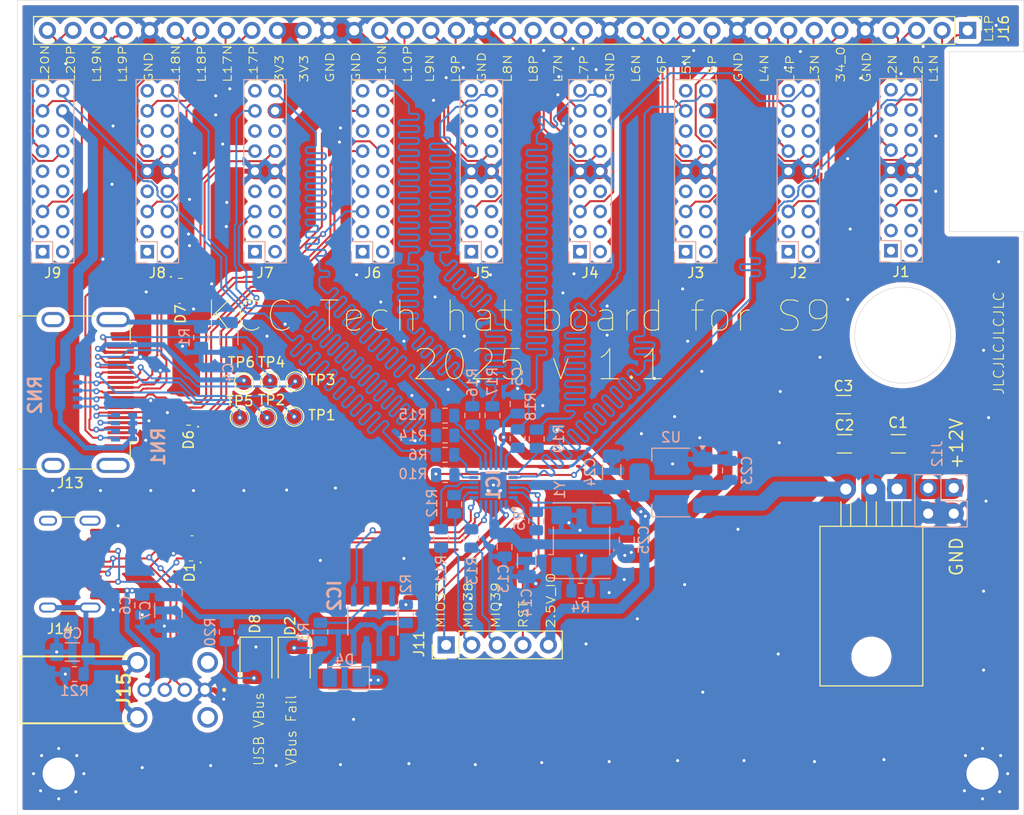
<source format=kicad_pcb>
(kicad_pcb (version 20241229) (generator "pcbnew") (generator_version "9.0")
  (layers (0 "F.Cu" signal) (2 "B.Cu" signal) (13 "F.Paste" user) (15 "B.Paste" user) (5 "F.SilkS" user "F.Silkscreen") (7 "B.SilkS" user "B.Silkscreen") (1 "F.Mask" user) (3 "B.Mask" user) (25 "Edge.Cuts" user))
  (net 0 "")
  (net 53 "/BANK34_L12P_TXD6")
  (net 55 "/BANK34_L11N_RST6")
  (net 65 "/BANK34_L11P_PLUG6")
  (net 68 "/BANK34_L12N_RXD6")
  (net 69 "/BANK34_L16N_RXD7")
  (net 75 "/BANK34_L15P__PLUG7")
  (net 78 "/BANK34_L15N_RST7")
  (net 82 "/BANK34_L16P_TXD7")
  (net 105 "GND")
  (net 106 "+12V")
  (net 107 "+5V")
  (net 108 "/BANK34_L1N_RST1")
  (net 109 "/BANK34_L2N_RXD1")
  (net 110 "/BANK34_L2P_TXD1")
  (net 111 "/BANK34_L1P_PLUG1")
  (net 112 "/BANK34_L4N_RXD2")
  (net 113 "/BANK34_0_PLUG2")
  (net 114 "/BANK34_L3N_RST2")
  (net 115 "/BANK34_L4P_TXD2")
  (net 116 "/BANK34_L6P_TXD3")
  (net 117 "/BANK34_L5N_RST3")
  (net 118 "/BANK34_L5P_PLUG3")
  (net 119 "/BANK34_L6N_RXD3")
  (net 120 "/BANK34_L7P_PLUG4")
  (net 121 "/BANK34_L8N_RXD4")
  (net 122 "/BANK34_L7N_RST4")
  (net 123 "/BANK34_L8P_TXD4")
  (net 124 "/BANK34_L9N_RST5")
  (net 125 "/BANK34_L10N_RXD5")
  (net 126 "/BANK34_L9P_PLUG5")
  (net 127 "/BANK34_L10P_TXD5")
  (net 128 "/BANK34_L18P_TXD8")
  (net 129 "/BANK34_L17N_RST8")
  (net 130 "/BANK34_L18N_RXD8")
  (net 131 "/BANK34_L17P_PLUG8")
  (net 132 "/BANK34_L20N_RXD9")
  (net 133 "/BANK34_L20P_TXD9")
  (net 134 "/BANK34_L19N_RST9")
  (net 135 "/BANK34_L19P_PLUG9")
  (net 136 "Net-(C4-Pad1)")
  (net 137 "+3.3V")
  (net 139 "Net-(J13-SCL)")
  (net 140 "Net-(J13-HPD)")
  (net 141 "Net-(J13-UTILITY)")
  (net 142 "Net-(J13-CEC)")
  (net 143 "Net-(J13-+5V)")
  (net 144 "Net-(J13-SDA)")
  (net 145 "Net-(D1-LINE-2)")
  (net 146 "Net-(IC1-RBIAS)")
  (net 147 "Net-(IC1-VBUS)")
  (net 148 "+1.8V")
  (net 149 "Net-(IC1-CPEN)")
  (net 150 "Net-(IC1-REFCLK)")
  (net 152 "Net-(IC2-FLAG)")
  (net 154 "Net-(Y1-EN)")
  (net 155 "Net-(D2-K)")
  (net 156 "DATA7")
  (net 157 "DATA1")
  (net 158 "NXT")
  (net 159 "2.5VCC_IO")
  (net 160 "DIR")
  (net 161 "RST")
  (net 162 "DATA6")
  (net 163 "DATA0")
  (net 164 "DATA3")
  (net 165 "DATA4")
  (net 166 "DATA2")
  (net 167 "DATA5")
  (net 168 "STP")
  (net 169 "CLK")
  (net 171 "Net-(IC1-DATA7)")
  (net 172 "Net-(IC1-DATA6)")
  (net 173 "Net-(IC1-DATA4)")
  (net 174 "Net-(IC1-DATA5)")
  (net 175 "Net-(IC1-CLKOUT)")
  (net 176 "Net-(IC1-DATA1)")
  (net 177 "Net-(IC1-NXT)")
  (net 178 "Net-(IC1-DIR)")
  (net 179 "Net-(IC1-DATA0)")
  (net 180 "Net-(IC1-DATA3)")
  (net 181 "Net-(IC1-DATA2)")
  (net 182 "Net-(D8-A)")
  (net 183 "/Usb connection/V_BUS")
  (net 184 "/Usb connection/USB_D+")
  (net 185 "/Usb connection/USB_D-")
  (net 186 "Net-(J14-SHIELD)")
  (footprint "LED_SMD:LED_1210_3225Metric_Pad1.42x2.65mm_HandSolder" (layer "F.Cu") (at 48.7 106.7875 -90)
    (property "Reference" "D8")
    (property "Value" "LED" (hide yes))
  )
  (footprint "Connector_USB:USB_C_Receptacle_GCT_USB4105-xx-A_16P_TopMnt_Horizontal" (layer "F.Cu") (at 29.115316 97.064174 -90)
    (property "Reference" "J14")
    (property "Value" "USB_C_Receptacle_USB2.0_16P")
  )
  (footprint "Connector_PinHeader_2.54mm:PinHeader_1x37_P2.54mm_Vertical" (layer "F.Cu") (at 119.42 44 -90)
    (property "Reference" "J16")
    (property "Value" "PL_conn" (hide yes))
  )
  (footprint "SamacSys_Parts:482040001" (layer "F.Cu") (at 43.63 109.565 -90)
    (property "Reference" "J15")
    (property "Value" "48204-0001 China" (hide yes))
  )
  (footprint "TestPoint:TestPoint_Pad_D1.5mm" (layer "F.Cu") (at 49.8 82.5)
    (property "Reference" "TP2")
    (property "Value" "SCL")
  )
  (footprint "Connector_Video:HDMI_A_Molex_208658-1001_Horizontal" (layer "F.Cu") (at 31.975 80 180)
    (property "Reference" "J13")
    (property "Value" "HDMI_A" (hide yes))
  )
  (footprint "TestPoint:TestPoint_Pad_D1.5mm" (layer "F.Cu") (at 50.1 78.9)
    (property "Reference" "TP4")
    (property "Value" "HPD")
  )
  (footprint "SamacSys_Parts:CDDFN100524P" (layer "F.Cu") (at 42 82 90)
    (property "Reference" "D6")
    (property "Value" "CDDFN10-0524P" (hide yes))
  )
  (footprint "Capacitor_SMD:C_1206_3216Metric" (layer "F.Cu") (at 107.18 85.105)
    (property "Reference" "C2")
    (property "Value" "100 uf 10v" (hide yes))
  )
  (footprint "Package_TO_SOT_THT:TO-220-3_Horizontal_TabDown" (layer "F.Cu") (at 112.395 89.605 180)
    (property "Reference" "U1" (hide yes))
    (property "Value" "L7805" (hide yes))
  )
  (footprint "TestPoint:TestPoint_Pad_D1.5mm" (layer "F.Cu") (at 52.5 82.4)
    (property "Reference" "TP1")
    (property "Value" "CEC")
  )
  (footprint "Capacitor_SMD:C_1206_3216Metric" (layer "F.Cu") (at 112.53 85.105 180)
    (property "Reference" "C1")
    (property "Value" "47uf 25v" (hide yes))
  )
  (footprint "TestPoint:TestPoint_Pad_D1.5mm" (layer "F.Cu") (at 47.5 79)
    (property "Reference" "TP6")
    (property "Value" "5V_HDMI")
  )
  (footprint "SamacSys_Parts:CDDFN100524P" (layer "F.Cu") (at 41.2 69.9 -90)
    (property "Reference" "D7")
    (property "Value" "CDDFN10-0524P" (hide yes))
  )
  (footprint "Capacitor_SMD:C_1206_3216Metric" (layer "F.Cu") (at 107.08 81.205)
    (property "Reference" "C3")
    (property "Value" "100n" (hide yes))
  )
  (footprint "TestPoint:TestPoint_Pad_D1.5mm" (layer "F.Cu") (at 52.6 78.9)
    (property "Reference" "TP3")
    (property "Value" "SDA")
  )
  (footprint "TestPoint:TestPoint_Pad_D1.5mm" (layer "F.Cu") (at 47.1 82.5)
    (property "Reference" "TP5")
    (property "Value" "UTILITY")
  )
  (footprint "Connector_PinHeader_2.54mm:PinHeader_1x05_P2.54mm_Vertical" (layer "F.Cu") (at 67.6 105.1 90)
    (property "Reference" "J11")
    (property "Value" "Aux_mio_conn" (hide yes))
  )
  (footprint "SamacSys_Parts:CDDFN100524P" (layer "F.Cu") (at 42.25 95.5 90)
    (property "Reference" "D1")
    (property "Value" "CDDFN10-0524P" (hide yes))
  )
  (footprint "LED_SMD:LED_1210_3225Metric_Pad1.42x2.65mm_HandSolder" (layer "F.Cu") (at 52.5 106.7875 -90)
    (property "Reference" "D2")
    (property "Value" "LED" (hide yes))
  )
  (footprint "SamacSys_Parts:TC164FR0749R9L" (layer "B.Cu") (at 30.1 80.2 -90)
    (property "Reference" "RN2")
    (property "Value" "TC164-FR-0749R9L" (hide yes))
  )
  (footprint "Resistor_SMD:R_0805_2012Metric" (layer "B.Cu") (at 63.6 102.0125 90)
    (property "Reference" "R2")
    (property "Value" "820")
  )
  (footprint "Capacitor_SMD:C_0805_2012Metric" (layer "B.Cu") (at 95.8 87.75 90)
    (property "Reference" "C23")
    (property "Value" "0.1uf")
  )
  (footprint "Resistor_SMD:R_0805_2012Metric" (layer "B.Cu") (at 45.8 103.8125 -90)
    (property "Reference" "R20")
    (property "Value" "2k")
  )
  (footprint "Resistor_SMD:R_0805_2012Metric" (layer "B.Cu") (at 67.4875 82.3 180)
    (property "Reference" "R15")
    (property "Value" "30")
  )
  (footprint "Resistor_SMD:R_0805_2012Metric" (layer "B.Cu") (at 76.55 92.7875 -90)
    (property "Reference" "R5")
    (property "Value" "8k06")
  )
  (footprint "SamacSys_Parts:TC164FR0749R9L" (layer "B.Cu") (at 35.6 83.45 90)
    (property "Reference" "RN1")
    (property "Value" "TC164-FR-0749R9L" (hide yes))
  )
  (footprint "Capacitor_SMD:C_1206_3216Metric" (layer "B.Cu") (at 46 74.525 -90)
    (property "Reference" "C4")
    (property "Value" "1n")
  )
  (footprint "Resistor_SMD:R_0805_2012Metric" (layer "B.Cu") (at 67.4875 86.2 180)
    (property "Reference" "R6")
    (property "Value" "30")
  )
  (footprint "Resistor_SMD:R_0805_2012Metric" (layer "B.Cu") (at 74.7 84.5875 90)
    (property "Reference" "R18")
    (property "Value" "30")
  )
  (footprint "Capacitor_SMD:C_0805_2012Metric" (layer "B.Cu") (at 37.4 101.15 -90)
    (property "Reference" "C6")
    (property "Value" "0.1uf")
  )
  (footprint "Resistor_SMD:R_0805_2012Metric" (layer "B.Cu") (at 67.496033 84.274473 180)
    (property "Reference" "R14")
    (property "Value" "30")
  )
  (footprint "Connector_PinHeader_2.00mm:PinHeader_2x09_P2.00mm_Vertical" (layer "B.Cu") (at 101.6 66)
    (property "Reference" "J2")
    (property "Value" "Conn_02x09_Odd_Even" (hide yes))
  )
  (footprint "Connector_PinSocket_2.54mm:PinSocket_2x02_P2.54mm_Vertical" (layer "B.Cu") (at 118.04 89.5 90)
    (property "Reference" "J12")
    (property "Value" "12v Pwr")
  )
  (footprint "Capacitor_SMD:C_1206_3216Metric_Pad1.33x1.80mm_HandSolder" (layer "B.Cu") (at 84.05 87.9 90)
    (property "Reference" "C24")
    (property "Value" "10uf")
  )
  (footprint "Resistor_SMD:R_0805_2012Metric" (layer "B.Cu") (at 67.1 94.5125 -90)
    (property "Reference" "R11")
    (property "Value" "30")
  )
  (footprint "SamacSys_Parts:SOIC127P620X175-8N" (layer "B.Cu") (at 60.3138 102.735 -90)
    (property "Reference" "IC2")
    (property "Value" "LM3525M-H" (hide yes))
  )
  (footprint "Connector_PinHeader_2.00mm:PinHeader_2x09_P2.00mm_Vertical" (layer "B.Cu") (at 37.9 66)
    (property "Reference" "J8")
    (property "Value" "Conn_02x09_Odd_Even" (hide yes))
  )
  (footprint "Resistor_SMD:R_0805_2012Metric" (layer "B.Cu") (at 70.1 94.5125 -90)
    (property "Reference" "R13")
    (property "Value" "30")
  )
  (footprint "Connector_PinHeader_2.00mm:PinHeader_2x09_P2.00mm_Vertical" (layer "B.Cu") (at 48.6 66)
    (property "Reference" "J7")
    (property "Value" "Conn_02x09_Odd_Even" (hide yes))
  )
  (footprint "Connector_PinHeader_2.00mm:PinHeader_2x09_P2.00mm_Vertical" (layer "B.Cu") (at 59.3 66)
    (property "Reference" "J6")
    (property "Value" "Conn_02x09_Odd_Even" (hide yes))
  )
  (footprint "Capacitor_SMD:C_1210_3225Metric_Pad1.33x2.70mm_HandSolder" (layer "B.Cu") (at 40 101.6625 -90)
    (property "Reference" "C7")
    (property "Value" "100uf")
  )
  (footprint "Capacitor_SMD:C_1206_3216Metric_Pad1.33x1.80mm_HandSolder" (layer "B.Cu") (at 30.4625 105.8 180)
    (property "Reference" "C8")
    (property "Value" "1n")
  )
  (footprint "Connector_PinHeader_2.00mm:PinHeader_2x09_P2.00mm_Vertical" (layer "B.Cu") (at 80.9 66)
    (property "Reference" "J4")
    (property "Value" "Conn_02x09_Odd_Even" (hide yes))
  )
  (footprint "Oscillator:Oscillator_SMD_Abracon_ASV-4Pin_7.0x5.1mm" (layer "B.Cu") (at 81.05 94.74 90)
    (property "Reference" "Y1")
    (property "Value" "24Mhz")
  )
  (footprint "Resistor_SMD:R_0805_2012Metric" (layer "B.Cu") (at 67.5125 88.2 180)
    (property "Reference" "R10")
    (property "Value" "30")
  )
  (footprint "Resistor_SMD:R_0805_2012Metric" (layer "B.Cu") (at 43.25 74.5375 -90)
    (property "Reference" "R1")
    (property "Value" "1m")
  )
  (footprint "Resistor_SMD:R_0805_2012Metric" (layer "B.Cu") (at 70.2 82.2875 90)
    (property "Reference" "R16")
    (property "Value" "30")
  )
  (footprint "Resistor_SMD:R_0805_2012Metric" (layer "B.Cu") (at 55.1 103.8125 -90)
    (property "Reference" "R3")
    (property "Value" "2k")
  )
  (footprint "Connector_PinHeader_2.00mm:PinHeader_2x09_P2.00mm_Vertical" (layer "B.Cu") (at 70.1 66)
    (property "Reference" "J5")
    (property "Value" "Conn_02x09_Odd_Even" (hide yes))
  )
  (footprint "Capacitor_SMD:C_0805_2012Metric" (layer "B.Cu") (at 74.7 81.15 90)
    (property "Reference" "C5")
    (property "Value" "0.1uf")
  )
  (footprint "Capacitor_SMD:C_0805_2012Metric" (layer "B.Cu") (at 73.4 95.35 -90)
    (property "Reference" "C13")
    (property "Value" "0.1uf")
  )
  (footprint "Resistor_SMD:R_0805_2012Metric" (layer "B.Cu") (at 76.6 84.6125 90)
    (property "Reference" "R19")
    (property "Value" "30")
  )
  (footprint "Resistor_SMD:R_0805_2012Metric" (layer "B.Cu") (at 68.4 91.1125 -90)
    (property "Reference" "R12")
    (property "Value" "30")
  )
  (footprint "Connector_PinHeader_2.00mm:PinHeader_2x09_P2.00mm_Vertical" (layer "B.Cu") (at 111.8 65.9)
    (property "Reference" "J1")
    (property "Value" "Conn_02x09_Odd_Even" (hide yes))
  )
  (footprint "Connector_PinHeader_2.00mm:PinHeader_2x09_P2.00mm_Vertical" (layer "B.Cu") (at 27.5 66)
    (property "Reference" "J9")
    (property "Value" "Conn_02x09_Odd_Even" (hide yes))
  )
  (footprint "Capacitor_SMD:C_0805_2012Metric" (layer "B.Cu") (at 85.55 94.65 90)
    (property "Reference" "C25")
    (property "Value" "0.1uf")
  )
  (footprint "Resistor_SMD:R_0805_2012Metric" (layer "B.Cu") (at 30.67 108)
    (property "Reference" "R21")
    (property "Value" "1M")
  )
  (footprint "Resistor_SMD:R_0805_2012Metric" (layer "B.Cu") (at 72.2 82.2875 90)
    (property "Reference" "R17")
    (property "Value" "30")
  )
  (footprint "Package_TO_SOT_SMD:SOT-223-3_TabPin2" (layer "B.Cu") (at 89.95 88.95 180)
    (property "Reference" "U2")
    (property "Value" "LM1117DT-1.8")
  )
  (footprint "Diode_SMD:D_1206_3216Metric_Pad1.42x1.75mm_HandSolder" (layer "B.Cu") (at 57.5125 108.4 180)
    (property "Reference" "D4")
    (property "Value" "1N5822")
  )
  (footprint "Connector_PinHeader_2.00mm:PinHeader_2x09_P2.00mm_Vertical" (layer "B.Cu") (at 91.4 66)
    (property "Reference" "J3")
    (property "Value" "Conn_02x09_Odd_Even" (hide yes))
  )
  (footprint "SamacSys_Parts:QFN50P400X400X100-25N-D" (layer "B.Cu") (at 72.3 89.2 90)
    (property "Reference" "IC1")
    (property "Value" "USB3315C-CP-TR" (hide yes))
  )
  (footprint "Capacitor_SMD:C_1206_3216Metric_Pad1.33x1.80mm_HandSolder" (layer "B.Cu") (at 75.6 96.7375 -90)
    (property "Reference" "C14")
    (property "Value" "10uf")
  )
  (footprint "Resistor_SMD:R_0805_2012Metric" (layer "B.Cu") (at 80.9625 99.7)
    (property "Reference" "R4")
    (property "Value" "4k7")
  )
  (gr_line (start 25 41) (end 125 41) (stroke (width 0.05)) (layer "Edge.Cuts"))
  (gr_line (start 117.6 46.1) (end 125 46.1) (stroke (width 0.05)) (layer "Edge.Cuts"))
  (gr_line (start 117.6 64) (end 117.6 46.1) (stroke (width 0.05)) (layer "Edge.Cuts"))
  (gr_line (start 117.6 64) (end 125 64) (stroke (width 0.05)) (layer "Edge.Cuts"))
  (gr_line (start 125 46.1) (end 125 41) (stroke (width 0.05)) (layer "Edge.Cuts"))
  (gr_circle (center 112.969833 74.3) (end 117.569833 75.6) (stroke (width 0.05)) (fill no) (layer "Edge.Cuts"))
  (gr_line (start 25 122) (end 86 122) (stroke (width 0.05)) (layer "Edge.Cuts"))
  (gr_line (start 125 122) (end 86 122) (stroke (width 0.05)) (layer "Edge.Cuts"))
  (gr_line (start 125 122) (end 125 64) (stroke (width 0.05)) (layer "Edge.Cuts"))
  (gr_line (start 25 122) (end 25 41) (stroke (width 0.05)) (layer "Edge.Cuts"))
  (gr_text "L7N\n\nL7P\n\nGND\n\nL6N\n\nL6P" (at 89.5 49.25 90) (layer "F.SilkS") (effects (font (size 0.8 1) (thickness 0.1)) (justify left bottom)))
  (gr_text "JLCJLCJLCJLC" (at 123.1 80.3 90) (layer "F.SilkS") (effects (font (size 1 1) (thickness 0.1)) (justify left bottom)))
  (gr_text "3V3\n\nGND\n\nGND\n\nL10N\n\nL10P" (at 64.25 49.25 90) (layer "F.SilkS") (effects (font (size 0.8 1) (thickness 0.1)) (justify left bottom)))
  (gr_text "GND       +12V\n" (at 118.3 90.4 90) (layer "F.SilkS") (effects (font (size 1.27 1.27))))
  (gr_text "L3N\n\n34_0\n\nGND\n\nL2N\n\nL2P" (at 115 49.25 90) (layer "F.SilkS") (effects (font (size 0.8 1) (thickness 0.1)) (justify left bottom)))
  (gr_text "L1P" (at 122 45.25 90) (layer "F.SilkS") (effects (font (size 0.8 1) (thickness 0.1)) (justify left bottom)))
  (gr_text "USB VBus\n\nVBus Fail" (at 52.8 117.2 90) (layer "F.SilkS") (effects (font (size 1 1) (thickness 0.1)) (justify left bottom)))
  (gr_text "L18N\n\nL18P\n\nL17N\n\nL17P\n\n3V3" (at 51.5 49.25 90) (layer "F.SilkS") (effects (font (size 0.8 1) (thickness 0.1)) (justify left bottom)))
  (gr_text "L9N\n\nL9P\n\nGND\n\nL8N\n\nL8P" (at 76.75 49.25 90) (layer "F.SilkS") (effects (font (size 0.8 1) (thickness 0.1)) (justify left bottom)))
  (gr_text "L5N\n\nL5P\n\nGND\n\nL4N\n\nL4P" (at 102.25 49.25 90) (layer "F.SilkS") (effects (font (size 0.8 1) (thickness 0.1)) (justify left bottom)))
  (gr_text "KCC Tech hat board for S9\n         2025 v 1.1" (at 43.5 79 0) (layer "F.SilkS") (effects (font (size 3 3) (thickness 0.1)) (justify left bottom)))
  (gr_text "L20N\n\nL20P\n\nL19N\n\nL19P\n\nGND" (at 38.5 49.25 90) (layer "F.SilkS") (effects (font (size 0.8 1) (thickness 0.1)) (justify left bottom)))
  (gr_text "L1N" (at 116.5 49.25 90) (layer "F.SilkS") (effects (font (size 0.8 1) (thickness 0.1)) (justify left bottom)))
  (gr_text "MIO37\n\nMIO38\n\nMIO39\n\nRST\n\n2.5V_IO" (at 78.5 103.5 90) (layer "F.SilkS") (effects (font (size 0.85 1) (thickness 0.1)) (justify left bottom)))
  (segment (start 32.85 81.484596) (end 32.865404 81.5) (width 0.2) (layer "F.Cu") (net 53))
  (segment (start 56.5 64.5671) (end 56.5 57.5) (width 0.2) (layer "F.Cu") (net 53))
  (segment (start 38.490925 81.401) (end 38.791925 81.1) (width 0.2) (layer "F.Cu") (net 53))
  (segment (start 51.1661 69.901) (end 56.5 64.5671) (width 0.2) (layer "F.Cu") (net 53))
  (segment (start 37.7829 81.4) (end 37.992039 81.4) (width 0.2) (layer "F.Cu") (net 53))
  (segment (start 56.5 57.5) (end 58 56) (width 0.2) (layer "F.Cu") (net 53))
  (segment (start 36.861 81.401) (end 37.7819 81.401) (width 0.2) (layer "F.Cu") (net 53))
  (segment (start 37.7819 81.401) (end 37.7829 81.4) (width 0.2) (layer "F.Cu") (net 53))
  (segment (start 47.825199 70.424801) (end 48.349 69.901) (width 0.2) (layer "F.Cu") (net 53))
  (segment (start 48.349 69.901) (end 51.1661 69.901) (width 0.2) (layer "F.Cu") (net 53))
  (segment (start 36.861 81.451) (end 36.861 81.401) (width 0.2) (layer "F.Cu") (net 53))
  (segment (start 39.7329 81.1) (end 39.8339 81.201) (width 0.2) (layer "F.Cu") (net 53))
  (segment (start 58 56) (end 59 56) (width 0.2) (layer "F.Cu") (net 53))
  (segment (start 42.438 81.5) (end 43.3 81.5) (width 0.2) (layer "F.Cu") (net 53))
  (segment (start 37.993039 81.401) (end 38.490925 81.401) (width 0.2) (layer "F.Cu") (net 53))
  (segment (start 47.823786 70.424801) (end 47.825199 70.424801) (width 0.2) (layer "F.Cu") (net 53))
  (segment (start 40.3839 81.201) (end 40.6829 81.5) (width 0.2) (layer "F.Cu") (net 53))
  (segment (start 47.471729 70.776858) (end 47.823786 70.424801) (width 0.2) (layer "F.Cu") (net 53))
  (segment (start 37.992039 81.4) (end 37.993039 81.401) (width 0.2) (layer "F.Cu") (net 53))
  (segment (start 35.309 81.451) (end 36.861 81.451) (width 0.2) (layer "F.Cu") (net 53))
  (segment (start 40.6829 81.5) (end 42.438 81.5) (width 0.2) (layer "F.Cu") (net 53))
  (segment (start 39.8339 81.201) (end 40.3839 81.201) (width 0.2) (layer "F.Cu") (net 53))
  (segment (start 47.471729 70.778271) (end 47.471729 70.776858) (width 0.2) (layer "F.Cu") (net 53))
  (segment (start 38.791925 81.1) (end 39.7329 81.1) (width 0.2) (layer "F.Cu") (net 53))
  (segment (start 44.25 74) (end 47.471729 70.778271) (width 0.2) (layer "F.Cu") (net 53))
  (segment (start 43.3 81.5) (end 44.25 80.55) (width 0.2) (layer "F.Cu") (net 53))
  (segment (start 32.865404 81.5) (end 35.26 81.5) (width 0.2) (layer "F.Cu") (net 53))
  (segment (start 44.25 80.55) (end 44.25 74) (width 0.2) (layer "F.Cu") (net 53))
  (via (at 32.85 81.484596) (size 0.6) (drill 0.3) (layers "F.Cu" "B.Cu") (net 53))
  (segment (start 32.765404 81.4) (end 32.85 81.484596) (width 0.2) (layer "B.Cu") (net 53))
  (segment (start 30.95 81.4) (end 32.765404 81.4) (width 0.2) (layer "B.Cu") (net 53))
  (segment (start 32.85 79.084587) (end 33.165413 79.084587) (width 0.2) (layer "F.Cu") (net 55))
  (segment (start 50.25 68.5) (end 55.25 63.5) (width 0.2) (layer "F.Cu") (net 55))
  (segment (start 47.5 68.5) (end 50.25 68.5) (width 0.2) (layer "F.Cu") (net 55))
  (segment (start 38.4 76.8) (end 38.9 76.3) (width 0.2) (layer "F.Cu") (net 55))
  (segment (start 47.401 68.599) (end 47.5 68.5) (width 0.2) (layer "F.Cu") (net 55))
  (segment (start 36.861 78.951) (end 37.062 78.75) (width 0.2) (layer "F.Cu") (net 55))
  (segment (start 37.062 78.75) (end 37.85 78.75) (width 0.2) (layer "F.Cu") (net 55))
  (segment (start 44.6 70.4) (end 46.401 68.599) (width 0.2) (layer "F.Cu") (net 55))
  (segment (start 57.5 52) (end 59 52) (width 0.2) (layer "F.Cu") (net 55))
  (segment (start 33.25 79) (end 35.26 79) (width 0.2) (layer "F.Cu") (net 55))
  (segment (start 33.165413 79.084587) (end 33.25 79) (width 0.2) (layer "F.Cu") (net 55))
  (segment (start 39.7 70.4) (end 41.638 70.4) (width 0.2) (layer "F.Cu") (net 55))
  (segment (start 37.85 78.75) (end 38.4 78.2) (width 0.2) (layer "F.Cu") (net 55))
  (segment (start 38.9 71.2) (end 39.7 70.4) (width 0.2) (layer "F.Cu") (net 55))
  (segment (start 46.401 68.599) (end 47.401 68.599) (width 0.2) (layer "F.Cu") (net 55))
  (segment (start 38.9 76.3) (end 38.9 71.2) (width 0.2) (layer "F.Cu") (net 55))
  (segment (start 41.638 70.4) (end 44.6 70.4) (width 0.2) (layer "F.Cu") (net 55))
  (segment (start 38.4 78.2) (end 38.4 76.8) (width 0.2) (layer "F.Cu") (net 55))
  (segment (start 55.25 54.25) (end 57.5 52) (width 0.2) (layer "F.Cu") (net 55))
  (segment (start 36.299 78.951) (end 36.861 78.951) (width 0.2) (layer "F.Cu") (net 55))
  (segment (start 55.25 63.5) (end 55.25 54.25) (width 0.2) (layer "F.Cu") (net 55))
  (via (at 32.85 79.084587) (size 0.6) (drill 0.3) (layers "F.Cu" "B.Cu") (net 55))
  (segment (start 32.765413 79) (end 32.85 79.084587) (width 0.2) (layer "B.Cu") (net 55))
  (segment (start 30.95 79) (end 32.765413 79) (width 0.2) (layer "B.Cu") (net 55))
  (segment (start 39.7671 70.9) (end 39.301 71.3661) (width 0.2) (layer "F.Cu") (net 65))
  (segment (start 44.8 70.9) (end 41.638 70.9) (width 0.2) (layer "F.Cu") (net 65))
  (segment (start 33.5 80) (end 35.26 80) (width 0.2) (layer "F.Cu") (net 65))
  (segment (start 39.301 76.301) (end 39.8 76.8) (width 0.2) (layer "F.Cu") (net 65))
  (segment (start 50.5 69) (end 46.7 69) (width 0.2) (layer "F.Cu") (net 65))
  (segment (start 37.1648 79.951) (end 36.299 79.951) (width 0.2) (layer "F.Cu") (net 65))
  (segment (start 39.301 71.3661) (end 39.301 76.301) (width 0.2) (layer "F.Cu") (net 65))
  (segment (start 33.38459 79.88459) (end 33.5 80) (width 0.2) (layer "F.Cu") (net 65))
  (segment (start 39.1661 79.599) (end 37.8826 79.599) (width 0.2) (layer "F.Cu") (net 65))
  (segment (start 32.85 79.88459) (end 33.38459 79.88459) (width 0.2) (layer "F.Cu") (net 65))
  (segment (start 46.7 69) (end 44.8 70.9) (width 0.2) (layer "F.Cu") (net 65))
  (segment (start 55.25 64.25) (end 50.5 69) (width 0.2) (layer "F.Cu") (net 65))
  (segment (start 55.374265 64.25) (end 55.25 64.25) (width 0.2) (layer "F.Cu") (net 65))
  (segment (start 37.8826 79.599) (end 37.8658 79.6158) (width 0.2) (layer "F.Cu") (net 65))
  (segment (start 39.8 76.8) (end 39.8 78.9651) (width 0.2) (layer "F.Cu") (net 65))
  (segment (start 37.8658 79.6158) (end 37.5 79.6158) (width 0.2) (layer "F.Cu") (net 65))
  (segment (start 41.638 70.9) (end 39.7671 70.9) (width 0.2) (layer "F.Cu") (net 65))
  (segment (start 37.5 79.6158) (end 37.1648 79.951) (width 0.2) (layer "F.Cu") (net 65))
  (segment (start 39.8 78.9651) (end 39.1661 79.599) (width 0.2) (layer "F.Cu") (net 65))
  (via (at 55.374265 64.25) (size 0.6) (drill 0.3) (layers "F.Cu" "B.Cu") (net 65))
  (via (at 32.85 79.88459) (size 0.6) (drill 0.3) (layers "F.Cu" "B.Cu") (net 65))
  (segment (start 30.95 79.8) (end 32.76541 79.8) (width 0.2) (layer "B.Cu") (net 65))
  (segment (start 55.374265 64.25) (end 57.624265 62) (width 0.2) (layer "B.Cu") (net 65))
  (segment (start 57.624265 62) (end 59 62) (width 0.2) (layer "B.Cu") (net 65))
  (segment (start 32.76541 79.8) (end 32.85 79.88459) (width 0.2) (layer "B.Cu") (net 65))
  (segment (start 38.791925 80.5) (end 39.7 80.5) (width 0.2) (layer "F.Cu") (net 68))
  (segment (start 56.099 64.401) (end 51 69.5) (width 0.2) (layer "F.Cu") (net 68))
  (segment (start 51 69.5) (end 48.1829 69.5) (width 0.2) (layer "F.Cu") (net 68))
  (segment (start 61 56) (end 60.024 55.024) (width 0.2) (layer "F.Cu") (net 68))
  (segment (start 43.75 80.45) (end 43.2 81) (width 0.2) (layer "F.Cu") (net 68))
  (segment (start 40.75 81) (end 42.438 81) (width 0.2) (layer "F.Cu") (net 68))
  (segment (start 56.099 57.3339) (end 56.099 64.401) (width 0.2) (layer "F.Cu") (net 68))
  (segment (start 57.8339 55.599) (end 56.099 57.3339) (width 0.2) (layer "F.Cu") (net 68))
  (segment (start 43.2 81) (end 42.438 81) (width 0.2) (layer "F.Cu") (net 68))
  (segment (start 32.85 80.684593) (end 33.034593 80.5) (width 0.2) (layer "F.Cu") (net 68))
  (segment (start 60.024 55.024) (end 58.595727 55.024) (width 0.2) (layer "F.Cu") (net 68))
  (segment (start 37.5497 80.499) (end 37.693039 80.499) (width 0.2) (layer "F.Cu") (net 68))
  (segment (start 39.7 80.5) (end 40 80.8) (width 0.2) (layer "F.Cu") (net 68))
  (segment (start 48.1829 69.5) (end 43.75 73.9329) (width 0.2) (layer "F.Cu") (net 68))
  (segment (start 58.595727 55.024) (end 58.020727 55.599) (width 0.2) (layer "F.Cu") (net 68))
  (segment (start 37.5487 80.5) (end 37.5497 80.499) (width 0.2) (layer "F.Cu") (net 68))
  (segment (start 43.75 73.9329) (end 43.75 80.45) (width 0.2) (layer "F.Cu") (net 68))
  (segment (start 35.26 80.5) (end 37.5487 80.5) (width 0.2) (layer "F.Cu") (net 68))
  (segment (start 38.490925 80.199) (end 38.791925 80.5) (width 0.2) (layer "F.Cu") (net 68))
  (segment (start 37.993039 80.199) (end 38.490925 80.199) (width 0.2) (layer "F.Cu") (net 68))
  (segment (start 58.020727 55.599) (end 57.8339 55.599) (width 0.2) (layer "F.Cu") (net 68))
  (segment (start 40 80.8) (end 40.55 80.8) (width 0.2) (layer "F.Cu") (net 68))
  (segment (start 40.55 80.8) (end 40.75 81) (width 0.2) (layer "F.Cu") (net 68))
  (segment (start 37.693039 80.499) (end 37.993039 80.199) (width 0.2) (layer "F.Cu") (net 68))
  (segment (start 33.034593 80.5) (end 35.26 80.5) (width 0.2) (layer "F.Cu") (net 68))
  (via (at 32.85 80.684593) (size 0.6) (drill 0.3) (layers "F.Cu" "B.Cu") (net 68))
  (segment (start 32.765407 80.6) (end 32.85 80.684593) (width 0.2) (layer "B.Cu") (net 68))
  (segment (start 30.95 80.6) (end 32.765407 80.6) (width 0.2) (layer "B.Cu") (net 68))
  (segment (start 43.3 66.3829) (end 43.59145 66.09145) (width 0.2) (layer "F.Cu") (net 69))
  (segment (start 45.75 57) (end 49.5 57) (width 0.2) (layer "F.Cu") (net 69))
  (segment (start 33.5 83.75) (end 33.75 83.5) (width 0.2) (layer "F.Cu") (net 69))
  (segment (start 40.762 69.4) (end 41.638 69.4) (width 0.2) (layer "F.Cu") (net 69))
  (segment (start 43.59145 59.15855) (end 45.75 57) (width 0.2) (layer "F.Cu") (net 69))
  (segment (start 32.767251 83.75) (end 32.3171 83.75) (width 0.2) (layer "F.Cu") (net 69))
  (segment (start 32.971611 83.75) (end 33.5 83.75) (width 0.2) (layer "F.Cu") (net 69))
  (segment (start 32.25 70.65) (end 33.5 69.4) (width 0.2) (layer "F.Cu") (net 69))
  (segment (start 32.904913 83.683302) (end 32.971611 83.75) (width 0.2) (layer "F.Cu") (net 69))
  (segment (start 43.59145 66.09145) (end 43.59145 59.15855) (width 0.2) (layer "F.Cu") (net 69))
  (segment (start 49.5 57) (end 50.5 56) (width 0.2) (layer "F.Cu") (net 69))
  (segment (start 41.638 69.4) (end 42.5 69.4) (width 0.2) (layer "F.Cu") (net 69))
  (segment (start 32.3171 83.75) (end 32.151 83.5839) (width 0.2) (layer "F.Cu") (net 69))
  (segment (start 33.75 83.5) (end 35.26 83.5) (width 0.2) (layer "F.Cu") (net 69))
  (segment (start 43.3 68.6) (end 43.3 66.3829) (width 0.2) (layer "F.Cu") (net 69))
  (segment (start 32.151 83.5839) (end 32.151 82.699735) (width 0.2) (layer "F.Cu") (net 69))
  (segment (start 32.833949 83.683302) (end 32.904913 83.683302) (width 0.2) (layer "F.Cu") (net 69))
  (segment (start 32.151 82.699735) (end 32.25 82.600735) (width 0.2) (layer "F.Cu") (net 69))
  (segment (start 32.25 82.600735) (end 32.25 70.65) (width 0.2) (layer "F.Cu") (net 69))
  (segment (start 33.5 69.4) (end 40.762 69.4) (width 0.2) (layer "F.Cu") (net 69))
  (segment (start 42.5 69.4) (end 43.3 68.6) (width 0.2) (layer "F.Cu") (net 69))
  (segment (start 32.833949 83.683302) (end 32.767251 83.75) (width 0.2) (layer "F.Cu") (net 69))
  (via (at 32.833949 83.683302) (size 0.6) (drill 0.3) (layers "F.Cu" "B.Cu") (net 69))
  (segment (start 34.583302 83.683302) (end 34.75 83.85) (width 0.2) (layer "B.Cu") (net 69))
  (segment (start 32.833949 83.683302) (end 34.583302 83.683302) (width 0.2) (layer "B.Cu") (net 69))
  (segment (start 42.438 83) (end 38.8 83) (width 0.2) (layer "F.Cu") (net 75))
  (segment (start 37.465453 83.063982) (end 37.465453 83.049) (width 0.2) (layer "F.Cu") (net 75))
  (segment (start 48.75 70.6) (end 48.75 71.25) (width 0.2) (layer "F.Cu") (net 75))
  (segment (start 37.465453 83.049) (end 35.309 83.049) (width 0.2) (layer "F.Cu") (net 75))
  (segment (start 38.8 83) (end 38.4 83.4) (width 0.2) (layer "F.Cu") (net 75))
  (segment (start 38.4 83.4) (end 38.331435 83.4) (width 0.2) (layer "F.Cu") (net 75))
  (segment (start 38.315396 83.416039) (end 37.81751 83.416039) (width 0.2) (layer "F.Cu") (net 75))
  (segment (start 37.81751 83.416039) (end 37.465453 83.063982) (width 0.2) (layer "F.Cu") (net 75))
  (segment (start 48.75 71.25) (end 45.75 74.25) (width 0.2) (layer "F.Cu") (net 75))
  (segment (start 38.331435 83.4) (end 38.315396 83.416039) (width 0.2) (layer "F.Cu") (net 75))
  (segment (start 45.75 74.25) (end 45.75 80.7171) (width 0.2) (layer "F.Cu") (net 75))
  (segment (start 43.4671 83) (end 42.438 83) (width 0.2) (layer "F.Cu") (net 75))
  (segment (start 33.250003 82.999999) (end 35.26 83) (width 0.2) (layer "F.Cu") (net 75))
  (segment (start 45.75 80.7171) (end 43.4671 83) (width 0.2) (layer "F.Cu") (net 75))
  (via (at 33.250003 82.999999) (size 0.6) (drill 0.3) (layers "F.Cu" "B.Cu") (net 75))
  (via (at 48.75 70.6) (size 0.6) (drill 0.3) (layers "F.Cu" "B.Cu") (net 75))
  (segment (start 47.75 68) (end 47 67.25) (width 0.2) (layer "B.Cu") (net 75))
  (segment (start 33.250003 82.999999) (end 34.699999 82.999999) (width 0.2) (layer "B.Cu") (net 75))
  (segment (start 47 67.25) (end 47 63.5) (width 0.2) (layer "B.Cu") (net 75))
  (segment (start 47.75 69.6) (end 47.75 68) (width 0.2) (layer "B.Cu") (net 75))
  (segment (start 47 63.5) (end 48.5 62) (width 0.2) (layer "B.Cu") (net 75))
  (segment (start 48.75 70.6) (end 47.75 69.6) (width 0.2) (layer "B.Cu") (net 75))
  (segment (start 40.6339 82.599) (end 40.6329 82.6) (width 0.2) (layer "F.Cu") (net 78))
  (segment (start 45.25 73.90147) (end 45.25 80.65) (width 0.2) (layer "F.Cu") (net 78))
  (segment (start 48.072729 71.078741) (end 45.25 73.90147) (width 0.2) (layer "F.Cu") (net 78))
  (segment (start 37.799 81.951) (end 35.549 81.951) (width 0.2) (layer "F.Cu") (net 78))
  (segment (start 32.85 82.307178) (end 33.157178 82) (width 0.2) (layer "F.Cu") (net 78))
  (segment (start 42.438 82.5) (end 40.8 82.5) (width 0.2) (layer "F.Cu") (net 78))
  (segment (start 48.072729 71.025801) (end 48.072729 71.078741) (width 0.2) (layer "F.Cu") (net 78))
  (segment (start 38.248943 82.149) (end 37.997 82.149) (width 0.2) (layer "F.Cu") (net 78))
  (segment (start 38.601 82.501057) (end 38.248943 82.149) (width 0.2) (layer "F.Cu") (net 78))
  (segment (start 40.701 82.599) (end 40.6339 82.599) (width 0.2) (layer "F.Cu") (net 78))
  (segment (start 38.751057 82.501057) (end 38.601 82.501057) (width 0.2) (layer "F.Cu") (net 78))
  (segment (start 33.157178 82) (end 35.26 82) (width 0.2) (layer "F.Cu") (net 78))
  (segment (start 37.997 82.149) (end 37.799 81.951) (width 0.2) (layer "F.Cu") (net 78))
  (segment (start 45.25 80.65) (end 43.4 82.5) (width 0.2) (layer "F.Cu") (net 78))
  (segment (start 39.6 82.6) (end 39.5 82.5) (width 0.2) (layer "F.Cu") (net 78))
  (segment (start 40.6329 82.6) (end 39.6 82.6) (width 0.2) (layer "F.Cu") (net 78))
  (segment (start 40.8 82.5) (end 40.701 82.599) (width 0.2) (layer "F.Cu") (net 78))
  (segment (start 38.752114 82.5) (end 38.751057 82.501057) (width 0.2) (layer "F.Cu") (net 78))
  (segment (start 43.4 82.5) (end 42.438 82.5) (width 0.2) (layer "F.Cu") (net 78))
  (segment (start 39.5 82.5) (end 38.752114 82.5) (width 0.2) (layer "F.Cu") (net 78))
  (via (at 32.85 82.307178) (size 0.6) (drill 0.3) (layers "F.Cu" "B.Cu") (net 78))
  (via (at 48.072729 71.025801) (size 0.6) (drill 0.3) (layers "F.Cu" "B.Cu") (net 78))
  (segment (start 32.85 82.307178) (end 34.692822 82.307178) (width 0.2) (layer "B.Cu") (net 78))
  (segment (start 46.599 67.4161) (end 46.599 63.3339) (width 0.2) (layer "B.Cu") (net 78))
  (segment (start 47.5 52) (end 48.5 52) (width 0.2) (layer "B.Cu") (net 78))
  (segment (start 46.75 67.5671) (end 46.599 67.4161) (width 0.2) (layer "B.Cu") (net 78))
  (segment (start 46.75 63.1829) (end 46.75 52.75) (width 0.2) (layer "B.Cu") (net 78))
  (segment (start 46.75 52.75) (end 47.5 52) (width 0.2) (layer "B.Cu") (net 78))
  (segment (start 46.75 69.703072) (end 46.75 67.5671) (width 0.2) (layer "B.Cu") (net 78))
  (segment (start 48.072729 71.025801) (end 46.75 69.703072) (width 0.2) (layer "B.Cu") (net 78))
  (segment (start 46.599 63.3339) (end 46.75 63.1829) (width 0.2) (layer "B.Cu") (net 78))
  (segment (start 41.638 68.9) (end 42.3 68.9) (width 0.2) (layer "F.Cu") (net 82))
  (segment (start 33.32426 68.9) (end 41.638 68.9) (width 0.2) (layer "F.Cu") (net 82))
  (segment (start 42.3 68.9) (end 42.8 68.4) (width 0.2) (layer "F.Cu") (net 82))
  (segment (start 33.25 84.5) (end 32.5 84.5) (width 0.2) (layer "F.Cu") (net 82))
  (segment (start 42.8 66.3158) (end 43.1829 65.9329) (width 0.2) (layer "F.Cu") (net 82))
  (segment (start 43.1829 59) (end 46.1829 56) (width 0.2) (layer "F.Cu") (net 82))
  (segment (start 46.1829 56) (end 48.5 56) (width 0.2) (layer "F.Cu") (net 82))
  (segment (start 32.5 84.5) (end 31.75 83.75) (width 0.2) (layer "F.Cu") (net 82))
  (segment (start 31.75 83.75) (end 31.75 70.47426) (width 0.2) (layer "F.Cu") (net 82))
  (segment (start 42.8 68.4) (end 42.8 66.3158) (width 0.2) (layer "F.Cu") (net 82))
  (segment (start 33.25 84.5) (end 35.26 84.5) (width 0.2) (layer "F.Cu") (net 82))
  (segment (start 43.1829 65.9329) (end 43.1829 59) (width 0.2) (layer "F.Cu") (net 82))
  (segment (start 31.75 70.47426) (end 33.32426 68.9) (width 0.2) (layer "F.Cu") (net 82))
  (via (at 33.25 84.5) (size 0.6) (drill 0.3) (layers "F.Cu" "B.Cu") (net 82))
  (segment (start 33.25 84.5) (end 34.6 84.5) (width 0.2) (layer "B.Cu") (net 82))
  (segment (start 34.6 84.5) (end 34.75 84.65) (width 0.2) (layer "B.Cu") (net 82))
  (segment (start 50.549 58.051) (end 48.6 58.051) (width 1.5) (layer "F.Cu") (net 105))
  (segment (start 50.6 58) (end 50.549 58.051) (width 1.5) (layer "F.Cu") (net 105))
  (segment (start 36.75 84) (end 37.5 84.75) (width 0.2) (layer "F.Cu") (net 105))
  (segment (start 58 44) (end 55.84 44) (width 1.5) (layer "F.Cu") (net 105))
  (segment (start 82.873 58.027) (end 82.9 58) (width 1.5) (layer "F.Cu") (net 105))
  (segment (start 71.08 44) (end 71.819 44.739) (width 1.5) (layer "F.Cu") (net 105))
  (segment (start 69.260388 58.026999) (end 66.349 55.115611) (width 1.5) (layer "F.Cu") (net 105))
  (segment (start 37.75 82.5) (end 35.26 82.5) (width 0.2) (layer "F.Cu") (net 105))
  (segment (start 80.060389 58.027) (end 82.873 58.027) (width 1.5) (layer "F.Cu") (net 105))
  (segment (start 66.349 55.115611) (end 66.349 50.949) (width 1.5) (layer "F.Cu") (net 105))
  (segment (start 108.789 48.75) (end 108.789 56.775338) (width 1.5) (layer "F.Cu") (net 105))
  (segment (start 73 89.75) (end 71.75 89.75) (width 1) (layer "F.Cu") (net 105))
  (segment (start 72.073001 58.026999) (end 69.260388 58.026999) (width 1.5) (layer "F.Cu") (net 105))
  (segment (start 108.789 56.775338) (end 109.940662 57.927) (width 1.5) (layer "F.Cu") (net 105))
  (segment (start 41.4 75.4) (end 41.4 72.8) (width 0.5) (layer "F.Cu") (net 105))
  (segment (start 35.472 56.438611) (end 37.060389 58.027) (width 1.5) (layer "F.Cu") (net 105))
  (segment (start 43.6 69.9) (end 44.3 69.2) (width 0.2) (layer "F.Cu") (net 105))
  (segment (start 38.241982 80.858018) (end 38.2 80.9) (width 0.2) (layer "F.Cu") (net 105))
  (segment (start 109.18 44) (end 109.18 46.62) (width 1.5) (layer "F.Cu") (net 105))
  (segment (start 37.6997 79.2148) (end 37.3339 79.2148) (width 0.2) (layer "F.Cu") (net 105))
  (segment (start 37.0487 79.5) (end 35.26 79.5) (width 0.2) (layer "F.Cu") (net 105))
  (segment (start 38.551 79.198) (end 37.7165 79.198) (width 0.2) (layer "F.Cu") (net 105))
  (segment (start 38.241982 80.8) (end 38.241982 80.858018) (width 0.2) (layer "F.Cu") (net 105))
  (segment (start 37.8 70) (end 37.4 70.4) (width 0.5) (layer "F.Cu") (net 105))
  (segment (start 41.4 72.8) (end 42.5 71.7) (width 0.5) (layer "F.Cu") (net 105))
  (segment (start 33.164174 100.264174) (end 34.5 101.6) (width 0.5) (layer "F.Cu") (net 105))
  (segment (start 83.78 44) (end 83.78 44.68) (width 1.5) (layer "F.Cu") (net 105))
  (segment (start 40.5 96) (end 41 95.5) (width 0.2) (layer "F.Cu") (net 105))
  (segment (start 56.85 89.75) (end 56.6 89.5) (width 1) (layer "F.Cu") (net 105))
  (segment (start 38.065039 82.815039) (end 37.75 82.5) (width 0.2) (layer "F.Cu") (net 105))
  (segment (start 71.819 44.739) (end 71.819 44.745999) (width 1.5) (layer "F.Cu") (net 105))
  (segment (start 71.75 89.75) (end 56.85 89.75) (width 1) (layer "F.Cu") (net 105))
  (segment (start 117.945 91.945) (end 118.04 92.04) (width 2) (layer "F.Cu") (net 105))
  (segment (start 45 66.6) (end 45 59.5) (width 0.5) (layer "F.Cu") (net 105))
  (segment (start 109.940662 57.927) (end 113.773 57.927) (width 1.5) (layer "F.Cu") (net 105))
  (segment (start 38.066453 82.815039) (end 38.065039 82.815039) (width 0.2) (layer "F.Cu") (net 105))
  (segment (start 98.649 55.915611) (end 100.760389 58.027) (width 1.5) (layer "F.Cu") (net 105))
  (segment (start 37.225 76.475) (end 37.2 76.5) (width 0.2) (layer "F.Cu") (net 105))
  (segment (start 110.42 91.945) (end 117.945 91.945) (width 2) (layer "F.Cu") (net 105))
  (segment (start 72.881 45.801) (end 76.249 49.169) (width 1.5) (layer "F.Cu") (net 105))
  (segment (start 37.7165 79.198) (end 37.6997 79.2148) (width 0.2) (layer "F.Cu") (net 105))
  (segment (start 37.060389 58.027) (end 39.873 58.027) (width 1.5) (layer "F.Cu") (net 105))
  (segment (start 109.18 46.62) (end 108.8 47) (width 1.5) (layer "F.Cu") (net 105))
  (segment (start 76.249 49.169) (end 76.249 54.215611) (width 1.5) (layer "F.Cu") (net 105))
  (segment (start 96.48 45.886999) (end 97.149 46.555999) (width 1.5) (layer "F.Cu") (net 105))
  (segment (start 32.795316 93.864174) (end 34.385826 93.864174) (width 0.5) (layer "F.Cu") (net 105))
  (segment (start 100.760389 58.027) (end 103.573 58.027) (width 1.5) (layer "F.Cu") (net 105))
  (segment (start 90.560389 58.027) (end 93.373 58.027) (width 1.5) (layer "F.Cu") (net 105))
  (segment (start 37.3339 79.2148) (end 37.0487 79.5) (width 0.2) (layer "F.Cu") (net 105))
  (segment (start 76.249 54.215611) (end 80.060389 58.027) (width 1.5) (layer "F.Cu") (net 105))
  (segment (start 108.789 47.624662) (end 108.789 48.75) (width 1.5) (layer "F.Cu") (net 105))
  (segment (start 39.2 78.549) (end 38.551 79.198) (width 0.2) (layer "F.Cu") (net 105))
  (segment (start 44.3 67.3) (end 45 66.6) (width 0.5) (layer "F.Cu") (net 105))
  (segment (start 45 59.5) (end 46.5 58) (width 0.5) (layer "F.Cu") (net 105))
  (segment (start 96.48 44) (end 96.48 45.886999) (width 1.5) (layer "F.Cu") (net 105))
  (segment (start 34.385826 93.864174) (end 35 93.25) (width 0.5) (layer "F.Cu") (net 105))
  (segment (start 42 82) (end 39.9 82) (width 0.2) (layer "F.Cu") (net 105))
  (segment (start 88.049 48.949) (end 88.049 55.515611) (width 1.5) (layer "F.Cu") (net 105))
  (segment (start 35.26 84) (end 36.75 84) (width 0.2) (layer "F.Cu") (net 105))
  (segment (start 109.455 81.405) (end 109.855 81.805) (width 2) (layer "F.Cu") (net 105))
  (segment (start 72.874001 45.801) (end 72.881 45.801) (width 1.5) (layer "F.Cu") (net 105))
  (segment (start 103.573 58.027) (end 103.6 58) (width 1.5) (layer "F.Cu") (net 105))
  (segment (start 97.455999 46.555999) (end 98.649 47.749) (width 1.5) (layer "F.Cu") (net 105))
  (segment (start 38.5 69.9) (end 41.2 69.9) (width 0.2) (layer "F.Cu") (net 105))
  (segment (start 44.3 69.2) (end 44.3 67.3) (width 0.5) (layer "F.Cu") (net 105))
  (segment (start 35.472 48.994289) (end 35.472 56.438611) (width 1.5) (layer "F.Cu") (net 105))
  (segment (start 39.2 77.801594) (end 39.2 78.549) (width 0.2) (layer "F.Cu") (net 105))
  (segment (start 60 46) (end 58 44) (width 1.5) (layer "F.Cu") (net 105))
  (segment (start 83.78 44.68) (end 88.049 48.949) (width 1.5) (layer "F.Cu") (net 105))
  (segment (start 46.5 58) (end 48.6 58) (width 0.5) (layer "F.Cu") (net 105))
  (segment (start 37.5 84.75) (end 37.75 84.75) (width 0.2) (layer "F.Cu") (net 105))
  (segment (start 98.649 47.749) (end 98.649 55.915611) (width 1.5) (layer "F.Cu") (net 105))
  (segment (start 39.873 58.027) (end 39.9 58) (width 1.5) (layer "F.Cu") (net 105))
  (segment (start 66.349 50.949) (end 61.4 46) (width 1.5) (layer "F.Cu") (net 105))
  (segment (start 37.6158 81) (end 35.26 81) (width 0.2) (layer "F.Cu") (net 105))
  (segment (start 88.049 55.515611) (end 90.560389 58.027) (width 1.5) (layer "F.Cu") (net 105))
  (segment (start 38.2 80.9) (end 37.7158 80.9) (width 0.2) (layer "F.Cu") (net 105))
  (segment (start 93.373 58.027) (end 93.4 58) (width 1.5) (layer "F.Cu") (net 105))
  (segment (start 37.8 70) (end 38.4 70) (width 0.2) (layer "F.Cu") (net 105))
  (segment (start 108.8 47) (end 108.8 47.613662) (width 1.5) (layer "F.Cu") (net 105))
  (segment (start 37.2 76.5) (end 35.26 76.5) (width 0.2) (layer "F.Cu") (net 105))
  (segment (start 32.795316 100.264174) (end 33.164174 100.264174) (width 0.5) (layer "F.Cu") (net 105))
  (segment (start 38.06 46.406289) (end 35.472 48.994289) (width 1.5) (layer "F.Cu") (net 105))
  (segment (start 97.149 46.555999) (end 97.455999 46.555999) (width 1.5) (layer "F.Cu") (net 105))
  (segment (start 37.225 74.375) (end 37.225 76.475) (width 0.5) (layer "F.Cu") (net 105))
  (segment (start 108.8 47.613662) (end 108.789 47.624662) (width 1.5) (layer "F.Cu") (net 105))
  (segment (start 38.4 70) (end 38.5 69.9) (width 0.2) (layer "F.Cu") (net 105))
  (segment (start 109.855 91.38) (end 110.42 91.945) (width 2) (layer "F.Cu") (net 105))
  (segment (start 109.855 81.805) (end 109.855 91.38) (width 2) (layer "F.Cu") (net 105))
  (segment (start 37.7158 80.9) (end 37.6158 81) (width 0.2) (layer "F.Cu") (net 105))
  (segment (start 38.06 44) (end 38.06 46.406289) (width 1.5) (layer "F.Cu") (net 105))
  (segment (start 113.773 57.927) (end 113.8 57.9) (width 1.5) (layer "F.Cu") (net 105))
  (segment (start 72.1 58) (end 72.073001 58.026999) (width 1.5) (layer "F.Cu") (net 105))
  (segment (start 41.2 69.9) (end 43.6 69.9) (width 0.2) (layer "F.Cu") (net 105))
  (segment (start 41 95.5) (end 42.25 95.5) (width 0.2) (layer "F.Cu") (net 105))
  (segment (start 71.819 44.745999) (end 72.874001 45.801) (width 1.5) (layer "F.Cu") (net 105))
  (segment (start 37.4 70.4) (end 37.4 74.2) (width 0.5) (layer "F.Cu") (net 105))
  (segment (start 61.4 46) (end 60 46) (width 1.5) (layer "F.Cu") (net 105))
  (segment (start 43.63 109.565) (end 44.565 109.565) (width 0.5) (layer "F.Cu") (net 105))
  (segment (start 37.4 74.2) (end 37.225 74.375) (width 0.5) (layer "F.Cu") (net 105))
  (segment (start 44.565 109.565) (end 45.5 110.5) (width 0.5) (layer "F.Cu") (net 105))
  (via (at 116.25 60) (size 0.6) (drill 0.3) (layers "F.Cu" "B.Cu") (net 105))
  (via (at 67.8 79.7) (size 0.6) (drill 0.3) (layers "F.Cu" "B.Cu") (net 105))
  (via (at 91.3 47.3) (size 0.6) (drill 0.3) (layers "F.Cu" "B.Cu") (net 105))
  (via (at 48.7 105.3) (size 0.6) (drill 0.3) (layers "F.Cu" "B.Cu") (net 105))
  (via (at 78.6 83.7) (size 0.6) (drill 0.3) (layers "F.Cu" "B.Cu") (net 105))
  (via (at 46.1 49.8) (size 0.6) (drill 0.3) (layers "F.Cu" "B.Cu") (net 105))
  (via (at 70.8 78.9) (size 0.6) (drill 0.3) (layers "F.Cu" "B.Cu") (net 105))
  (via (at 79.25 53.25) (size 0.6) (drill 0.3) (layers "F.Cu" "B.Cu") (net 105))
  (via (at 80.3 68.2) (size 0.6) (drill 0.3) (layers "F.Cu" "B.Cu") (net 105))
  (via (at 34.5 53.5) (size 0.6) (drill 0.3) (layers "F.Cu" "B.Cu") (net 105))
  (via (at 92.2 46) (size 0.6) (drill 0.3) (layers "F.Cu" "B.Cu") (net 105))
  (via (at 47.5 89.75) (size 0.6) (drill 0.3) (layers "F.Cu" "B.Cu") (net 105))
  (via (at 57.1 53.7) (size 0.6) (drill 0.3) (layers "F.Cu" "B.Cu") (net 105))
  (via (at 120.9 120.4) (size 0.6) (drill 0.3) (layers "F.Cu" "B.Cu") (net 105))
  (via (at 73 89.75) (size 0.6) (drill 0.3) (layers "F.Cu" "B.Cu") (net 105))
  (via (at 93 77.9) (size 0.6) (drill 0.3) (layers "F.Cu" "B.Cu") (net 105))
  (via (at 72 68.3) (size 0.6) (drill 0.3) (layers "F.Cu" "B.Cu") (net 105))
  (via (at 69.4 74.4) (size 0.6) (drill 0.3) (layers "F.Cu" "B.Cu") (net 105))
  (via (at 101.3 47.7) (size 0.6) (drill 0.3) (layers "F.Cu" "B.Cu") (net 105))
  (via (at 49.8 74.4) (size 0.6) (drill 0.3) (layers "F.Cu" "B.Cu") (net 105))
  (via (at 85.3 98.6) (size 0.6) (drill 0.3) (layers "F.Cu" "B.Cu") (net 105))
  (via (at 56.6 89.5) (size 0.6) (drill 0.3) (layers "F.Cu" "B.Cu") (net 105))
  (via (at 45.4 55.3) (size 0.6) (drill 0.3) (layers "F.Cu" "B.Cu") (net 105))
  (via (at 30.8 119.7) (size 0.6) (drill 0.3) (layers "F.Cu" "B.Cu") (net 105))
  (via (at 37.4 117.3) (size 0.6) (drill 0.3) (layers "F.Cu" "B.Cu") (net 105))
  (via (at 71.75 89.75) (size 0.6) (drill 0.3) (layers "F.Cu" "B.Cu") (net 105))
  (via (at 55.1 96.7) (size 0.6) (drill 0.3) (layers "F.Cu" "B.Cu") (net 105))
  (via (at 100.8 79.9) (size 0.6) (drill 0.3) (layers "F.Cu" "B.Cu") (net 105))
  (via (at 44.2 117.1) (size 0.6) (drill 0.3) (layers "F.Cu" "B.Cu") (net 105))
  (via (at 63.4 96.5) (size 0.6) (drill 0.3) (layers "F.Cu" "B.Cu") (net 105))
  (via (at 77.1 116.8) (size 0.6) (drill 0.3) (layers "F.Cu" "B.Cu") (net 105))
  (via (at 81.5 105) (size 0.6) (drill 0.3) (layers "F.Cu" "B.Cu") (net 105))
  (via (at 77.3 46) (size 0.6) (drill 0.3) (layers "F.Cu" "B.Cu") (net 105))
  (via (at 45.75 63.5) (size 0.6) (drill 0.3) (layers "F.Cu" "B.Cu") (net 105))
  (via (at 51.6 73.2) (size 0.6) (drill 0.3) (layers "F.Cu" "B.Cu") (net 105))
  (via (at 58.7 68.3) (size 0.6) (drill 0.3) (layers "F.Cu" "B.Cu") (net 105))
  (via (at 121 107.6) (size 0.6) (drill 0.3) (layers "F.Cu" "B.Cu") (net 105))
  (via (at 92.8 84.5) (size 0.6) (drill 0.3) (layers "F.Cu" "B.Cu") (net 105))
  (via (at 28.5 89.75) (size 0.6) (drill 0.3) (layers "F.Cu" "B.Cu") (net 105))
  (via (at 57.1 117) (size 0.6) (drill 0.3) (layers "F.Cu" "B.Cu") (net 105))
  (via (at 45.5 110.5) (size 0.6) (drill 0.3) (layers "F.Cu" "B.Cu") (net 105))
  (via (at 27.4 116.1) (size 0.6) (drill 0.3) (layers "F.Cu" "B.Cu") (net 105))
  (via (at 45.8 61.1) (size 0.6) (drill 0.3) (layers "F.Cu" "B.Cu") (net 105))
  (via (at 100.7 85) (size 0.6) (drill 0.3) (layers "F.Cu" "B.Cu") (net 105))
  (via (at 91.3 99.1) (size 0.6) (drill 0.3) (layers "F.Cu" "B.Cu") (net 105))
  (via (at 38.25 89.75) (size 0.6) (drill 0.3) (layers "F.Cu" "B.Cu") (net 105))
  (via (at 42.5 89.75) (size 0.6) (drill 0.3) (layers "F.Cu" "B.Cu") (net 105))
  (via (at 37.4 102.1) (size 0.6) (drill 0.3) (layers "F.Cu" "B.Cu") (net 105))
  (via (at 119.1 119.6) (size 0.6) (drill 0.3) (layers "F.Cu" "B.Cu") (net 105))
  (via (at 79.8 92.95) (size 0.6) (drill 0.3) (layers "F.Cu" "B.Cu") (net 105))
  (via (at 69.3 47.7) (size 0.6) (drill 0.3) (layers "F.Cu" "B.Cu") (net 105))
  (via (at 39.6 103.225) (size 0.6) (drill 0.3) (layers "F.Cu" "B.Cu") (net 105))
  (via (at 93.1 109.8) (size 0.6) (drill 0.3) (layers "F.Cu" "B.Cu") (net 105))
  (via (at 64.5 84.8) (size 0.6) (drill 0.3) (layers "F.Cu" "B.Cu") (net 105))
  (via (at 102.8 46.1) (size 0.6) (drill 0.3) (layers "F.Cu" "B.Cu") (net 105))
  (via (at 44.7 52.4) (size 0.6) (drill 0.3) (layers "F.Cu" "B.Cu") (net 105))
  (via (at 34.5 101.6) (size 0.6) (drill 0.3) (layers "F.Cu" "B.Cu") (net 105))
  (via (at 90.6 116.6) (size 0.6) (drill 0.3) (layers "F.Cu" "B.Cu") (net 105))
  (via (at 107.75 63.75) (size 0.6) (drill 0.3) (layers "F.Cu" "B.Cu") (net 105))
  (via (at 42.6 56.2) (size 0.6) (drill 0.3) (layers "F.Cu" "B.Cu") (net 105))
  (via (at 80.9 93.7) (size 0.6) (drill 0.3) (layers "F.Cu" "B.Cu") (net 105))
  (via (at 97.2 116.6) (size 0.6) (drill 0.3) (layers "F.Cu" "B.Cu") (net 105))
  (via (at 29.8 47.3) (size 0.6) (drill 0.3) (layers "F.Cu" "B.Cu") (net 105))
  (via (at 35 93.25) (size 0.6) (drill 0.3) (layers "F.Cu" "B.Cu") (net 105))
  (via (at 74.7 79.6) (size 0.6) (drill 0.3) (layers "F.Cu" "B.Cu") (net 105))
  (via (at 57 55.1) (size 0.6) (drill 0.3) (layers "F.Cu" "B.Cu") (net 105))
  (via (at 42.5 71.7) (size 0.6) (drill 0.3) (layers "F.Cu" "B.Cu") (net 105))
  (via (at 29.1 115.4) (size 0.6) (drill 0.3) (layers "F.Cu" "B.Cu") (net 105))
  (via (at 64.2 80.3) (size 0.6) (drill 0.3) (layers "F.Cu" "B.Cu") (net 105))
  (via (at 38.241982 80.8) (size 0.6) (drill 0.3) (layers "F.Cu" "B.Cu") (net 105))
  (via (at 28.9 105.8) (size 0.6) (drill 0.3) (layers "F.Cu" "B.Cu") (net 105))
  (via (at 58.4 112.5) (size 0.6) (drill 0.3) (layers "F.Cu" "B.Cu") (net 105))
  (via (at 82.5 47.9) (size 0.6) (drill 0.3) (layers "F.Cu" "B.Cu") (net 105))
  (via (at 37.8 70) (size 0.6) (drill 0.3) (layers "F.Cu" "B.Cu") (net 105))
  (via (at 123.4 117.9) (size 0.6) (drill 0.3) (layers "F.Cu" "B.Cu") (net 105))
  (via (at 70.5 117) (size 0.6) (drill 0.3) (layers "F.Cu" "B.Cu") (net 105))
  (via (at 42.1 60.8) (size 0.6) (drill 0.3) (layers "F.Cu" "B.Cu") (net 105))
  (via (at 91.6 74.9) (size 0.6) (drill 0.3) (layers "F.Cu" "B.Cu") (net 105))
  (via (at 116.25 54.5) (size 0.6) (drill 0.3) (layers "F.Cu" "B.Cu") (net 105))
  (via (at 72.3 89.2) (size 0.6) (drill 0.3) (layers "F.Cu" "B.Cu") (net 105))
  (via (at 78.7 50.4) (size 0.6) (drill 0.3) (layers "F.Cu" "B.Cu") (net 105))
  (via (at 78.8 48.6) (size 0.6) (drill 0.3) (layers "F.Cu" "B.Cu") (net 105))
  (via (at 90.1 87.1) (size 0.6) (drill 0.3) (layers "F.Cu" "B.Cu") (net 105))
  (via (at 66.349 50.949) (size 0.6) (drill 0.3) (layers "F.Cu" "B.Cu") (net 105))
  (via (at 87 84.1) (size 0.6) (drill 0.3) (layers "F.Cu" "B.Cu") (net 105))
  (via (at 33.5 66.75) (size 0.6) (drill 0.3) (layers "F.Cu" "B.Cu") (net 105))
  (via (at 81.05 96.2) (size 0.6) (drill 0.3) (layers "F.Cu" "B.Cu") (net 105))
  (via (at 70 100.5) (size 0.6) (drill 0.3) (layers "F.Cu" "B.Cu") (net 105))
  (via (at 121.5 82.5) (size 0.6) (drill 0.3) (layers "F.Cu" "B.Cu") (net 105))
  (via (at 39.2 77.801594) (size 0.6) (drill 0.3) (layers "F.Cu" "B.Cu") (net 105))
  (via (at 86.6 102.5) (size 0.6) (drill 0.3) (layers "F.Cu" "B.Cu") (net 105))
  (via (at 37.75 84.75) (size 0.6) (drill 0.3) (layers "F.Cu" "B.Cu") (net 105))
  (via (at 33.25 89.75) (size 0.6) (drill 0.3) (layers "F.Cu" "B.Cu") (net 105))
  (via (at 120.9 117.9) (size 7) (drill 3.2) (layers "F.Cu" "B.Cu") (net 105))
  (via (at 61.1 71) (size 0.6) (drill 0.3) (layers "F.Cu" "B.Cu") (net 105))
  (via (at 83.8 116.7) (size 0.6) (drill 0.3) (layers "F.Cu" "B.Cu") (net 105))
  (via (at 83.6 74.3) (size 0.6) (drill 0.3) (layers "F.Cu" "B.Cu") (net 105))
  (via (at 26.6 117.9) (size 0.6) (drill 0.3) (layers "F.Cu" "B.Cu") (net 105))
  (via (at 50.7 117.1) (size 0.6) (drill 0.3) (layers "F.Cu" "B.Cu") (net 105))
  (via (at 44.3 69.2) (size 0.6) (drill 0.3) (layers "F.Cu" "B.Cu") (net 105))
  (via (at 44.7 50.5) (size 0.6) (drill 0.3) (layers "F.Cu" "B.Cu") (net 105))
  (via (at 73 101.1) (size 0.6) (drill 0.3) (layers "F.Cu" "B.Cu") (net 105))
  (via (at 41.4 75.4) (size 0.6) (drill 0.3) (layers "F.Cu" "B.Cu") (net 105))
  (via (at 115 45.6) (size 0.6) (drill 0.3) (layers "F.Cu" "B.Cu") (net 105))
  (via (at 121.25 90.8) (size 0.6) (drill 0.3) (layers "F.Cu" "B.Cu") (net 105))
  (via (at 77.2 81.3) (size 0.6) (drill 0.3) (layers "F.Cu" "B.Cu") (net 105))
  (via (at 67.6 48.7) (size 0.6) (drill 0.3) (layers "F.Cu" "B.Cu") (net 105))
  (via (at 30.9 116.1) (size 0.6) (drill 0.3) (layers "F.Cu" "B.Cu") (net 105))
  (via (at 29.1 117.9) (size 7) (drill 3.2) (layers "F.Cu" "B.Cu") (net 105))
  (via (at 88.3 78.6) (size 0.6) (drill 0.3) (layers "F.Cu" "B.Cu") (net 105))
  (via (at 112.8 48.3) (size 0.6) (drill 0.3) (layers "F.Cu" "B.Cu") (net 105))
  (via (at 66.5 70.5) (size 0.6) (drill 0.3) (layers "F.Cu" "B.Cu") (net 105))
  (via (at 51.75 89.7) (size 0.6) (drill 0.3) (layers "F.Cu" "B.Cu") (net 105))
  (via (at 42.1 65.4) (size 0.6) (drill 0.3) (layers "F.Cu" "B.Cu") (net 105))
  (via (at 83.6 71.4) (size 0.6) (drill 0.3) (layers "F.Cu" "B.Cu") (net 105))
  (via (at 120.9 115.4) (size 0.6) (drill 0.3) (layers "F.Cu" "B.Cu") (net 105))
  (via (at 122.25 43.5) (size 0.6) (drill 0.3) (layers "F.Cu" "B.Cu") (net 105))
  (via (at 108.789 48.75) (size 0.6) (drill 0.3) (layers "F.Cu" "B.Cu") (net 105))
  (via (at 122.7 116.1) (size 0.6) (drill 0.3) (layers "F.Cu" "B.Cu") (net 105))
  (via (at 29.1 120.4) (size 0.6) (drill 0.3) (layers "F.Cu" "B.Cu") (net 105))
  (via (at 79.2 70.1) (size 0.6) (drill 0.3) (layers "F.Cu" "B.Cu") (net 105))
  (via (at 39.9 82) (size 0.6) (drill 0.3) (layers "F.Cu" "B.Cu") (net 105))
  (via (at 100.6 106) (size 0.6) (drill 0.3) (layers "F.Cu" "B.Cu") (net 105))
  (via (at 119.2 116.1) (size 0.6) (drill 0.3) (layers "F.Cu" "B.Cu") (net 105))
  (via (at 34.4 59.3) (size 0.6) (drill 0.3) (layers "F.Cu" "B.Cu") (net 105))
  (via (at 27.3 119.6) (size 0.6) (drill 0.3) (layers "F.Cu" "B.Cu") (net 105))
  (via (at 37.225 76.475) (size 0.6) (drill 0.3) (layers "F.Cu" "B.Cu") (net 105))
  (via (at 91.1 69.7) (size 0.6) (drill 0.3) (layers "F.Cu" "B.Cu") (net 105))
  (via (at 90.3 82.4) (size 0.6) (drill 0.3) (layers "F.Cu" "B.Cu") (net 105))
  (via (at 80.2 45.8) (size 0.6) (drill 0.3) (layers "F.Cu" "B.Cu") (net 105))
  (via (at 104.75 76.5) (size 0.6) (drill 0.3) (layers "F.Cu" "B.Cu") (net 105))
  (via (at 42 64.25) (size 0.6) (drill 0.3) (layers "F.Cu" "B.Cu") (net 105))
  (via (at 121 75.8) (size 0.6) (drill 0.3) (layers "F.Cu" "B.Cu") (net 105))
  (via (at 107.5 56.75) (size 0.6) (drill 0.3) (layers "F.Cu" "B.Cu") (net 105))
  (via (at 29.7575 108) (size 0.6) (drill 0.3) (layers "F.Cu" "B.Cu") (net 105))
  (via (at 104.2 116.7) (size 0.6) (drill 0.3) (layers "F.Cu" "B.Cu") (net 105))
  (via (at 111.1 116.5) (size 0.6) (drill 0.3) (layers "F.Cu" "B.Cu") (net 105))
  (via (at 122.6 119.7) (size 0.6) (drill 0.3) (layers "F.Cu" "B.Cu") (net 105))
  (via (at 107.5 70.75) (size 0.6) (drill 0.3) (layers "F.Cu" "B.Cu") (net 105))
  (via (at 122.5 67) (size 0.6) (drill 0.3) (layers "F.Cu" "B.Cu") (net 105))
  (via (at 38.066453 82.815039) (size 0.6) (drill 0.3) (layers "F.Cu" "B.Cu") (net 105))
  (via (at 63.4 74.9) (size 0.6) (drill 0.3) (layers "F.Cu" "B.Cu") (net 105))
  (via (at 40.5 96) (size 0.6) (drill 0.3) (layers "F.Cu" "B.Cu") (net 105))
  (via (at 76.5 99) (size 0.6) (drill 0.3) (layers "F.Cu" "B.Cu") (net 105))
  (via (at 63.9 116.9) (size 0.6) (drill 0.3) (layers "F.Cu" "B.Cu") (net 105))
  (via (at 96.6 93.6) (size 0.6) (drill 0.3) (layers "F.Cu" "B.Cu") (net 105))
  (via (at 121 99.75) (size 0.6) (drill 0.3) (layers "F.Cu" "B.Cu") (net 105))
  (via (at 83.8 99.9) (size 0.6) (drill 0.3) (layers "F.Cu" "B.Cu") (net 105))
  (via (at 31.6 117.9) (size 0.6) (drill 0.3) (layers "F.Cu" "B.Cu") (net 105))
  (segment (start 118.04 92.04) (end 115.5 92.04) (width 2) (layer "B.Cu") (net 105))
  (segment (start 38.801594 77.801594) (end 37.475 76.475) (width 0.2) (layer "B.Cu") (net 105))
  (segment (start 39.2 77.801594) (end 38.801594 77.801594) (width 0.2) (layer "B.Cu") (net 105))
  (segment (start 37.475 76.475) (end 37.225 76.475) (width 0.2) (layer "B.Cu") (net 105))
  (segment (start 115.5 92.04) (end 115.266 91.806) (width 2) (layer "B.Cu") (net 105))
  (segment (start 110.2415 89.505) (end 109.955 89.505) (width 2) (layer "B.Cu") (net 105))
  (segment (start 86.05 85.2) (end 91.65 85.2) (width 0.5) (layer "B.Cu") (net 105))
  (segment (start 115.266 91.806) (end 110.2415 91.806) (width 2) (layer "B.Cu") (net 105))
  (segment (start 38.066453 82.815039) (end 38.066453 82.683547) (width 0.2) (layer "B.Cu") (net 105))
  (segment (start 91.65 85.2) (end 93.1 86.65) (width 0.5) (layer "B.Cu") (net 105))
  (segment (start 76.55 91.45) (end 78.3 91.45) (width 0.2) (layer "B.Cu") (net 105))
  (segment (start 79.8 92.95) (end 80.55 93.7) (width 0.5) (layer "B.Cu") (net 105))
  (segment (start 80.9 93.7) (end 85.55 93.7) (width 0.5) (layer "B.Cu") (net 105))
  (segment (start 76.5 99) (end 76.3 99) (width 0.2) (layer "B.Cu") (net 105))
  (segment (start 93.1 86.65) (end 95.65 86.65) (width 1) (layer "B.Cu") (net 105))
  (segment (start 38.066453 82.683547) (end 38.673242 82.076758) (width 0.2) (layer "B.Cu") (net 105))
  (segment (start 84.3 86.95) (end 86.05 85.2) (width 0.5) (layer "B.Cu") (net 105))
  (segment (start 38.673242 81.23126) (end 38.241982 80.8) (width 0.2) (layer "B.Cu") (net 105))
  (segment (start 110.2415 91.806) (end 110.2415 89.505) (width 2) (layer "B.Cu") (net 105))
  (segment (start 109.955 89.505) (end 109.855 89.605) (width 2) (layer "B.Cu") (net 105))
  (segment (start 80.55 93.7) (end 80.9 93.7) (width 0.5) (layer "B.Cu") (net 105))
  (segment (start 42.898943 76) (end 46 76) (width 0.2) (layer "B.Cu") (net 105))
  (segment (start 76.3 99) (end 75.6 98.3) (width 0.2) (layer "B.Cu") (net 105))
  (segment (start 38.673242 82.076758) (end 38.673242 81.23126) (width 0.2) (layer "B.Cu") (net 105))
  (segment (start 114.005 87.995) (end 114.005 85.105) (width 2) (layer "F.Cu") (net 106))
  (segment (start 117.935 89.605) (end 118.04 89.5) (width 2) (layer "F.Cu") (net 106))
  (segment (start 112.395 89.605) (end 117.935 89.605) (width 2) (layer "F.Cu") (net 106))
  (segment (start 112.395 89.605) (end 114.005 87.995) (width 2) (layer "F.Cu") (net 106))
  (segment (start 93.219 103.701) (end 88.949 103.701) (width 2) (layer "F.Cu") (net 107))
  (segment (start 105.655 81.255) (end 105.605 81.205) (width 2) (layer "F.Cu") (net 107))
  (segment (start 84.199 108.451) (end 53.3 108.451) (width 2) (layer "F.Cu") (net 107))
  (segment (start 107.315 88.465) (end 105.655 86.805) (width 2) (layer "F.Cu") (net 107))
  (segment (start 107.315 89.605) (end 107.315 88.465) (width 2) (layer "F.Cu") (net 107))
  (segment (start 88.949 103.701) (end 84.199 108.451) (width 2) (layer "F.Cu") (net 107))
  (segment (start 53.3 108.451) (end 51.8 108.451) (width 2) (layer "F.Cu") (net 107))
  (segment (start 107.315 89.605) (end 93.219 103.701) (width 2) (layer "F.Cu") (net 107))
  (segment (start 105.655 86.805) (end 105.655 81.255) (width 2) (layer "F.Cu") (net 107))
  (via (at 60.85 108.6) (size 0.6) (drill 0.3) (layers "F.Cu" "B.Cu") (net 107))
  (via (at 60.1 108.6) (size 0.6) (drill 0.3) (layers "F.Cu" "B.Cu") (net 107))
  (segment (start 59.6788 105.1988) (end 59.6788 108.4288) (width 1) (layer "B.Cu") (net 107))
  (segment (start 60.1 108.6) (end 60.85 108.6) (width 1) (layer "B.Cu") (net 107))
  (segment (start 100.395 89.605) (end 107.315 89.605) (width 1.5) (layer "B.Cu") (net 107))
  (segment (start 59.6788 108.4288) (end 59.85 108.6) (width 1) (layer "B.Cu") (net 107))
  (segment (start 99 91) (end 100.395 89.605) (width 1.5) (layer "B.Cu") (net 107))
  (segment (start 59.85 108.6) (end 60.1 108.6) (width 1) (layer "B.Cu") (net 107))
  (segment (start 93.1 91.25) (end 93.35 91) (width 1.5) (layer "B.Cu") (net 107))
  (segment (start 93.35 91) (end 99 91) (width 1.5) (layer "B.Cu") (net 107))
  (segment (start 115.7 47) (end 115.7 46.5329) (width 0.2) (layer "F.Cu") (net 108))
  (segment (start 115.7 46.5329) (end 116.88 45.3529) (width 0.2) (layer "F.Cu") (net 108))
  (segment (start 114.9 50.6) (end 114.9 47.8) (width 0.2) (layer "F.Cu") (net 108))
  (segment (start 112.824 50.876) (end 114.624 50.876) (width 0.2) (layer "F.Cu") (net 108))
  (segment (start 111.8 51.9) (end 112.824 50.876) (width 0.2) (layer "F.Cu") (net 108))
  (segment (start 114.624 50.876) (end 114.9 50.6) (width 0.2) (layer "F.Cu") (net 108))
  (segment (start 116.88 45.3529) (end 116.88 44.28) (width 0.2) (layer "F.Cu") (net 108))
  (segment (start 114.9 47.8) (end 115.7 47) (width 0.2) (layer "F.Cu") (net 108))
  (segment (start 113.8 55.9) (end 112.824 56.876) (width 0.2) (layer "F.Cu") (net 109))
  (segment (start 112.5 47) (end 112.5 44.78) (width 0.2) (layer "F.Cu") (net 109))
  (segment (start 112.5 44.78) (end 111.72 44) (width 0.2) (layer "F.Cu") (net 109))
  (segment (start 110.376 56.876) (end 109.84 56.34) (width 0.2) (layer "F.Cu") (net 109))
  (segment (start 112.824 56.876) (end 110.376 56.876) (width 0.2) (layer "F.Cu") (net 109))
  (segment (start 109.84 49.66) (end 112.5 47) (width 0.2) (layer "F.Cu") (net 109))
  (segment (start 109.84 56.34) (end 109.84 49.66) (width 0.2) (layer "F.Cu") (net 109))
  (segment (start 110.5 54.6) (end 110.5 49.5671) (width 0.2) (layer "F.Cu") (net 110))
  (segment (start 111.8 55.9) (end 110.5 54.6) (width 0.2) (layer "F.Cu") (net 110))
  (segment (start 112.901 44.899) (end 113.8 44) (width 0.2) (layer "F.Cu") (net 110))
  (segment (start 112.8681 47.199) (end 112.901 47.199) (width 0.2) (layer "F.Cu") (net 110))
  (segment (start 112.901 47.199) (end 112.901 44.899) (width 0.2) (layer "F.Cu") (net 110))
  (segment (start 110.5 49.5671) (end 112.8681 47.199) (width 0.2) (layer "F.Cu") (net 110))
  (segment (start 116.101 47.1661) (end 116.101 46.699) (width 0.2) (layer "F.Cu") (net 111))
  (segment (start 115.124 60.876) (end 115.3 60.7) (width 0.2) (layer "F.Cu") (net 111))
  (segment (start 115.301 50.7661) (end 115.301 47.9661) (width 0.2) (layer "F.Cu") (net 111))
  (segment (start 111.8 61.9) (end 112.824 60.876) (width 0.2) (layer "F.Cu") (net 111))
  (segment (start 116.101 46.699) (end 118.32324 44.47676) (width 0.2) (layer "F.Cu") (net 111))
  (segment (start 112.824 60.876) (end 115.124 60.876) (width 0.2) (layer "F.Cu") (net 111))
  (segment (start 118.32324 44.47676) (end 118.86324 44.47676) (width 0.2) (layer "F.Cu") (net 111))
  (segment (start 115.3 50.7671) (end 115.301 50.7661) (width 0.2) (layer "F.Cu") (net 111))
  (segment (start 115.301 47.9661) (end 116.101 47.1661) (width 0.2) (layer "F.Cu") (net 111))
  (segment (start 115.3 60.7) (end 115.3 50.7671) (width 0.2) (layer "F.Cu") (net 111))
  (segment (start 99.7 55.480273) (end 99.7 44.92) (width 0.2) (layer "F.Cu") (net 112))
  (segment (start 99.7 44.92) (end 99.02 44.24) (width 0.2) (layer "F.Cu") (net 112))
  (segment (start 102.624 56.976) (end 101.195727 56.976) (width 0.2) (layer "F.Cu") (net 112))
  (segment (start 101.195727 56.976) (end 99.7 55.480273) (width 0.2) (layer "F.Cu") (net 112))
  (segment (start 103.6 56) (end 102.624 56.976) (width 0.2) (layer "F.Cu") (net 112))
  (segment (start 102.624 60.976) (end 105.224 60.976) (width 0.2) (layer "F.Cu") (net 113))
  (segment (start 105.6 45.5) (end 106.64 44.46) (width 0.2) (layer "F.Cu") (net 113))
  (segment (start 105.6 60.6) (end 105.6 45.5) (width 0.2) (layer "F.Cu") (net 113))
  (segment (start 105.224 60.976) (end 105.6 60.6) (width 0.2) (layer "F.Cu") (net 113))
  (segment (start 101.6 62) (end 102.624 60.976) (width 0.2) (layer "F.Cu") (net 113))
  (segment (start 101.6 52) (end 100.501 50.901) (width 0.2) (layer "F.Cu") (net 114))
  (segment (start 100.501 49.499) (end 104.1 45.9) (width 0.2) (layer "F.Cu") (net 114))
  (segment (start 100.501 50.901) (end 100.501 49.499) (width 0.2) (layer "F.Cu") (net 114))
  (segment (start 104.1 45.9) (end 104.1 44) (width 0.2) (layer "F.Cu") (net 114))
  (segment (start 101.56 45.54) (end 101.56 44) (width 0.2) (layer "F.Cu") (net 115))
  (segment (start 100.1 47) (end 101.56 45.54) (width 0.2) (layer "F.Cu") (net 115))
  (segment (start 100.1 54.5) (end 100.1 47) (width 0.2) (layer "F.Cu") (net 115))
  (segment (start 101.6 56) (end 100.1 54.5) (width 0.2) (layer "F.Cu") (net 115))
  (segment (start 91.4 56) (end 89.6 54.2) (width 0.2) (layer "F.Cu") (net 116))
  (segment (start 89.6 45.7) (end 88.86 44.96) (width 0.2) (layer "F.Cu") (net 116))
  (segment (start 88.86 44.96) (end 88.86 44) (width 0.2) (layer "F.Cu") (net 116))
  (segment (start 89.6 54.2) (end 89.6 45.7) (width 0.2) (layer "F.Cu") (net 116))
  (segment (start 91.4 52) (end 90.2 50.8) (width 0.2) (layer "F.Cu") (net 117))
  (segment (start 90.2 45.2) (end 91.4 44) (width 0.2) (layer "F.Cu") (net 117))
  (segment (start 90.2 50.8) (end 90.2 45.2) (width 0.2) (layer "F.Cu") (net 117))
  (segment (start 93.756273 61.024) (end 93.708273 60.976) (width 0.2) (layer "F.Cu") (net 118))
  (segment (start 91.4 62) (end 92.376 61.024) (width 0.2) (layer "F.Cu") (net 118))
  (segment (start 94.376 60.404273) (end 94.395727 60.404273) (width 0.2) (layer "F.Cu") (net 118))
  (segment (start 92.4 49.38) (end 93.94 47.84) (width 0.2) (layer "F.Cu") (net 118))
  (segment (start 93.94 47.84) (end 93.94 44) (width 0.2) (layer "F.Cu") (net 118))
  (segment (start 93.804273 55.024) (end 93.024 55.024) (width 0.2) (layer "F.Cu") (net 118))
  (segment (start 93.708273 60.976) (end 93.804273 60.976) (width 0.2) (layer "F.Cu") (net 118))
  (segment (start 92.4 54.4) (end 92.4 49.38) (width 0.2) (layer "F.Cu") (net 118))
  (segment (start 92.376 61.024) (end 93.756273 61.024) (width 0.2) (layer "F.Cu") (net 118))
  (segment (start 94.395727 60.404273) (end 94.9 59.9) (width 0.2) (layer "F.Cu") (net 118))
  (segment (start 93.804273 60.976) (end 94.376 60.404273) (width 0.2) (layer "F.Cu") (net 118))
  (segment (start 94.9 59.9) (end 94.9 56.119727) (width 0.2) (layer "F.Cu") (net 118))
  (segment (start 93.024 55.024) (end 92.4 54.4) (width 0.2) (layer "F.Cu") (net 118))
  (segment (start 94.9 56.119727) (end 93.804273 55.024) (width 0.2) (layer "F.Cu") (net 118))
  (segment (start 89.1 55.080273) (end 89.1 46.8) (width 0.2) (layer "F.Cu") (net 119))
  (segment (start 90.995727 56.976) (end 89.1 55.080273) (width 0.2) (layer "F.Cu") (net 119))
  (segment (start 89.1 46.8) (end 86.32 44.02) (width 0.2) (layer "F.Cu") (net 119))
  (segment (start 92.424 56.976) (end 90.995727 56.976) (width 0.2) (layer "F.Cu") (net 119))
  (segment (start 93.4 56) (end 92.424 56.976) (width 0.2) (layer "F.Cu") (net 119))
  (segment (start 84.2 48.3) (end 81.24 45.34) (width 0.2) (layer "F.Cu") (net 120))
  (segment (start 83.304273 60.976) (end 84.2 60.080273) (width 0.2) (layer "F.Cu") (net 120))
  (segment (start 81.924 60.976) (end 83.304273 60.976) (width 0.2) (layer "F.Cu") (net 120))
  (segment (start 81.24 45.34) (end 81.24 44) (width 0.2) (layer "F.Cu") (net 120))
  (segment (start 84.2 60.080273) (end 84.2 48.3) (width 0.2) (layer "F.Cu") (net 120))
  (segment (start 80.9 62) (end 81.924 60.976) (width 0.2) (layer "F.Cu") (net 120))
  (segment (start 80.495727 56.976) (end 77.3 53.780273) (width 0.2) (layer "F.Cu") (net 121))
  (segment (start 77.3 53.780273) (end 77.3 47.9) (width 0.2) (layer "F.Cu") (net 121))
  (segment (start 77.3 47.9) (end 73.62 44.22) (width 0.2) (layer "F.Cu") (net 121))
  (segment (start 81.924 56.976) (end 80.495727 56.976) (width 0.2) (layer "F.Cu") (net 121))
  (segment (start 82.9 56) (end 81.924 56.976) (width 0.2) (layer "F.Cu") (net 121))
  (segment (start 79.6 50.7) (end 79.6 45.3) (width 0.2) (layer "F.Cu") (net 122))
  (segment (start 80.9 52) (end 79.6 50.7) (width 0.2) (layer "F.Cu") (net 122))
  (segment (start 79.6 45.3) (end 78.7 44.4) (width 0.2) (layer "F.Cu") (net 122))
  (segment (start 78 53.1) (end 78 47.8) (width 0.2) (layer "F.Cu") (net 123))
  (segment (start 80.9 56) (end 78 53.1) (width 0.2) (layer "F.Cu") (net 123))
  (segment (start 76 45.8) (end 76 44.16) (width 0.2) (layer "F.Cu") (net 123))
  (segment (start 78 47.8) (end 76 45.8) (width 0.2) (layer "F.Cu") (net 123))
  (segment (start 68.5 50.4) (end 68.5 46.6) (width 0.2) (layer "F.Cu") (net 124))
  (segment (start 68.5 46.6) (end 66 44.1) (width 0.2) (layer "F.Cu") (net 124))
  (segment (start 70.1 52) (end 68.5 50.4) (width 0.2) (layer "F.Cu") (net 124))
  (segment (start 67.4 50.3) (end 62.5 45.4) (width 0.2) (layer "F.Cu") (net 125))
  (segment (start 69.695727 56.976) (end 67.4 54.680273) (width 0.2) (layer "F.Cu") (net 125))
  (segment (start 72.1 56) (end 71.124 56.976) (width 0.2) (layer "F.Cu") (net 125))
  (segment (start 62.32 45.4) (end 60.92 44) (width 0.2) (layer "F.Cu") (net 125))
  (segment (start 62.5 45.4) (end 62.32 45.4) (width 0.2) (layer "F.Cu") (net 125))
  (segment (start 67.4 54.680273) (end 67.4 50.3) (width 0.2) (layer "F.Cu") (net 125))
  (segment (start 71.124 56.976) (end 69.695727 56.976) (width 0.2) (layer "F.Cu") (net 125))
  (segment (start 71.124 60.976) (end 72.504273 60.976) (width 0.2) (layer "F.Cu") (net 126))
  (segment (start 68.54 45.74) (end 68.54 44) (width 0.2) (layer "F.Cu") (net 126))
  (segment (start 73.2 60.280273) (end 73.2 55.7) (width 0.2) (layer "F.Cu") (net 126))
  (segment (start 71.3 48.5) (end 68.54 45.74) (width 0.2) (layer "F.Cu") (net 126))
  (segment (start 73.569727 49.069727) (end 73 48.5) (width 0.2) (layer "F.Cu") (net 126))
  (segment (start 73 48.5) (end 71.3 48.5) (width 0.2) (layer "F.Cu") (net 126))
  (segment (start 73.2 56.1) (end 73.2 55.7) (width 0.2) (layer "F.Cu") (net 126))
  (segment (start 73.2 50.9) (end 73.569727 50.530273) (width 0.2) (layer "F.Cu") (net 126))
  (segment (start 73.2 55.7) (end 73.2 50.9) (width 0.2) (layer "F.Cu") (net 126))
  (segment (start 70.1 62) (end 71.124 60.976) (width 0.2) (layer "F.Cu") (net 126))
  (segment (start 73.2 55.671727) (end 73.2 56.1) (width 0.2) (layer "F.Cu") (net 126))
  (segment (start 73.569727 50.530273) (end 73.569727 49.069727) (width 0.2) (layer "F.Cu") (net 126))
  (segment (start 72.504273 60.976) (end 73.2 60.280273) (width 0.2) (layer "F.Cu") (net 126))
  (segment (start 67.8 50.1) (end 63.46 45.76) (width 0.2) (layer "F.Cu") (net 127))
  (segment (start 70.1 56) (end 67.8 53.7) (width 0.2) (layer "F.Cu") (net 127))
  (segment (start 67.8 53.7) (end 67.8 50.1) (width 0.2) (layer "F.Cu") (net 127))
  (segment (start 63.46 45.76) (end 63.46 44) (width 0.2) (layer "F.Cu") (net 127))
  (segment (start 40.75 47.5) (end 42.3 45.95) (width 0.2) (layer "F.Cu") (net 128))
  (segment (start 37.9 56) (end 36.924 55.024) (width 0.2) (layer "F.Cu") (net 128))
  (segment (start 42.3 45.2) (end 43.14 44.36) (width 0.2) (layer "F.Cu") (net 128))
  (segment (start 39.019727 47.5) (end 40.75 47.5) (width 0.2) (layer "F.Cu") (net 128))
  (segment (start 42.3 45.95) (end 42.3 45.2) (width 0.2) (layer "F.Cu") (net 128))
  (segment (start 36.924 49.595727) (end 39.019727 47.5) (width 0.2) (layer "F.Cu") (net 128))
  (segment (start 36.924 55.024) (end 36.924 49.595727) (width 0.2) (layer "F.Cu") (net 128))
  (segment (start 37.9 52) (end 38.9 51) (width 0.2) (layer "F.Cu") (net 129))
  (segment (start 38.9 51) (end 41.7 51) (width 0.2) (layer "F.Cu") (net 129))
  (segment (start 41.7 51) (end 44.399 48.301) (width 0.2) (layer "F.Cu") (net 129))
  (segment (start 44.399 47.2539) (end 45.68 45.9729) (width 0.2) (layer "F.Cu") (net 129))
  (segment (start 44.399 48.301) (end 44.399 47.2539) (width 0.2) (layer "F.Cu") (net 129))
  (segment (start 45.68 45.9729) (end 45.68 44) (width 0.2) (layer "F.Cu") (net 129))
  (segment (start 37.495727 56.976) (end 36.523 56.003273) (width 0.2) (layer "F.Cu") (net 130))
  (segment (start 40.5 47) (end 41.8 45.7) (width 0.2) (layer "F.Cu") (net 130))
  (segment (start 36.523 56.003273) (end 36.523 49.429627) (width 0.2) (layer "F.Cu") (net 130))
  (segment (start 36.523 49.429627) (end 38.952627 47) (width 0.2) (layer "F.Cu") (net 130))
  (segment (start 38.952627 47) (end 40.5 47) (width 0.2) (layer "F.Cu") (net 130))
  (segment (start 41.8 45.7) (end 41.8 45.2) (width 0.2) (layer "F.Cu") (net 130))
  (segment (start 39.9 56) (end 38.924 56.976) (width 0.2) (layer "F.Cu") (net 130))
  (segment (start 38.924 56.976) (end 37.495727 56.976) (width 0.2) (layer "F.Cu") (net 130))
  (segment (start 41.8 45.2) (end 40.6 44) (width 0.2) (layer "F.Cu") (net 130))
  (segment (start 40.256273 61.024) (end 41.8 59.480273) (width 0.2) (layer "F.Cu") (net 131))
  (segment (start 44.8 47.42) (end 48.22 44) (width 0.2) (layer "F.Cu") (net 131))
  (segment (start 41.8 59.480273) (end 41.8 51.7) (width 0.2) (layer "F.Cu") (net 131))
  (segment (start 41.8 51.7) (end 44.8 48.7) (width 0.2) (layer "F.Cu") (net 131))
  (segment (start 44.8 48.7) (end 44.8 47.42) (width 0.2) (layer "F.Cu") (net 131))
  (segment (start 37.9 62) (end 38.876 61.024) (width 0.2) (layer "F.Cu") (net 131))
  (segment (start 38.876 61.024) (end 40.256273 61.024) (width 0.2) (layer "F.Cu") (net 131))
  (segment (start 28.8 44.9) (end 27.9 44) (width 0.2) (layer "F.Cu") (net 132))
  (segment (start 27.095727 56.976) (end 26.123 56.003273) (width 0.2) (layer "F.Cu") (net 132))
  (segment (start 28.524 56.976) (end 27.095727 56.976) (width 0.2) (layer "F.Cu") (net 132))
  (segment (start 29.5 56) (end 28.524 56.976) (width 0.2) (layer "F.Cu") (net 132))
  (segment (start 28.8 45.4) (end 28.8 44.9) (width 0.2) (layer "F.Cu") (net 132))
  (segment (start 26.123 48.077) (end 28.8 45.4) (width 0.2) (layer "F.Cu") (net 132))
  (segment (start 26.123 56.003273) (end 26.123 48.077) (width 0.2) (layer "F.Cu") (net 132))
  (segment (start 26.524 48.2431) (end 29.3 45.4671) (width 0.2) (layer "F.Cu") (net 133))
  (segment (start 29.3 45.4671) (end 29.3 44.8) (width 0.2) (layer "F.Cu") (net 133))
  (segment (start 29.3 44.8) (end 30.1 44) (width 0.2) (layer "F.Cu") (net 133))
  (segment (start 26.524 55.024) (end 26.524 48.2431) (width 0.2) (layer "F.Cu") (net 133))
  (segment (start 27.5 56) (end 26.524 55.024) (width 0.2) (layer "F.Cu") (net 133))
  (segment (start 30.676 51.024) (end 34 47.7) (width 0.2) (layer "F.Cu") (net 134))
  (segment (start 28.476 51.024) (end 30.676 51.024) (width 0.2) (layer "F.Cu") (net 134))
  (segment (start 34 45) (end 33.82 44.82) (width 0.2) (layer "F.Cu") (net 134))
  (segment (start 33.8 44.82) (end 32.98 44) (width 0.2) (layer "F.Cu") (net 134))
  (segment (start 33.82 44.82) (end 33.8 44.82) (width 0.2) (layer "F.Cu") (net 134))
  (segment (start 34 47.7) (end 34 45) (width 0.2) (layer "F.Cu") (net 134))
  (segment (start 27.5 52) (end 28.476 51.024) (width 0.2) (layer "F.Cu") (net 134))
  (segment (start 34.4 44.9) (end 34.7 44.6) (width 0.2) (layer "F.Cu") (net 135))
  (segment (start 34.4 47.8671) (end 34.4 44.9) (width 0.2) (layer "F.Cu") (net 135))
  (segment (start 28.476 61.024) (end 29.856273 61.024) (width 0.2) (layer "F.Cu") (net 135))
  (segment (start 31.4 50.8671) (end 34.4 47.8671) (width 0.2) (layer "F.Cu") (net 135))
  (segment (start 27.5 62) (end 28.476 61.024) (width 0.2) (layer "F.Cu") (net 135))
  (segment (start 34.92 44.6) (end 35.52 44) (width 0.2) (layer "F.Cu") (net 135))
  (segment (start 29.856273 61.024) (end 31.4 59.480273) (width 0.2) (layer "F.Cu") (net 135))
  (segment (start 34.7 44.6) (end 34.92 44.6) (width 0.2) (layer "F.Cu") (net 135))
  (segment (start 31.4 59.480273) (end 31.4 50.8671) (width 0.2) (layer "F.Cu") (net 135))
  (segment (start 46 73.05) (end 40.55 73.05) (width 0.5) (layer "B.Cu") (net 136))
  (segment (start 40.5 73) (end 34.75 73) (width 0.5) (layer "B.Cu") (net 136))
  (segment (start 40.55 73.05) (end 40.5 73) (width 0.2) (layer "B.Cu") (net 136))
  (segment (start 95.8 52) (end 93.5 52) (width 1.5) (layer "F.Cu") (net 137))
  (segment (start 52 44) (end 52 45.24) (width 1.5) (layer "F.Cu") (net 137))
  (segment (start 52 45.24) (end 52.226 45.466) (width 1.5) (layer "F.Cu") (net 137))
  (segment (start 87.55 96.2) (end 95.299 88.451) (width 1.5) (layer "F.Cu") (net 137))
  (segment (start 96.6 70.4) (end 96.6 52.8) (width 1.5) (layer "F.Cu") (net 137))
  (segment (start 52.226 45.466) (end 52.226 51.328594) (width 1.5) (layer "F.Cu") (net 137))
  (segment (start 95.299 71.701) (end 96.6 70.4) (width 1.5) (layer "F.Cu") (net 137))
  (segment (start 96.6 52.8) (end 95.8 52) (width 1.5) (layer "F.Cu") (net 137))
  (segment (start 95.299 88.451) (end 95.299 71.701) (width 1.5) (layer "F.Cu") (net 137))
  (segment (start 85.349997 96.2) (end 87.55 96.2) (width 1.5) (layer "F.Cu") (net 137))
  (segment (start 52.226 51.328594) (end 51.554594 52) (width 1.5) (layer "F.Cu") (net 137))
  (segment (start 51.554594 52) (end 50.6 52) (width 1.5) (layer "F.Cu") (net 137))
  (segment (start 53.3 44) (end 50.76 44) (width 1.5) (layer "F.Cu") (net 137))
  (via (at 85.349997 96.2) (size 0.6) (drill 0.3) (layers "F.Cu" "B.Cu") (net 137))
  (via (at 86 95.9) (size 0.6) (drill 0.3) (layers "F.Cu" "B.Cu") (net 137))
  (segment (start 85.55 96.1) (end 85.05 95.6) (width 0.2) (layer "B.Cu") (net 137))
  (segment (start 85.55 96.1) (end 84.549 95.099) (width 1) (layer "B.Cu") (net 137))
  (segment (start 84.73 95.6) (end 83.05 97.28) (width 0.5) (layer "B.Cu") (net 137))
  (segment (start 36.45 84.5) (end 36.45 84.65) (width 0.5) (layer "B.Cu") (net 137))
  (segment (start 29.75 75) (end 29.75 77.5) (width 1) (layer "B.Cu") (net 137))
  (segment (start 81.875 99.7) (end 81.875 98.455) (width 0.5) (layer "B.Cu") (net 137))
  (segment (start 72.4 93.047128) (end 72.366687 93.013815) (width 1) (layer "B.Cu") (net 137))
  (segment (start 32.5 55) (end 32.5 66.5) (width 1) (layer "B.Cu") (net 137))
  (segment (start 81.875 98.455) (end 83.05 97.28) (width 0.5) (layer "B.Cu") (net 137))
  (segment (start 31.038024 73.711976) (end 29.75 75) (width 1) (layer "B.Cu") (net 137))
  (segment (start 72.55 93.95) (end 72.4 94.1) (width 1) (layer "B.Cu") (net 137))
  (segment (start 36.45 82.25) (end 36.45 84.5) (width 0.5) (layer "B.Cu") (net 137))
  (segment (start 35.45 85.5) (end 31.75 85.5) (width 0.5) (layer "B.Cu") (net 137))
  (segment (start 29.25 78) (end 29.25 81.4) (width 1) (layer "B.Cu") (net 137))
  (segment (start 85.349997 96.2) (end 85.65 96.2) (width 1.5) (layer "B.Cu") (net 137))
  (segment (start 74.949 95.099) (end 73.8 93.95) (width 1) (layer "B.Cu") (net 137))
  (segment (start 72.55 91.15) (end 72.55 93.45) (width 0.3) (layer "B.Cu") (net 137))
  (segment (start 85.05 95.6) (end 84.73 95.6) (width 0.2) (layer "B.Cu") (net 137))
  (segment (start 73.8 93.95) (end 72.55 93.95) (width 1) (layer "B.Cu") (net 137))
  (segment (start 29.25 83) (end 29.25 81.4) (width 0.5) (layer "B.Cu") (net 137))
  (segment (start 32.5 66.5) (end 31.038024 67.961976) (width 1) (layer "B.Cu") (net 137))
  (segment (start 29.5 52) (end 32.5 55) (width 1) (layer "B.Cu") (net 137))
  (segment (start 29.25 83) (end 31.75 85.5) (width 0.5) (layer "B.Cu") (net 137))
  (segment (start 84.549 95.099) (end 74.949 95.099) (width 1) (layer "B.Cu") (net 137))
  (segment (start 31.038024 67.961976) (end 31.038024 73.711976) (width 1) (layer "B.Cu") (net 137))
  (segment (start 72.4 94.1) (end 72.4 93.047128) (width 1) (layer "B.Cu") (net 137))
  (segment (start 72.05 91.15) (end 72.05 92.95) (width 0.3) (layer "B.Cu") (net 137))
  (segment (start 85.55 96.1) (end 85.65 96.2) (width 0.2) (layer "B.Cu") (net 137))
  (segment (start 29.75 77.5) (end 29.25 78) (width 1) (layer "B.Cu") (net 137))
  (segment (start 36.45 84.5) (end 35.45 85.5) (width 0.5) (layer "B.Cu") (net 137))
  (segment (start 72.05 92.95) (end 72.55 93.45) (width 0.3) (layer "B.Cu") (net 137))
  (segment (start 35.26 77.5) (end 33.25 77.5) (width 0.2) (layer "F.Cu") (net 139))
  (segment (start 33.25 77.5) (end 33 77.25) (width 0.2) (layer "F.Cu") (net 139))
  (via (at 33 77.25) (size 0.6) (drill 0.3) (layers "F.Cu" "B.Cu") (net 139))
  (via (at 49.8 82.5) (size 0.6) (drill 0.3) (layers "F.Cu" "B.Cu") (net 139))
  (segment (start 49.8 82.5) (end 48.05 80.75) (width 0.2) (layer "B.Cu") (net 139))
  (segment (start 42.75 80.75) (end 41 79) (width 0.2) (layer "B.Cu") (net 139))
  (segment (start 37.5 79) (end 35.75 77.25) (width 0.2) (layer "B.Cu") (net 139))
  (segment (start 48.05 80.75) (end 42.75 80.75) (width 0.2) (layer "B.Cu") (net 139))
  (segment (start 41 79) (end 37.5 79) (width 0.2) (layer "B.Cu") (net 139))
  (segment (start 35.75 77.25) (end 33 77.25) (width 0.2) (layer "B.Cu") (net 139))
  (segment (start 33.5 74.5) (end 33.75 74.75) (width 0.2) (layer "F.Cu") (net 140))
  (segment (start 33.75 75.25) (end 34 75.5) (width 0.2) (layer "F.Cu") (net 140))
  (segment (start 33.75 74.75) (end 33.75 75.25) (width 0.2) (layer "F.Cu") (net 140))
  (segment (start 34 75.5) (end 35.26 75.5) (width 0.2) (layer "F.Cu") (net 140))
  (via (at 50.1 78.801) (size 0.6) (drill 0.3) (layers "F.Cu" "B.Cu") (net 140))
  (via (at 33.5 74.5) (size 0.6) (drill 0.3) (layers "F.Cu" "B.Cu") (net 140))
  (segment (start 48.8 75.55) (end 47.75 74.5) (width 0.2) (layer "B.Cu") (net 140))
  (segment (start 48.8 77.101) (end 48.8 75.55) (width 0.2) (layer "B.Cu") (net 140))
  (segment (start 47.75 74.5) (end 33.5 74.5) (width 0.2) (layer "B.Cu") (net 140))
  (segment (start 50.1 78.401) (end 48.8 77.101) (width 0.2) (layer "B.Cu") (net 140))
  (segment (start 50.1 78.801) (end 50.1 78.401) (width 0.2) (layer "B.Cu") (net 140))
  (segment (start 33.25 78.25) (end 33.5 78) (width 0.2) (layer "F.Cu") (net 141))
  (segment (start 33 78.25) (end 33.25 78.25) (width 0.2) (layer "F.Cu") (net 141))
  (segment (start 33.5 78) (end 35.26 78) (width 0.2) (layer "F.Cu") (net 141))
  (via (at 33 78.25) (size 0.6) (drill 0.3) (layers "F.Cu" "B.Cu") (net 141))
  (via (at 47.1 82.5) (size 0.6) (drill 0.3) (layers "F.Cu" "B.Cu") (net 141))
  (segment (start 47.1 81.8) (end 46.451 81.151) (width 0.2) (layer "B.Cu") (net 141))
  (segment (start 42.5839 81.151) (end 41.4329 80) (width 0.2) (layer "B.Cu") (net 141))
  (segment (start 41.4329 80) (end 34.75 80) (width 0.2) (layer "B.Cu") (net 141))
  (segment (start 46.451 81.151) (end 42.5839 81.151) (width 0.2) (layer "B.Cu") (net 141))
  (segment (start 34.75 80) (end 33 78.25) (width 0.2) (layer "B.Cu") (net 141))
  (segment (start 47.1 82.5) (end 47.1 81.8) (width 0.2) (layer "B.Cu") (net 141))
  (segment (start 37.198 77.552) (end 37.25 77.5) (width 0.2) (layer "F.Cu") (net 142))
  (segment (start 37.198 78.0469) (end 37.198 77.552) (width 0.2) (layer "F.Cu") (net 142))
  (segment (start 36.7449 78.5) (end 37.198 78.0469) (width 0.2) (layer "F.Cu") (net 142))
  (segment (start 35.26 78.5) (end 36.7449 78.5) (width 0.2) (layer "F.Cu") (net 142))
  (via (at 52.5 82.4) (size 0.6) (drill 0.3) (layers "F.Cu" "B.Cu") (net 142))
  (via (at 37.25 77.5) (size 0.6) (drill 0.3) (layers "F.Cu" "B.Cu") (net 142))
  (segment (start 38.349 78.599) (end 37.25 77.5) (width 0.2) (layer "B.Cu") (net 142))
  (segment (start 52.5 82.4) (end 50.9 80.8) (width 0.2) (layer "B.Cu") (net 142))
  (segment (start 49.949 80.349) (end 42.9161 80.349) (width 0.2) (layer "B.Cu") (net 142))
  (segment (start 50.9 80.8) (end 50.4 80.8) (width 0.2) (layer "B.Cu") (net 142))
  (segment (start 42.9161 80.349) (end 41.1661 78.599) (width 0.2) (layer "B.Cu") (net 142))
  (segment (start 50.4 80.8) (end 49.949 80.349) (width 0.2) (layer "B.Cu") (net 142))
  (segment (start 41.1661 78.599) (end 38.349 78.599) (width 0.2) (layer "B.Cu") (net 142))
  (segment (start 33.399994 75.649994) (end 33.75 76) (width 0.4) (layer "F.Cu") (net 143))
  (segment (start 33.75 76) (end 35.26 76) (width 0.3) (layer "F.Cu") (net 143))
  (segment (start 33 75.649994) (end 33.399994 75.649994) (width 0.4) (layer "F.Cu") (net 143))
  (via (at 33 75.649994) (size 0.6) (drill 0.3) (layers "F.Cu" "B.Cu") (net 143))
  (via (at 47.5 78.801) (size 0.6) (drill 0.3) (layers "F.Cu" "B.Cu") (net 143))
  (segment (start 33.760072 75.25) (end 33.311075 75.698997) (width 0.5) (layer "B.Cu") (net 143))
  (segment (start 33.311075 75.698997) (end 33.049003 75.698997) (width 0.5) (layer "B.Cu") (net 143))
  (segment (start 47.5 78.801) (end 47.449 78.75) (width 0.5) (layer "B.Cu") (net 143))
  (segment (start 33.049003 75.698997) (end 33 75.649994) (width 0.5) (layer "B.Cu") (net 143))
  (segment (start 39.5 75.25) (end 33.760072 75.25) (width 0.5) (layer "B.Cu") (net 143))
  (segment (start 47.449 78.75) (end 43 78.75) (width 0.5) (layer "B.Cu") (net 143))
  (segment (start 43 78.75) (end 39.5 75.25) (width 0.5) (layer "B.Cu") (net 143))
  (segment (start 33.75 77) (end 35.26 77) (width 0.2) (layer "F.Cu") (net 144))
  (segment (start 33 76.449997) (end 33.199997 76.449997) (width 0.2) (layer "F.Cu") (net 144))
  (segment (start 33.199997 76.449997) (end 33.75 77) (width 0.2) (layer "F.Cu") (net 144))
  (via (at 52.6 78.9) (size 0.6) (drill 0.3) (layers "F.Cu" "B.Cu") (net 144))
  (via (at 33 76.449997) (size 0.6) (drill 0.3) (layers "F.Cu" "B.Cu") (net 144))
  (segment (start 47.751057 79.402) (end 47.750057 79.401) (width 0.2) (layer "B.Cu") (net 144))
  (segment (start 39.051 75.801) (end 36 75.801) (width 0.2) (layer "B.Cu") (net 144))
  (segment (start 48.249943 79.401) (end 48.248943 79.402) (width 0.2) (layer "B.Cu") (net 144))
  (segment (start 47.750057 79.401) (end 42.871768 79.401) (width 0.2) (layer "B.Cu") (net 144))
  (segment (start 41.75 78.5) (end 39.051 75.801) (width 0.2) (layer "B.Cu") (net 144))
  (segment (start 36 75.801) (end 35.351003 76.449997) (width 0.2) (layer "B.Cu") (net 144))
  (segment (start 52.6 78.9) (end 52.099 79.401) (width 0.2) (layer "B.Cu") (net 144))
  (segment (start 35.351003 76.449997) (end 33 76.449997) (width 0.2) (layer "B.Cu") (net 144))
  (segment (start 42.871768 79.401) (end 41.970768 78.5) (width 0.2) (layer "B.Cu") (net 144))
  (segment (start 52.099 79.401) (end 48.249943 79.401) (width 0.2) (layer "B.Cu") (net 144))
  (segment (start 41.970768 78.5) (end 41.75 78.5) (width 0.2) (layer "B.Cu") (net 144))
  (segment (start 48.248943 79.402) (end 47.751057 79.402) (width 0.2) (layer "B.Cu") (net 144))
  (segment (start 50.5 96.5) (end 42.688 96.5) (width 0.2) (layer "F.Cu") (net 145))
  (segment (start 74.55 92.2) (end 74.55 92.25) (width 0.2) (layer "F.Cu") (net 145))
  (segment (start 55.7 101.7) (end 50.5 96.5) (width 0.2) (layer "F.Cu") (net 145))
  (segment (start 40.849943 96.5) (end 41.812 96.5) (width 0.2) (layer "F.Cu") (net 145))
  (segment (start 41.812 96) (end 42.688 96) (width 0.2) (layer "F.Cu") (net 145))
  (segment (start 34.93 95.82) (end 35 95.75) (width 0.2) (layer "F.Cu") (net 145))
  (segment (start 41.812 96.5) (end 42.688 96.5) (width 0.2) (layer "F.Cu") (net 145))
  (segment (start 65.1 101.7) (end 55.7 101.7) (width 0.2) (layer "F.Cu") (net 145))
  (segment (start 32.755 95.82) (end 34.93 95.82) (width 0.2) (layer "F.Cu") (net 145))
  (segment (start 40.8 96.9) (end 40.8 96.549943) (width 0.2) (layer "F.Cu") (net 145))
  (segment (start 41.812 96) (end 41.812 96.5) (width 0.2) (layer "F.Cu") (net 145))
  (segment (start 42.688 96) (end 42.688 96.5) (width 0.2) (layer "F.Cu") (net 145))
  (segment (start 40.8 96.549943) (end 40.849943 96.5) (width 0.2) (layer "F.Cu") (net 145))
  (segment (start 74.55 92.25) (end 65.1 101.7) (width 0.2) (layer "F.Cu") (net 145))
  (segment (start 32.755 98.82) (end 35 98.82) (width 0.2) (layer "F.Cu") (net 145))
  (via (at 35 95.75) (size 0.6) (drill 0.3) (layers "F.Cu" "B.Cu") (net 145))
  (via (at 35 98.82) (size 0.6) (drill 0.3) (layers "F.Cu" "B.Cu") (net 145))
  (via (at 74.55 92.2) (size 0.6) (drill 0.3) (layers "F.Cu" "B.Cu") (net 145))
  (via (at 40.8 96.9) (size 0.6) (drill 0.3) (layers "F.Cu" "B.Cu") (net 145))
  (segment (start 35.101 95.851) (end 35.101 98.719) (width 0.2) (layer "B.Cu") (net 145))
  (segment (start 40.8 96.9) (end 38.88 98.82) (width 0.2) (layer "B.Cu") (net 145))
  (segment (start 73.55 91.2) (end 74.55 92.2) (width 0.2) (layer "B.Cu") (net 145))
  (segment (start 35.101 98.719) (end 35 98.82) (width 0.2) (layer "B.Cu") (net 145))
  (segment (start 38.88 98.82) (end 35 98.82) (width 0.2) (layer "B.Cu") (net 145))
  (segment (start 35 95.75) (end 35.101 95.851) (width 0.2) (layer "B.Cu") (net 145))
  (segment (start 75.3 91.45) (end 75.3 92.025) (width 0.2) (layer "B.Cu") (net 146))
  (segment (start 75.3 92.025) (end 76.55 93.275) (width 0.2) (layer "B.Cu") (net 146))
  (segment (start 74.3 90.45) (end 75.3 91.45) (width 0.2) (layer "B.Cu") (net 146))
  (segment (start 64.9 100.4) (end 68.8 96.5) (width 0.5) (layer "F.Cu") (net 147))
  (segment (start 73.55 92.25) (end 73.55 92.2) (width 0.5) (layer "F.Cu") (net 147))
  (segment (start 69.3 96.5) (end 73.55 92.25) (width 0.5) (layer "F.Cu") (net 147))
  (segment (start 68.8 96.5) (end 69.3 96.5) (width 0.5) (layer "F.Cu") (net 147))
  (segment (start 63.65 100.4) (end 64.9 100.4) (width 0.5) (layer "F.Cu") (net 147))
  (segment (start 63.6 100.45) (end 63.65 100.4) (width 0.5) (layer "F.Cu") (net 147))
  (segment (start 63.6 101.1) (end 63.6 100.45) (width 0.5) (layer "F.Cu") (net 147))
  (via (at 63.6 101.1) (size 0.6) (drill 0.3) (layers "F.Cu" "B.Cu") (net 147))
  (via (at 73.55 92.2) (size 0.6) (drill 0.3) (layers "F.Cu" "B.Cu") (net 147))
  (segment (start 73.05 91.7) (end 73.55 92.2) (width 0.3) (layer "B.Cu") (net 147))
  (segment (start 73.05 91.15) (end 73.05 91.7) (width 0.3) (layer "B.Cu") (net 147))
  (segment (start 76.3 89.2) (end 95.3 89.2) (width 1) (layer "B.Cu") (net 148))
  (segment (start 76.3 89.2) (end 76.05 89.2) (width 0.3) (layer "B.Cu") (net 148))
  (segment (start 75.8 88.95) (end 74.25 88.95) (width 0.3) (layer "B.Cu") (net 148))
  (segment (start 95.3 89.2) (end 95.8 88.7) (width 1) (layer "B.Cu") (net 148))
  (segment (start 76.05 89.2) (end 75.8 88.95) (width 0.3) (layer "B.Cu") (net 148))
  (segment (start 60.5 93.9) (end 68.9 93.9) (width 0.2) (layer "F.Cu") (net 149))
  (segment (start 60.3 93.7) (end 60.5 93.9) (width 0.2) (layer "F.Cu") (net 149))
  (segment (start 70.05 92.75) (end 70.05 91.45) (width 0.2) (layer "F.Cu") (net 149))
  (segment (start 68.9 93.9) (end 70.05 92.75) (width 0.2) (layer "F.Cu") (net 149))
  (via (at 60.3 93.7) (size 0.6) (drill 0.3) (layers "F.Cu" "B.Cu") (net 149))
  (via (at 70.05 91.45) (size 0.6) (drill 0.3) (layers "F.Cu" "B.Cu") (net 149))
  (segment (start 70.35 90.45) (end 70.35 91.15) (width 0.2) (layer "B.Cu") (net 149))
  (segment (start 58.7 98.8676) (end 58.4088 99.1588) (width 0.2) (layer "B.Cu") (net 149))
  (segment (start 58.4088 99.1588) (end 58.4088 100.2712) (width 0.2) (layer "B.Cu") (net 149))
  (segment (start 58.7 95.3) (end 58.7 98.8676) (width 0.2) (layer "B.Cu") (net 149))
  (segment (start 60.3 93.7) (end 58.7 95.3) (width 0.2) (layer "B.Cu") (net 149))
  (segment (start 70.35 91.15) (end 70.05 91.45) (width 0.2) (layer "B.Cu") (net 149))
  (segment (start 74.25 89.95) (end 75.200057 89.95) (width 0.2) (layer "B.Cu") (net 150))
  (segment (start 82.05 90.95) (end 83.05 91.95) (width 0.2) (layer "B.Cu") (net 150))
  (segment (start 75.200057 89.95) (end 76.200057 90.95) (width 0.2) (layer "B.Cu") (net 150))
  (segment (start 76.200057 90.95) (end 82.05 90.95) (width 0.2) (layer "B.Cu") (net 150))
  (segment (start 59.6788 100.9824) (end 57.7612 102.9) (width 0.2) (layer "B.Cu") (net 152))
  (segment (start 57.7612 102.9) (end 55.1 102.9) (width 0.2) (layer "B.Cu") (net 152))
  (segment (start 80.05 98.28) (end 79.05 97.28) (width 0.5) (layer "B.Cu") (net 154))
  (segment (start 80.05 99.7) (end 80.05 98.28) (width 0.5) (layer "B.Cu") (net 154))
  (via (at 52.5 105.4) (size 0.6) (drill 0.3) (layers "F.Cu" "B.Cu") (net 155))
  (segment (start 54.425 105.4) (end 55.1 104.725) (width 0.2) (layer "B.Cu") (net 155))
  (segment (start 52.5 105.4) (end 54.425 105.4) (width 0.2) (layer "B.Cu") (net 155))
  (segment (start 71.9 104.32) (end 71.9 102.8) (width 0.2) (layer "B.Cu") (net 156))
  (segment (start 71.2 102.1) (end 71.2 96) (width 0.2) (layer "B.Cu") (net 156))
  (segment (start 71.9 102.8) (end 71.2 102.1) (width 0.2) (layer "B.Cu") (net 156))
  (segment (start 72.68 105.1) (end 71.9 104.32) (width 0.2) (layer "B.Cu") (net 156))
  (segment (start 70.8 95.6) (end 70.6 95.6) (width 0.2) (layer "B.Cu") (net 156))
  (segment (start 71.2 96) (end 70.8 95.6) (width 0.2) (layer "B.Cu") (net 156))
  (segment (start 64.9 64.534386) (end 64.9 64.654386) (width 0.2) (layer "B.Cu") (net 157))
  (segment (start 65.702113 75.502114) (end 65.702114 75.502114) (width 0.2) (layer "B.Cu") (net 157))
  (segment (start 64.8 68.73) (end 64.8 68.85) (width 0.2) (layer "B.Cu") (net 157))
  (segment (start 66.861766 78.07598) (end 66.946618 78.160832) (width 0.2) (layer "B.Cu") (net 157))
  (segment (start 68.700243 77.086029) (end 68.785095 77.170881) (width 0.2) (layer "B.Cu") (net 157))
  (segment (start 62.9 60.334386) (end 62.9 60.454386) (width 0.2) (layer "B.Cu") (net 157))
  (segment (start 63.14 63.694386) (end 64.66 63.694386) (width 0.2) (layer "B.Cu") (net 157))
  (segment (start 63.9 51.4) (end 63.9 52.054386) (width 0.2) (layer "B.Cu") (net 157))
  (segment (start 65.306137 73.691924) (end 65.390989 73.776776) (width 0.2) (layer "B.Cu") (net 157))
  (segment (start 63.04 67.89) (end 64.56 67.89) (width 0.2) (layer "B.Cu") (net 157))
  (segment (start 63.14 61.294386) (end 64.66 61.294386) (width 0.2) (layer "B.Cu") (net 157))
  (segment (start 63.04 68.49) (end 64.56 68.49) (width 0.2) (layer "B.Cu") (net 157))
  (segment (start 66.154662 74.540448) (end 66.239514 74.6253) (width 0.2) (layer "B.Cu") (net 157))
  (segment (start 63.14 53.494386) (end 64.66 53.494386) (width 0.2) (layer "B.Cu") (net 157))
  (segment (start 67.088041 75.813239) (end 66.55064 76.350641) (width 0.2) (layer "B.Cu") (net 157))
  (segment (start 63.14 54.094386) (end 64.66 54.094386) (width 0.2) (layer "B.Cu") (net 157))
  (segment (start 63.04 72.09) (end 64.56 72.09) (width 0.2) (layer "B.Cu") (net 157))
  (segment (start 64.9 54.934386) (end 64.9 55.054386) (width 0.2) (layer "B.Cu") (net 157))
  (segment (start 63.14 52.894386) (end 64.66 52.894386) (width 0.2) (layer "B.Cu") (net 157))
  (segment (start 64.9 59.734386) (end 64.9 59.854386) (width 0.2) (layer "B.Cu") (net 157))
  (segment (start 66.126377 75.926376) (end 66.126377 75.926377) (width 0.2) (layer "B.Cu") (net 157))
  (segment (start 67.399167 77.199168) (end 67.399168 77.199168) (width 0.2) (layer "B.Cu") (net 157))
  (segment (start 66.239514 74.964712) (end 65.702113 75.502114) (width 0.2) (layer "B.Cu") (net 157))
  (segment (start 64.66 66.094386) (end 64.14 66.094386) (width 0.2) (layer "B.Cu") (net 157))
  (segment (start 67.851716 76.237502) (end 67.936568 76.322354) (width 0.2) (layer "B.Cu") (net 157))
  (segment (start 70.3 80.1) (end 70.3 81.375) (width 0.2) (layer "B.Cu") (net 157))
  (segment (start 63.14 60.094386) (end 64.66 60.094386) (width 0.2) (layer "B.Cu") (net 157))
  (segment (start 64.8 69.93) (end 64.8 70.05) (width 0.2) (layer "B.Cu") (net 157))
  (segment (start 62.9 63.934386) (end 62.9 64.054386) (width 0.2) (layer "B.Cu") (net 157))
  (segment (start 64.9 60.934386) (end 64.9 61.054386) (width 0.2) (layer "B.Cu") (net 157))
  (segment (start 65.27785 75.077849) (end 65.27785 75.07785) (width 0.2) (layer "B.Cu") (net 157))
  (segment (start 64.8 72.33) (end 64.8 72.45) (width 0.2) (layer "B.Cu") (net 157))
  (segment (start 63.9 66.95) (end 63.8 67.05) (width 0.2) (layer "B.Cu") (net 157))
  (segment (start 64.9 62.134386) (end 64.9 62.254386) (width 0.2) (layer "B.Cu") (net 157))
  (segment (start 64.14 52.294386) (end 64.66 52.294386) (width 0.2) (layer "B.Cu") (net 157))
  (segment (start 65.702114 75.502114) (end 65.164712 76.039515) (width 0.2) (layer "B.Cu") (net 157))
  (segment (start 66.550641 76.350641) (end 66.013239 76.888042) (width 0.2) (layer "B.Cu") (net 157))
  (segment (start 65.588976 76.463778) (end 66.126377 75.926376) (width 0.2) (layer "B.Cu") (net 157))
  (segment (start 63.9 66.334386) (end 63.9 66.95) (width 0.2) (layer "B.Cu") (net 157))
  (segment (start 67.823431 77.62343) (end 67.823431 77.623431) (width 0.2) (layer "B.Cu") (net 157))
  (segment (start 63.14 59.494386) (end 64.66 59.494386) (width 0.2) (layer "B.Cu") (net 157))
  (segment (start 67.936568 76.661766) (end 67.399167 77.199168) (width 0.2) (layer "B.Cu") (net 157))
  (segment (start 64.9 57.334386) (end 64.9 57.454386) (width 0.2) (layer "B.Cu") (net 157))
  (segment (start 63.14 63.094386) (end 64.66 63.094386) (width 0.2) (layer "B.Cu") (net 157))
  (segment (start 64.56 72.69) (end 64.04 72.69) (width 0.2) (layer "B.Cu") (net 157))
  (segment (start 64.9 53.734386) (end 64.9 53.854386) (width 0.2) (layer "B.Cu") (net 157))
  (segment (start 63.04 70.89) (end 64.56 70.89) (width 0.2) (layer "B.Cu") (net 157))
  (segment (start 66.55064 76.350641) (end 66.550641 76.350641) (width 0.2) (layer "B.Cu") (net 157))
  (segment (start 64.740449 75.615251) (end 65.27785 75.077849) (width 0.2) (layer "B.Cu") (net 157))
  (segment (start 63.8 73.6) (end 64.259619 74.059619) (width 0.2) (layer "B.Cu") (net 157))
  (segment (start 62.5 50) (end 63.9 51.4) (width 0.2) (layer "B.Cu") (net 157))
  (segment (start 64.599031 74.05962) (end 64.966725 73.691923) (width 0.2) (layer "B.Cu") (net 157))
  (segment (start 64.9 63.334386) (end 64.9 63.454386) (width 0.2) (layer "B.Cu") (net 157))
  (segment (start 68.417399 78.217399) (end 70.3 80.1) (width 0.2) (layer "B.Cu") (net 157))
  (segment (start 62.9 61.534386) (end 62.9 61.654386) (width 0.2) (layer "B.Cu") (net 157))
  (segment (start 63.04 69.09) (end 64.56 69.09) (width 0.2) (layer "B.Cu") (net 157))
  (segment (start 68.785095 77.510293) (end 68.4174 77.877989) (width 0.2) (layer "B.Cu") (net 157))
  (segment (start 65.27785 75.07785) (end 65.81525 74.540447) (width 0.2) (layer "B.Cu") (net 157))
  (segment (start 62.9 62.734386) (end 62.9 62.854386) (width 0.2) (layer "B.Cu") (net 157))
  (segment (start 63.14 62.494386) (end 64.66 62.494386) (width 0.2) (layer "B.Cu") (net 157))
  (segment (start 63.14 58.294386) (end 64.66 58.294386) (width 0.2) (layer "B.Cu") (net 157))
  (segment (start 64.9 65.734386) (end 64.9 65.854386) (width 0.2) (layer "B.Cu") (net 157))
  (segment (start 62.9 57.934386) (end 62.9 58.054386) (width 0.2) (layer "B.Cu") (net 157))
  (segment (start 63.14 64.894386) (end 64.66 64.894386) (width 0.2) (layer "B.Cu") (net 157))
  (segment (start 63.14 55.894386) (end 64.66 55.894386) (width 0.2) (layer "B.Cu") (net 157))
  (segment (start 62.8 70.53) (end 62.8 70.65) (width 0.2) (layer "B.Cu") (net 157))
  (segment (start 65.164712 76.378926) (end 65.249564 76.463778) (width 0.2) (layer "B.Cu") (net 157))
  (segment (start 64.8 67.53) (end 64.8 67.65) (width 0.2) (layer "B.Cu") (net 157))
  (segment (start 66.013239 77.227453) (end 66.098091 77.312305) (width 0.2) (layer "B.Cu") (net 157))
  (segment (start 66.437503 77.312305) (end 66.974904 76.774903) (width 0.2) (layer "B.Cu") (net 157))
  (segment (start 63.14 54.694386) (end 64.66 54.694386) (width 0.2) (layer "B.Cu") (net 157))
  (segment (start 62.9 65.134386) (end 62.9 65.254386) (width 0.2) (layer "B.Cu") (net 157))
  (segment (start 67.399168 77.199168) (end 66.861766 77.736569) (width 0.2) (layer "B.Cu") (net 157))
  (segment (start 62.9 59.134386) (end 62.9 59.254386) (width 0.2) (layer "B.Cu") (net 157))
  (segment (start 63.8 72.93) (end 63.8 73.6) (width 0.2) (layer "B.Cu") (net 157))
  (segment (start 63.14 57.094386) (end 64.66 57.094386) (width 0.2) (layer "B.Cu") (net 157))
  (segment (start 63.04 69.69) (end 64.56 69.69) (width 0.2) (layer "B.Cu") (net 157))
  (segment (start 64.853586 74.653588) (end 64.853587 74.653587) (width 0.2) (layer "B.Cu") (net 157))
  (segment (start 62.8 68.13) (end 62.8 68.25) (width 0.2) (layer "B.Cu") (net 157))
  (segment (start 62.9 54.334386) (end 62.9 54.454386) (width 0.2) (layer "B.Cu") (net 157))
  (segment (start 62.8 71.73) (end 62.8 71.85) (width 0.2) (layer "B.Cu") (net 157))
  (segment (start 64.9 58.534386) (end 64.9 58.654386) (width 0.2) (layer "B.Cu") (net 157))
  (segment (start 64.9 56.134386) (end 64.9 56.254386) (width 0.2) (layer "B.Cu") (net 157))
  (segment (start 64.9 52.534386) (end 64.9 52.654386) (width 0.2) (layer "B.Cu") (net 157))
  (segment (start 62.9 53.134386) (end 62.9 53.254386) (width 0.2) (layer "B.Cu") (net 157))
  (segment (start 67.28603 78.160832) (end 67.823431 77.62343) (width 0.2) (layer "B.Cu") (net 157))
  (segment (start 64.853587 74.653587) (end 64.316185 75.190988) (width 0.2) (layer "B.Cu") (net 157))
  (segment (start 66.974904 76.774904) (end 67.512304 76.237501) (width 0.2) (layer "B.Cu") (net 157))
  (segment (start 63.14 60.694386) (end 64.66 60.694386) (width 0.2) (layer "B.Cu") (net 157))
  (segment (start 66.974904 76.774903) (end 66.974904 76.774904) (width 0.2) (layer "B.Cu") (net 157))
  (segment (start 67.003189 75.388975) (end 67.088041 75.473827) (width 0.2) (layer "B.Cu") (net 157))
  (segment (start 64.853586 74.653588) (end 65.390989 74.116188) (width 0.2) (layer "B.Cu") (net 157))
  (segment (start 64.8 71.13) (end 64.8 71.25) (width 0.2) (layer "B.Cu") (net 157))
  (segment (start 64.316185 75.530399) (end 64.401037 75.615251) (width 0.2) (layer "B.Cu") (net 157))
  (segment (start 63.14 55.294386) (end 64.66 55.294386) (width 0.2) (layer "B.Cu") (net 157))
  (segment (start 62.9 55.534386) (end 62.9 55.654386) (width 0.2) (layer "B.Cu") (net 157))
  (segment (start 63.14 64.294386) (end 64.66 64.294386) (width 0.2) (layer "B.Cu") (net 157))
  (segment (start 62.9 56.734386) (end 62.9 56.854386) (width 0.2) (layer "B.Cu") (net 157))
  (segment (start 64.04 67.29) (end 64.56 67.29) (width 0.2) (layer "B.Cu") (net 157))
  (segment (start 67.993135 77.453724) (end 68.360831 77.086028) (width 0.2) (layer "B.Cu") (net 157))
  (segment (start 66.126377 75.926377) (end 66.663777 75.388974) (width 0.2) (layer "B.Cu") (net 157))
  (segment (start 61 50) (end 62.5 50) (width 0.2) (layer "B.Cu") (net 157))
  (segment (start 63.14 61.894386) (end 64.66 61.894386) (width 0.2) (layer "B.Cu") (net 157))
  (segment (start 63.14 65.494386) (end 64.66 65.494386) (width 0.2) (layer "B.Cu") (net 157))
  (segment (start 62.8 69.33) (end 62.8 69.45) (width 0.2) (layer "B.Cu") (net 157))
  (segment (start 63.04 70.29) (end 64.56 70.29) (width 0.2) (layer "B.Cu") (net 157))
  (segment (start 63.14 56.494386) (end 64.66 56.494386) (width 0.2) (layer "B.Cu") (net 157))
  (segment (start 67.823431 77.623431) (end 67.993135 77.453724) (width 0.2) (layer "B.Cu") (net 157))
  (segment (start 63.14 57.694386) (end 64.66 57.694386) (width 0.2) (layer "B.Cu") (net 157))
  (segment (start 63.04 71.49) (end 64.56 71.49) (width 0.2) (layer "B.Cu") (net 157))
  (segment (start 63.14 58.894386) (end 64.66 58.894386) (width 0.2) (layer "B.Cu") (net 157))
  (arc (start 63.8 67.05) (mid 63.870294 67.219706) (end 64.04 67.29) (width 0.2) (layer "B.Cu") (net 157))
  (arc (start 63.04 69.09) (mid 62.870294 69.160294) (end 62.8 69.33) (width 0.2) (layer "B.Cu") (net 157))
  (arc (start 64.56 70.89) (mid 64.729706 70.960294) (end 64.8 71.13) (width 0.2) (layer "B.Cu") (net 157))
  (arc (start 63.14 54.094386) (mid 62.970294 54.16468) (end 62.9 54.334386) (width 0.2) (layer "B.Cu") (net 157))
  (arc (start 67.936568 76.322354) (mid 68.006864 76.492061) (end 67.936568 76.661766) (width 0.2) (layer "B.Cu") (net 157))
  (arc (start 62.9 55.654386) (mid 62.970294 55.824092) (end 63.14 55.894386) (width 0.2) (layer "B.Cu") (net 157))
  (arc (start 67.088041 75.473827) (mid 67.158337 75.643534) (end 67.088041 75.813239) (width 0.2) (layer "B.Cu") (net 157))
  (arc (start 68.4174 77.877989) (mid 68.347105 78.047693) (end 68.417399 78.217399) (width 0.2) (layer "B.Cu") (net 157))
  (arc (start 66.013239 76.888042) (mid 65.942945 77.057747) (end 66.013239 77.227453) (width 0.2) (layer "B.Cu") (net 157))
  (arc (start 62.8 71.85) (mid 62.870294 72.019706) (end 63.04 72.09) (width 0.2) (layer "B.Cu") (net 157))
  (arc (start 66.663777 75.388974) (mid 66.833483 75.318681) (end 67.003189 75.388975) (width 0.2) (layer "B.Cu") (net 157))
  (arc (start 64.66 53.494386) (mid 64.829706 53.56468) (end 64.9 53.734386) (width 0.2) (layer "B.Cu") (net 157))
  (arc (start 65.249564 76.463778) (mid 65.41927 76.534073) (end 65.588976 76.463778) (width 0.2) (layer "B.Cu") (net 157))
  (arc (start 63.14 60.094386) (mid 62.970294 60.16468) (end 62.9 60.334386) (width 0.2) (layer "B.Cu") (net 157))
  (arc (start 62.9 54.454386) (mid 62.970294 54.624092) (end 63.14 54.694386) (width 0.2) (layer "B.Cu") (net 157))
  (arc (start 64.66 54.694386) (mid 64.829706 54.76468) (end 64.9 54.934386) (width 0.2) (layer "B.Cu") (net 157))
  (arc (start 64.8 67.65) (mid 64.729706 67.819706) (end 64.56 67.89) (width 0.2) (layer "B.Cu") (net 157))
  (arc (start 64.8 72.45) (mid 64.729706 72.619706) (end 64.56 72.69) (width 0.2) (layer "B.Cu") (net 157))
  (arc (start 63.04 67.89) (mid 62.870294 67.960294) (end 62.8 68.13) (width 0.2) (layer "B.Cu") (net 157))
  (arc (start 64.66 63.094386) (mid 64.829706 63.16468) (end 64.9 63.334386) (width 0.2) (layer "B.Cu") (net 157))
  (arc (start 62.9 59.254386) (mid 62.970294 59.424092) (end 63.14 59.494386) (width 0.2) (layer "B.Cu") (net 157))
  (arc (start 64.8 70.05) (mid 64.729706 70.219706) (end 64.56 70.29) (width 0.2) (layer "B.Cu") (net 157))
  (arc (start 64.56 68.49) (mid 64.729706 68.560294) (end 64.8 68.73) (width 0.2) (layer "B.Cu") (net 157))
  (arc (start 62.9 65.254386) (mid 62.970294 65.424092) (end 63.14 65.494386) (width 0.2) (layer "B.Cu") (net 157))
  (arc (start 64.9 55.054386) (mid 64.829706 55.224092) (end 64.66 55.294386) (width 0.2) (layer "B.Cu") (net 157))
  (arc (start 64.9 65.854386) (mid 64.829706 66.024092) (end 64.66 66.094386) (width 0.2) (layer "B.Cu") (net 157))
  (arc (start 67.512304 76.237501) (mid 67.68201 76.167208) (end 67.851716 76.237502) (width 0.2) (layer "B.Cu") (net 157))
  (arc (start 62.9 58.054386) (mid 62.970294 58.224092) (end 63.14 58.294386) (width 0.2) (layer "B.Cu") (net 157))
  (arc (start 64.66 52.294386) (mid 64.829706 52.36468) (end 64.9 52.534386) (width 0.2) (layer "B.Cu") (net 157))
  (arc (start 64.66 60.694386) (mid 64.829706 60.76468) (end 64.9 60.934386) (width 0.2) (layer "B.Cu") (net 157))
  (arc (start 64.9 59.854386) (mid 64.829706 60.024092) (end 64.66 60.094386) (width 0.2) (layer "B.Cu") (net 157))
  (arc (start 64.14 66.094386) (mid 63.970294 66.16468) (end 63.9 66.334386) (width 0.2) (layer "B.Cu") (net 157))
  (arc (start 64.8 71.25) (mid 64.729706 71.419706) (end 64.56 71.49) (width 0.2) (layer "B.Cu") (net 157))
  (arc (start 64.04 72.69) (mid 63.870294 72.760294) (end 63.8 72.93) (width 0.2) (layer "B.Cu") (net 157))
  (arc (start 63.14 63.694386) (mid 62.970294 63.76468) (end 62.9 63.934386) (width 0.2) (layer "B.Cu") (net 157))
  (arc (start 65.390989 73.776776) (mid 65.461283 73.946481) (end 65.390989 74.116188) (width 0.2) (layer "B.Cu") (net 157))
  (arc (start 63.04 70.29) (mid 62.870294 70.360294) (end 62.8 70.53) (width 0.2) (layer "B.Cu") (net 157))
  (arc (start 63.04 71.49) (mid 62.870294 71.560294) (end 62.8 71.73) (width 0.2) (layer "B.Cu") (net 157))
  (arc (start 64.66 58.294386) (mid 64.829706 58.36468) (end 64.9 58.534386) (width 0.2) (layer "B.Cu") (net 157))
  (arc (start 64.66 65.494386) (mid 64.829706 65.56468) (end 64.9 65.734386) (width 0.2) (layer "B.Cu") (net 157))
  (arc (start 64.9 61.054386) (mid 64.829706 61.224092) (end 64.66 61.294386) (width 0.2) (layer "B.Cu") (net 157))
  (arc (start 63.14 56.494386) (mid 62.970294 56.56468) (end 62.9 56.734386) (width 0.2) (layer "B.Cu") (net 157))
  (arc (start 65.81525 74.540447) (mid 65.984956 74.470154) (end 66.154662 74.540448) (width 0.2) (layer "B.Cu") (net 157))
  (arc (start 64.66 64.294386) (mid 64.829706 64.36468) (end 64.9 64.534386) (width 0.2) (layer "B.Cu") (net 157))
  (arc (start 64.401037 75.615251) (mid 64.570743 75.685546) (end 64.740449 75.615251) (width 0.2) (layer "B.Cu") (net 157))
  (arc (start 64.259619 74.059619) (mid 64.429325 74.129913) (end 64.599031 74.05962) (width 0.2) (layer "B.Cu") (net 157))
  (arc (start 63.14 52.894386) (mid 62.970294 52.96468) (end 62.9 53.134386) (width 0.2) (layer "B.Cu") (net 157))
  (arc (start 64.56 67.29) (mid 64.729706 67.360294) (end 64.8 67.53) (width 0.2) (layer "B.Cu") (net 157))
  (arc (start 62.9 60.454386) (mid 62.970294 60.624092) (end 63.14 60.694386) (width 0.2) (layer "B.Cu") (net 157))
  (arc (start 63.14 64.894386) (mid 62.970294 64.96468) (end 62.9 65.134386) (width 0.2) (layer "B.Cu") (net 157))
  (arc (start 64.8 68.85) (mid 64.729706 69.019706) (end 64.56 69.09) (width 0.2) (layer "B.Cu") (net 157))
  (arc (start 64.316185 75.190988) (mid 64.245891 75.360693) (end 64.316185 75.530399) (width 0.2) (layer "B.Cu") (net 157))
  (arc (start 63.14 58.894386) (mid 62.970294 58.96468) (end 62.9 59.134386) (width 0.2) (layer "B.Cu") (net 157))
  (arc (start 64.66 61.894386) (mid 64.829706 61.96468) (end 64.9 62.134386) (width 0.2) (layer "B.Cu") (net 157))
  (arc (start 62.8 70.65) (mid 62.870294 70.819706) (end 63.04 70.89) (width 0.2) (layer "B.Cu") (net 157))
  (arc (start 62.8 68.25) (mid 62.870294 68.419706) (end 63.04 68.49) (width 0.2) (layer "B.Cu") (net 157))
  (arc (start 64.66 57.094386) (mid 64.829706 57.16468) (end 64.9 57.334386) (width 0.2) (layer "B.Cu") (net 157))
  (arc (start 62.9 64.054386) (mid 62.970294 64.224092) (end 63.14 64.294386) (width 0.2) (layer "B.Cu") (net 157))
  (arc (start 66.861766 77.736569) (mid 66.791472 77.906274) (end 66.861766 78.07598) (width 0.2) (layer "B.Cu") (net 157))
  (arc (start 66.098091 77.312305) (mid 66.267797 77.3826) (end 66.437503 77.312305) (width 0.2) (layer "B.Cu") (net 157))
  (arc (start 66.239514 74.6253) (mid 66.30981 74.795007) (end 66.239514 74.964712) (width 0.2) (layer "B.Cu") (net 157))
  (arc (start 66.946618 78.160832) (mid 67.116324 78.231127) (end 67.28603 78.160832) (width 0.2) (layer "B.Cu") (net 157))
  (arc (start 62.8 69.45) (mid 62.870294 69.619706) (end 63.04 69.69) (width 0.2) (layer "B.Cu") (net 157))
  (arc (start 64.9 56.254386) (mid 64.829706 56.424092) (end 64.66 56.494386) (width 0.2) (layer "B.Cu") (net 157))
  (arc (start 64.9 53.854386) (mid 64.829706 54.024092) (end 64.66 54.094386) (width 0.2) (layer "B.Cu") (net 157))
  (arc (start 64.9 58.654386) (mid 64.829706 58.824092) (end 64.66 58.894386) (width 0.2) (layer "B.Cu") (net 157))
  (arc (start 62.9 61.654386) (mid 62.970294 61.824092) (end 63.14 61.894386) (width 0.2) (layer "B.Cu") (net 157))
  (arc (start 63.14 57.694386) (mid 62.970294 57.76468) (end 62.9 57.934386) (width 0.2) (layer "B.Cu") (net 157))
  (arc (start 62.9 53.254386) (mid 62.970294 53.424092) (end 63.14 53.494386) (width 0.2) (layer "B.Cu") (net 157))
  (arc (start 68.360831 77.086028) (mid 68.530537 77.015735) (end 68.700243 77.086029) (width 0.2) (layer "B.Cu") (net 157))
  (arc (start 64.9 64.654386) (mid 64.829706 64.824092) (end 64.66 64.894386) (width 0.2) (layer "B.Cu") (net 157))
  (arc (start 64.9 57.454386) (mid 64.829706 57.624092) (end 64.66 57.694386) (width 0.2) (layer "B.Cu") (net 157))
  (arc (start 65.164712 76.039515) (mid 65.094418 76.20922) (end 65.164712 76.378926) (width 0.2) (layer "B.Cu") (net 157))
  (arc (start 63.14 62.494386) (mid 62.970294 62.56468) (end 62.9 62.734386) (width 0.2) (layer "B.Cu") (net 157))
  (arc (start 64.66 59.494386) (mid 64.829706 59.56468) (end 64.9 59.734386) (width 0.2) (layer "B.Cu") (net 157))
  (arc (start 62.9 62.854386) (mid 62.970294 63.024092) (end 63.14 63.094386) (width 0.2) (layer "B.Cu") (net 157))
  (arc (start 63.14 61.294386) (mid 62.970294 61.36468) (end 62.9 61.534386) (width 0.2) (layer "B.Cu") (net 157))
  (arc (start 64.56 69.69) (mid 64.729706 69.760294) (end 64.8 69.93) (width 0.2) (layer "B.Cu") (net 157))
  (arc (start 64.66 55.894386) (mid 64.829706 55.96468) (end 64.9 56.134386) (width 0.2) (layer "B.Cu") (net 157))
  (arc (start 64.56 72.09) (mid 64.729706 72.160294) (end 64.8 72.33) (width 0.2) (layer "B.Cu") (net 157))
  (arc (start 63.14 55.294386) (mid 62.970294 55.36468) (end 62.9 55.534386) (width 0.2) (layer "B.Cu") (net 157))
  (arc (start 62.9 56.854386) (mid 62.970294 57.024092) (end 63.14 57.094386) (width 0.2) (layer "B.Cu") (net 157))
  (arc (start 64.966725 73.691923) (mid 65.136431 73.62163) (end 65.306137 73.691924) (width 0.2) (layer "B.Cu") (net 157))
  (arc (start 64.9 63.454386) (mid 64.829706 63.624092) (end 64.66 63.694386) (width 0.2) (layer "B.Cu") (net 157))
  (arc (start 64.9 62.254386) (mid 64.829706 62.424092) (end 64.66 62.494386) (width 0.2) (layer "B.Cu") (net 157))
  (arc (start 63.9 52.054386) (mid 63.970294 52.224092) (end 64.14 52.294386) (width 0.2) (layer "B.Cu") (net 157))
  (arc (start 64.9 52.654386) (mid 64.829706 52.824092) (end 64.66 52.894386) (width 0.2) (layer "B.Cu") (net 157))
  (arc (start 68.785095 77.170881) (mid 68.855391 77.340588) (end 68.785095 77.510293) (width 0.2) (layer "B.Cu") (net 157))
  (segment (start 77.6 67.53) (end 77.6 67.65) (width 0.2) (layer "B.Cu") (net 158))
  (segment (start 76.6 54.4) (end 76.6 55.05) (width 0.2) (layer "B.Cu") (net 158))
  (segment (start 76.6 76.53) (end 76.6 79.6) (width 0.2) (layer "B.Cu") (net 158))
  (segment (start 75.84 58.29) (end 77.36 58.29) (width 0.2) (layer "B.Cu") (net 158))
  (segment (start 75.6 57.33) (end 75.6 57.45) (width 0.2) (layer "B.Cu") (net 158))
  (segment (start 75.84 58.89) (end 77.36 58.89) (width 0.2) (layer "B.Cu") (net 158))
  (segment (start 75.84 65.49) (end 77.36 65.49) (width 0.2) (layer "B.Cu") (net 158))
  (segment (start 75.84 62.49) (end 77.36 62.49) (width 0.2) (layer "B.Cu") (net 158))
  (segment (start 77.6 56.73) (end 77.6 56.85) (width 0.2) (layer "B.Cu") (net 158))
  (segment (start 75.84 59.49) (end 77.36 59.49) (width 0.2) (layer "B.Cu") (net 158))
  (segment (start 75.84 75.69) (end 77.36 75.69) (width 0.2) (layer "B.Cu") (net 158))
  (segment (start 75.6 70.53) (end 75.6 70.65) (width 0.2) (layer "B.Cu") (net 158))
  (segment (start 75.84 69.69) (end 77.36 69.69) (width 0.2) (layer "B.Cu") (net 158))
  (segment (start 77.6 69.93) (end 77.6 70.05) (width 0.2) (layer "B.Cu") (net 158))
  (segment (start 75.6 63.33) (end 75.6 63.45) (width 0.2) (layer "B.Cu") (net 158))
  (segment (start 75.84 56.49) (end 77.36 56.49) (width 0.2) (layer "B.Cu") (net 158))
  (segment (start 77.197594 53.802403) (end 77.112742 53.887257) (width 0.2) (layer "B.Cu") (net 158))
  (segment (start 76.829899 53.095297) (end 77.197594 53.462992) (width 0.2) (layer "B.Cu") (net 158))
  (segment (start 75.84 72.09) (end 77.36 72.09) (width 0.2) (layer "B.Cu") (net 158))
  (segment (start 77.6 63.93) (end 77.6 64.05) (width 0.2) (layer "B.Cu") (net 158))
  (segment (start 75.84 74.49) (end 77.36 74.49) (width 0.2) (layer "B.Cu") (net 158))
  (segment (start 75.84 55.89) (end 77.36 55.89) (width 0.2) (layer "B.Cu") (net 158))
  (segment (start 80.024 50.976) (end 78.385537 52.614463) (width 0.2) (layer "B.Cu") (net 158))
  (segment (start 75.6 72.93) (end 75.6 73.05) (width 0.2) (layer "B.Cu") (net 158))
  (segment (start 75.6 68.13) (end 75.6 68.25) (width 0.2) (layer "B.Cu") (net 158))
  (segment (start 75.84 57.69) (end 77.36 57.69) (width 0.2) (layer "B.Cu") (net 158))
  (segment (start 81.876 50.404273) (end 81.304273 50.976) (width 0.2) (layer "B.Cu") (net 158))
  (segment (start 75.84 61.29) (end 77.36 61.29) (width 0.2) (layer "B.Cu") (net 158))
  (segment (start 78.385537 52.953875) (end 78.576456 53.144794) (width 0.2) (layer "B.Cu") (net 158))
  (segment (start 75.6 64.53) (end 75.6 64.65) (width 0.2) (layer "B.Cu") (net 158))
  (segment (start 76.914752 52.671033) (end 76.829899 52.755885) (width 0.2) (layer "B.Cu") (net 158))
  (segment (start 75.8 82.6) (end 74.725 83.675) (width 0.2) (layer "B.Cu") (net 158))
  (segment (start 75.6 60.93) (end 75.6 61.05) (width 0.2) (layer "B.Cu") (net 158))
  (segment (start 75.84 68.49) (end 77.36 68.49) (width 0.2) (layer "B.Cu") (net 158))
  (segment (start 75.6 66.93) (end 75.6 67.05) (width 0.2) (layer "B.Cu") (net 158))
  (segment (start 75.6 75.33) (end 75.6 75.45) (width 0.2) (layer "B.Cu") (net 158))
  (segment (start 77.6 62.73) (end 77.6 62.85) (width 0.2) (layer "B.Cu") (net 158))
  (segment (start 75.6 74.13) (end 75.6 74.25) (width 0.2) (layer "B.Cu") (net 158))
  (segment (start 77.6 73.53) (end 77.6 73.65) (width 0.2) (layer "B.Cu") (net 158))
  (segment (start 77.6 57.93) (end 77.6 58.05) (width 0.2) (layer "B.Cu") (net 158))
  (segment (start 75.84 64.29) (end 77.36 64.29) (width 0.2) (layer "B.Cu") (net 158))
  (segment (start 77.6 55.53) (end 77.6 55.65) (width 0.2) (layer "B.Cu") (net 158))
  (segment (start 77.6 60.33) (end 77.6 60.45) (width 0.2) (layer "B.Cu") (net 158))
  (segment (start 75.84 72.69) (end 77.36 72.69) (width 0.2) (layer "B.Cu") (net 158))
  (segment (start 77.6 61.53) (end 77.6 61.65) (width 0.2) (layer "B.Cu") (net 158))
  (segment (start 77.112742 53.887257) (end 76.6 54.4) (width 0.2) (layer "B.Cu") (net 158))
  (segment (start 75.84 57.09) (end 77.36 57.09) (width 0.2) (layer "B.Cu") (net 158))
  (segment (start 75.84 70.29) (end 77.36 70.29) (width 0.2) (layer "B.Cu") (net 158))
  (segment (start 75.84 70.89) (end 77.36 70.89) (width 0.2) (layer "B.Cu") (net 158))
  (segment (start 75.84 64.89) (end 77.36 64.89) (width 0.2) (layer "B.Cu") (net 158))
  (segment (start 75.84 73.89) (end 77.36 73.89) (width 0.2) (layer "B.Cu") (net 158))
  (segment (start 75.6 56.13) (end 75.6 56.25) (width 0.2) (layer "B.Cu") (net 158))
  (segment (start 75.6 62.13) (end 75.6 62.25) (width 0.2) (layer "B.Cu") (net 158))
  (segment (start 76.6 79.6) (end 75.8 80.4) (width 0.2) (layer "B.Cu") (net 158))
  (segment (start 75.84 67.29) (end 77.36 67.29) (width 0.2) (layer "B.Cu") (net 158))
  (segment (start 78.576456 53.484206) (end 78.491603 53.56906) (width 0.2) (layer "B.Cu") (net 158))
  (segment (start 75.84 66.69) (end 77.36 66.69) (width 0.2) (layer "B.Cu") (net 158))
  (segment (start 75.84 60.69) (end 77.36 60.69) (width 0.2) (layer "B.Cu") (net 158))
  (segment (start 77.36 76.29) (end 76.84 76.29) (width 0.2) (layer "B.Cu") (net 158))
  (segment (start 77.254163 52.671033) (end 78.152191 53.56906) (width 0.2) (layer "B.Cu") (net 158))
  (segment (start 81.304273 50.976) (end 80.024 50.976) (width 0.2) (layer "B.Cu") (net 158))
  (segment (start 75.84 66.09) (end 77.36 66.09) (width 0.2) (layer "B.Cu") (net 158))
  (segment (start 75.6 65.73) (end 75.6 65.85) (width 0.2) (layer "B.Cu") (net 158))
  (segment (start 75.8 80.4) (end 75.8 82.6) (width 0.2) (layer "B.Cu") (net 158))
  (segment (start 77.6 68.73) (end 77.6 68.85) (width 0.2) (layer "B.Cu") (net 158))
  (segment (start 77.6 66.33) (end 77.6 66.45) (width 0.2) (layer "B.Cu") (net 158))
  (segment (start 77.6 72.33) (end 77.6 72.45) (width 0.2) (layer "B.Cu") (net 158))
  (segment (start 75.84 73.29) (end 77.36 73.29) (width 0.2) (layer "B.Cu") (net 158))
  (segment (start 77.6 74.73) (end 77.6 74.85) (width 0.2) (layer "B.Cu") (net 158))
  (segment (start 75.84 67.89) (end 77.36 67.89) (width 0.2) (layer "B.Cu") (net 158))
  (segment (start 75.84 63.69) (end 77.36 63.69) (width 0.2) (layer "B.Cu") (net 158))
  (segment (start 75.84 63.09) (end 77.36 63.09) (width 0.2) (layer "B.Cu") (net 158))
  (segment (start 75.6 58.53) (end 75.6 58.65) (width 0.2) (layer "B.Cu") (net 158))
  (segment (start 75.84 61.89) (end 77.36 61.89) (width 0.2) (layer "B.Cu") (net 158))
  (segment (start 75.6 69.33) (end 75.6 69.45) (width 0.2) (layer "B.Cu") (net 158))
  (segment (start 82.495727 50.404273) (end 81.876 50.404273) (width 0.2) (layer "B.Cu") (net 158))
  (segment (start 75.6 59.73) (end 75.6 59.85) (width 0.2) (layer "B.Cu") (net 158))
  (segment (start 76.84 55.29) (end 77.36 55.29) (width 0.2) (layer "B.Cu") (net 158))
  (segment (start 75.84 75.09) (end 77.36 75.09) (width 0.2) (layer "B.Cu") (net 158))
  (segment (start 75.84 69.09) (end 77.36 69.09) (width 0.2) (layer "B.Cu") (net 158))
  (segment (start 77.6 59.13) (end 77.6 59.25) (width 0.2) (layer "B.Cu") (net 158))
  (segment (start 77.6 71.13) (end 77.6 71.25) (width 0.2) (layer "B.Cu") (net 158))
  (segment (start 77.6 75.93) (end 77.6 76.05) (width 0.2) (layer "B.Cu") (net 158))
  (segment (start 77.6 65.13) (end 77.6 65.25) (width 0.2) (layer "B.Cu") (net 158))
  (segment (start 75.84 71.49) (end 77.36 71.49) (width 0.2) (layer "B.Cu") (net 158))
  (segment (start 75.84 60.09) (end 77.36 60.09) (width 0.2) (layer "B.Cu") (net 158))
  (segment (start 75.6 71.73) (end 75.6 71.85) (width 0.2) (layer "B.Cu") (net 158))
  (arc (start 77.36 70.89) (mid 77.529706 70.960294) (end 77.6 71.13) (width 0.2) (layer "B.Cu") (net 158))
  (arc (start 77.6 73.65) (mid 77.529706 73.819706) (end 77.36 73.89) (width 0.2) (layer "B.Cu") (net 158))
  (arc (start 77.6 66.45) (mid 77.529706 66.619706) (end 77.36 66.69) (width 0.2) (layer "B.Cu") (net 158))
  (arc (start 75.6 67.05) (mid 75.670294 67.219706) (end 75.84 67.29) (width 0.2) (layer "B.Cu") (net 158))
  (arc (start 77.36 68.49) (mid 77.529706 68.560294) (end 77.6 68.73) (width 0.2) (layer "B.Cu") (net 158))
  (arc (start 75.84 69.09) (mid 75.670294 69.160294) (end 75.6 69.33) (width 0.2) (layer "B.Cu") (net 158))
  (arc (start 75.6 62.25) (mid 75.670294 62.419706) (end 75.84 62.49) (width 0.2) (layer "B.Cu") (net 158))
  (arc (start 77.6 60.45) (mid 77.529706 60.619706) (end 77.36 60.69) (width 0.2) (layer "B.Cu") (net 158))
  (arc (start 75.6 69.45) (mid 75.670294 69.619706) (end 75.84 69.69) (width 0.2) (layer "B.Cu") (net 158))
  (arc (start 77.36 56.49) (mid 77.529706 56.560294) (end 77.6 56.73) (width 0.2) (layer "B.Cu") (net 158))
  (arc (start 75.84 58.29) (mid 75.670294 58.360294) (end 75.6 58.53) (width 0.2) (layer "B.Cu") (net 158))
  (arc (start 77.6 65.25) (mid 77.529706 65.419706) (end 77.36 65.49) (width 0.2) (layer "B.Cu") (net 158))
  (arc (start 75.84 72.69) (mid 75.670294 72.760294) (end 75.6 72.93) (width 0.2) (layer "B.Cu") (net 158))
  (arc (start 75.6 74.25) (mid 75.670294 74.419706) (end 75.84 74.49) (width 0.2) (layer "B.Cu") (net 158))
  (arc (start 77.6 72.45) (mid 77.529706 72.619706) (end 77.36 72.69) (width 0.2) (layer "B.Cu") (net 158))
  (arc (start 77.6 70.05) (mid 77.529706 70.219706) (end 77.36 70.29) (width 0.2) (layer "B.Cu") (net 158))
  (arc (start 77.36 55.29) (mid 77.529706 55.360294) (end 77.6 55.53) (width 0.2) (layer "B.Cu") (net 158))
  (arc (start 75.6 65.85) (mid 75.670294 66.019706) (end 75.84 66.09) (width 0.2) (layer "B.Cu") (net 158))
  (arc (start 75.84 59.49) (mid 75.670294 59.560294) (end 75.6 59.73) (width 0.2) (layer "B.Cu") (net 158))
  (arc (start 75.84 61.89) (mid 75.670294 61.960294) (end 75.6 62.13) (width 0.2) (layer "B.Cu") (net 158))
  (arc (start 77.197594 53.462992) (mid 77.267888 53.632698) (end 77.197594 53.802403) (width 0.2) (layer "B.Cu") (net 158))
  (arc (start 77.6 55.65) (mid 77.529706 55.819706) (end 77.36 55.89) (width 0.2) (layer "B.Cu") (net 158))
  (arc (start 75.6 64.65) (mid 75.670294 64.819706) (end 75.84 64.89) (width 0.2) (layer "B.Cu") (net 158))
  (arc (start 75.84 66.69) (mid 75.670294 66.760294) (end 75.6 66.93) (width 0.2) (layer "B.Cu") (net 158))
  (arc (start 75.84 64.29) (mid 75.670294 64.360294) (end 75.6 64.53) (width 0.2) (layer "B.Cu") (net 158))
  (arc (start 75.6 63.45) (mid 75.670294 63.619706) (end 75.84 63.69) (width 0.2) (layer "B.Cu") (net 158))
  (arc (start 77.6 64.05) (mid 77.529706 64.219706) (end 77.36 64.29) (width 0.2) (layer "B.Cu") (net 158))
  (arc (start 75.84 73.89) (mid 75.670294 73.960294) (end 75.6 74.13) (width 0.2) (layer "B.Cu") (net 158))
  (arc (start 75.84 60.69) (mid 75.670294 60.760294) (end 75.6 60.93) (width 0.2) (layer "B.Cu") (net 158))
  (arc (start 76.829899 52.755885) (mid 76.759604 52.925591) (end 76.829899 53.095297) (width 0.2) (layer "B.Cu") (net 158))
  (arc (start 77.6 56.85) (mid 77.529706 57.019706) (end 77.36 57.09) (width 0.2) (layer "B.Cu") (net 158))
  (arc (start 78.385537 52.614463) (mid 78.315241 52.78417) (end 78.385537 52.953875) (width 0.2) (layer "B.Cu") (net 158))
  (arc (start 77.6 76.05) (mid 77.529706 76.219706) (end 77.36 76.29) (width 0.2) (layer "B.Cu") (net 158))
  (arc (start 77.6 62.85) (mid 77.529706 63.019706) (end 77.36 63.09) (width 0.2) (layer "B.Cu") (net 158))
  (arc (start 77.36 74.49) (mid 77.529706 74.560294) (end 77.6 74.73) (width 0.2) (layer "B.Cu") (net 158))
  (arc (start 75.84 55.89) (mid 75.670294 55.960294) (end 75.6 56.13) (width 0.2) (layer "B.Cu") (net 158))
  (arc (start 77.6 74.85) (mid 77.529706 75.019706) (end 77.36 75.09) (width 0.2) (layer "B.Cu") (net 158))
  (arc (start 75.6 56.25) (mid 75.670294 56.419706) (end 75.84 56.49) (width 0.2) (layer "B.Cu") (net 158))
  (arc (start 75.84 75.09) (mid 75.670294 75.160294) (end 75.6 75.33) (width 0.2) (layer "B.Cu") (net 158))
  (arc (start 76.6 55.05) (mid 76.670294 55.219706) (end 76.84 55.29) (width 0.2) (layer "B.Cu") (net 158))
  (arc (start 77.36 64.89) (mid 77.529706 64.960294) (end 77.6 65.13) (width 0.2) (layer "B.Cu") (net 158))
  (arc (start 75.84 57.09) (mid 75.670294 57.160294) (end 75.6 57.33) (width 0.2) (layer "B.Cu") (net 158))
  (arc (start 77.36 63.69) (mid 77.529706 63.760294) (end 77.6 63.93) (width 0.2) (layer "B.Cu") (net 158))
  (arc (start 77.36 60.09) (mid 77.529706 60.160294) (end 77.6 60.33) (width 0.2) (layer "B.Cu") (net 158))
  (arc (start 77.36 62.49) (mid 77.529706 62.560294) (end 77.6 62.73) (width 0.2) (layer "B.Cu") (net 158))
  (arc (start 77.36 58.89) (mid 77.529706 58.960294) (end 77.6 59.13) (width 0.2) (layer "B.Cu") (net 158))
  (arc (start 77.36 69.69) (mid 77.529706 69.760294) (end 77.6 69.93) (width 0.2) (layer "B.Cu") (net 158))
  (arc (start 75.6 57.45) (mid 75.670294 57.619706) (end 75.84 57.69) (width 0.2) (layer "B.Cu") (net 158))
  (arc (start 77.36 61.29) (mid 77.529706 61.360294) (end 77.6 61.53) (width 0.2) (layer "B.Cu") (net 158))
  (arc (start 75.6 73.05) (mid 75.670294 73.219706) (end 75.84 73.29) (width 0.2) (layer "B.Cu") (net 158))
  (arc (start 76.84 76.29) (mid 76.670294 76.360294) (end 76.6 76.53) (width 0.2) (layer "B.Cu") (net 158))
  (arc (start 75.6 58.65) (mid 75.670294 58.819706) (end 75.84 58.89) (width 0.2) (layer "B.Cu") (net 158))
  (arc (start 75.84 63.09) (mid 75.670294 63.160294) (end 75.6 63.33) (width 0.2) (layer "B.Cu") (net 158))
  (arc (start 75.6 68.25) (mid 75.670294 68.419706) (end 75.84 68.49) (width 0.2) (layer "B.Cu") (net 158))
  (arc (start 77.6 58.05) (mid 77.529706 58.219706) (end 77.36 58.29) (width 0.2) (layer "B.Cu") (net 158))
  (arc (start 77.36 73.29) (mid 77.529706 73.360294) (end 77.6 73.53) (width 0.2) (layer "B.Cu") (net 158))
  (arc (start 77.6 61.65) (mid 77.529706 61.819706) (end 77.36 61.89) (width 0.2) (layer "B.Cu") (net 158))
  (arc (start 78.576456 53.144794) (mid 78.64675 53.314501) (end 78.576456 53.484206) (width 0.2) (layer "B.Cu") (net 158))
  (arc (start 75.6 71.85) (mid 75.670294 72.019706) (end 75.84 72.09) (width 0.2) (layer "B.Cu") (net 158))
  (arc (start 77.36 67.29) (mid 77.529706 67.360294) (end 77.6 67.53) (width 0.2) (layer "B.Cu") (net 158))
  (arc (start 75.84 67.89) (mid 75.670294 67.960294) (end 75.6 68.13) (width 0.2) (layer "B.Cu") (net 158))
  (arc (start 77.36 57.69) (mid 77.529706 57.760294) (end 77.6 57.93) (width 0.2) (layer "B.Cu") (net 158))
  (arc (start 77.36 72.09) (mid 77.529706 72.160294) (end 77.6 72.33) (width 0.2) (layer "B.Cu") (net 158))
  (arc (start 77.6 59.25) (mid 77.529706 59.419706) (end 77.36 59.49) (width 0.2) (layer "B.Cu") (net 158))
  (arc (start 77.6 67.65) (mid 77.529706 67.819706) (end 77.36 67.89) (width 0.2) (layer "B.Cu") (net 158))
  (arc (start 77.36 66.09) (mid 77.529706 66.160294) (end 77.6 66.33) (width 0.2) (layer "B.Cu") (net 158))
  (arc (start 75.84 70.29) (mid 75.670294 70.360294) (end 75.6 70.53) (width 0.2) (layer "B.Cu") (net 158))
  (arc (start 75.84 65.49) (mid 75.670294 65.560294) (end 75.6 65.73) (width 0.2) (layer "B.Cu") (net 158))
  (arc (start 75.84 71.49) (mid 75.670294 71.560294) (end 75.6 71.73) (width 0.2) (layer "B.Cu") (net 158))
  (arc (start 77.36 75.69) (mid 77.529706 75.760294) (end 77.6 75.93) (width 0.2) (layer "B.Cu") (net 158))
  (arc (start 75.6 70.65) (mid 75.670294 70.819706) (end 75.84 70.89) (width 0.2) (layer "B.Cu") (net 158))
  (arc (start 78.491603 53.56906) (mid 78.321898 53.639354) (end 78.152191 53.56906) (width 0.2) (layer "B.Cu") (net 158))
  (arc (start 75.6 75.45) (mid 75.670294 75.619706) (end 75.84 75.69) (width 0.2) (layer "B.Cu") (net 158))
  (arc (start 75.6 59.85) (mid 75.670294 60.019706) (end 75.84 60.09) (width 0.2) (layer "B.Cu") (net 158))
  (arc (start 75.6 61.05) (mid 75.670294 61.219706) (end 75.84 61.29) (width 0.2) (layer "B.Cu") (net 158))
  (arc (start 77.254163 52.671033) (mid 77.084458 52.600738) (end 76.914752 52.671033) (width 0.2) (layer "B.Cu") (net 158))
  (arc (start 77.6 68.85) (mid 77.529706 69.019706) (end 77.36 69.09) (width 0.2) (layer "B.Cu") (net 158))
  (arc (start 77.6 71.25) (mid 77.529706 71.419706) (end 77.36 71.49) (width 0.2) (layer "B.Cu") (net 158))
  (segment (start 75.551 86.201) (end 73.8 84.45) (width 1) (layer "F.Cu") (net 159))
  (segment (start 87.4 92.3) (end 81.301 86.201) (width 1) (layer "F.Cu") (net 159))
  (segment (start 81.301 86.201) (end 75.551 86.201) (width 1) (layer "F.Cu") (net 159))
  (segment (start 73.8 84.45) (end 73.3 84.45) (width 1) (layer "F.Cu") (net 159))
  (via (at 86.95 91.85) (size 0.6) (drill 0.3) (layers "F.Cu" "B.Cu") (net 159))
  (via (at 87.4 92.3) (size 0.6) (drill 0.3) (layers "F.Cu" "B.Cu") (net 159))
  (via (at 73.3 84.45) (size 0.6) (drill 0.3) (layers "F.Cu" "B.Cu") (net 159))
  (segment (start 79.2 101.5) (end 77.96 102.74) (width 1) (layer "B.Cu") (net 159))
  (segment (start 87.3 92.4) (end 87.3 99.1) (width 1) (layer "B.Cu") (net 159))
  (segment (start 73.3 83) (end 73.3 85.049) (width 0.3) (layer "B.Cu") (net 159))
  (segment (start 87.4 92.3) (end 87.3 92.4) (width 1) (layer "B.Cu") (net 159))
  (segment (start 77.96 102.74) (end 77.96 104.9) (width 1) (layer "B.Cu") (net 159))
  (segment (start 74.2 82.1) (end 73.3 83) (width 0.3) (layer "B.Cu") (net 159))
  (segment (start 87.4 92.3) (end 86.95 91.85) (width 1) (layer "B.Cu") (net 159))
  (segment (start 84.9 101.5) (end 79.2 101.5) (width 1) (layer "B.Cu") (net 159))
  (segment (start 73.099 85.733622) (end 73.049743 85.782879) (width 0.3) (layer "B.Cu") (net 159))
  (segment (start 73.3 85.049) (end 73.099 85.25) (width 0.3) (layer "B.Cu") (net 159))
  (segment (start 87.3 99.1) (end 84.9 101.5) (width 1) (layer "B.Cu") (net 159))
  (segment (start 73.099 85.25) (end 73.099 85.733622) (width 0.3) (layer "B.Cu") (net 159))
  (segment (start 73.049743 85.782879) (end 73.049743 87.249743) (width 0.3) (layer "B.Cu") (net 159))
  (segment (start 79.64 80.06) (end 81.16 80.06) (width 0.2) (layer "B.Cu") (net 160))
  (segment (start 80.16 81.86) (end 79.64 81.86) (width 0.2) (layer "B.Cu") (net 160))
  (segment (start 80.4 73.22) (end 80.4 72.8) (width 0.2) (layer "B.Cu") (net 160))
  (segment (start 79.64 79.46) (end 81.16 79.46) (width 0.2) (layer "B.Cu") (net 160))
  (segment (start 84.9 53.2) (end 89.85 48.25) (width 0.2) (layer "B.Cu") (net 160))
  (segment (start 81.4 77.42) (end 81.4 77.3) (width 0.2) (layer "B.Cu") (net 160))
  (segment (start 79.64 74.66) (end 81.16 74.66) (width 0.2) (layer "B.Cu") (net 160))
  (segment (start 79.64 76.46) (end 81.16 76.46) (width 0.2) (layer "B.Cu") (net 160))
  (segment (start 98.726 51.024) (end 101.976 51.024) (width 0.2) (layer "B.Cu") (net 160))
  (segment (start 79.4 75.62) (end 79.4 75.5) (width 0.2) (layer "B.Cu") (net 160))
  (segment (start 79.64 78.26) (end 81.16 78.26) (width 0.2) (layer "B.Cu") (net 160))
  (segment (start 82.330402 72.283811) (end 82.415254 72.198958) (width 0.2) (layer "B.Cu") (net 160))
  (segment (start 79.4 80.42) (end 79.4 80.3) (width 0.2) (layer "B.Cu") (net 160))
  (segment (start 79.64 78.86) (end 81.16 78.86) (width 0.2) (layer "B.Cu") (net 160))
  (segment (start 79.64 81.26) (end 81.16 81.26) (width 0.2) (layer "B.Cu") (net 160))
  (segment (start 79.64 74.06) (end 81.16 74.06) (width 0.2) (layer "B.Cu") (net 160))
  (segment (start 101.976 51.024) (end 103 50) (width 0.2) (layer "B.Cu") (net 160))
  (segment (start 80.4 72.8) (end 80.859619 72.34038) (width 0.2) (layer "B.Cu") (net 160))
  (segment (start 80.85962 72.000968) (end 80.491925 71.633273) (width 0.2) (layer "B.Cu") (net 160))
  (segment (start 77.7 82.6) (end 79.9 82.6) (width 0.2) (layer "B.Cu") (net 160))
  (segment (start 81.4 73.82) (end 81.4 73.7) (width 0.2) (layer "B.Cu") (net 160))
  (segment (start 84.9 67.9) (end 84.9 53.2) (width 0.2) (layer "B.Cu") (net 160))
  (segment (start 79.4 79.22) (end 79.4 79.1) (width 0.2) (layer "B.Cu") (net 160))
  (segment (start 79.64 75.86) (end 81.16 75.86) (width 0.2) (layer "B.Cu") (net 160))
  (segment (start 82.047558 71.152439) (end 84.6 68.6) (width 0.2) (layer "B.Cu") (net 160))
  (segment (start 79.4 76.82) (end 79.4 76.7) (width 0.2) (layer "B.Cu") (net 160))
  (segment (start 79.4 74.42) (end 79.4 74.3) (width 0.2) (layer "B.Cu") (net 160))
  (segment (start 79.64 77.66) (end 81.16 77.66) (width 0.2) (layer "B.Cu") (net 160))
  (segment (start 81.453592 71.746412) (end 81.45359 71.74641) (width 0.2) (layer "B.Cu") (net 160))
  (segment (start 79.64 80.66) (end 81.16 80.66) (width 0.2) (layer "B.Cu") (net 160))
  (segment (start 81.4 76.22) (end 81.4 76.1) (width 0.2) (layer "B.Cu") (net 160))
  (segment (start 82.415254 71.859546) (end 82.047558 71.49185) (width 0.2) (layer "B.Cu") (net 160))
  (segment (start 79.4 78.02) (end 79.4 77.9) (width 0.2) (layer "B.Cu") (net 160))
  (segment (start 95.952 48.25) (end 98.726 51.024) (width 0.2) (layer "B.Cu") (net 160))
  (segment (start 81.45359 71.74641) (end 81.990991 72.283811) (width 0.2) (layer "B.Cu") (net 160))
  (segment (start 81.16 73.46) (end 80.64 73.46) (width 0.2) (layer "B.Cu") (net 160))
  (segment (start 80.91619 71.20901) (end 81.453592 71.746412) (width 0.2) (layer "B.Cu") (net 160))
  (segment (start 81.4 78.62) (end 81.4 78.5) (width 0.2) (layer "B.Cu") (net 160))
  (segment (start 76.6 83.7) (end 77.7 82.6) (width 0.2) (layer "B.Cu") (net 160))
  (segment (start 81.4 75.02) (end 81.4 74.9) (width 0.2) (layer "B.Cu") (net 160))
  (segment (start 79.4 81.62) (end 79.4 81.5) (width 0.2) (layer "B.Cu") (net 160))
  (segment (start 79.64 75.26) (end 81.16 75.26) (width 0.2) (layer "B.Cu") (net 160))
  (segment (start 84.6 68.2) (end 84.9 67.9) (width 0.2) (layer "B.Cu") (net 160))
  (segment (start 89.85 48.25) (end 95.952 48.25) (width 0.2) (layer "B.Cu") (net 160))
  (segment (start 84.6 68.6) (end 84.6 68.2) (width 0.2) (layer "B.Cu") (net 160))
  (segment (start 80.491924 71.293863) (end 80.576778 71.20901) (width 0.2) (layer "B.Cu") (net 160))
  (segment (start 79.9 82.6) (end 80.4 82.1) (width 0.2) (layer "B.Cu") (net 160))
  (segment (start 79.64 77.06) (end 81.16 77.06) (width 0.2) (layer "B.Cu") (net 160))
  (segment (start 81.4 79.82) (end 81.4 79.7) (width 0.2) (layer "B.Cu") (net 160))
  (segment (start 81.4 81.02) (end 81.4 80.9) (width 0.2) (layer "B.Cu") (net 160))
  (arc (start 81.16 75.26) (mid 81.329706 75.189706) (end 81.4 75.02) (width 0.2) (layer "B.Cu") (net 160))
  (arc (start 79.4 77.9) (mid 79.470294 77.730294) (end 79.64 77.66) (width 0.2) (layer "B.Cu") (net 160))
  (arc (start 79.64 77.06) (mid 79.470294 76.989706) (end 79.4 76.82) (width 0.2) (layer "B.Cu") (net 160))
  (arc (start 81.4 78.5) (mid 81.329706 78.330294) (end 81.16 78.26) (width 0.2) (layer "B.Cu") (net 160))
  (arc (start 80.576778 71.20901) (mid 80.746483 71.138716) (end 80.91619 71.20901) (width 0.2) (layer "B.Cu") (net 160))
  (arc (start 82.415254 72.198958) (mid 82.485549 72.029252) (end 82.415254 71.859546) (width 0.2) (layer "B.Cu") (net 160))
  (arc (start 80.491925 71.633273) (mid 80.421631 71.463567) (end 80.491924 71.293863) (width 0.2) (layer "B.Cu") (net 160))
  (arc (start 80.4 82.1) (mid 80.329706 81.930294) (end 80.16 81.86) (width 0.2) (layer "B.Cu") (net 160))
  (arc (start 79.4 76.7) (mid 79.470294 76.530294) (end 79.64 76.46) (width 0.2) (layer "B.Cu") (net 160))
  (arc (start 79.4 75.5) (mid 79.470294 75.330294) (end 79.64 75.26) (width 0.2) (layer "B.Cu") (net 160))
  (arc (start 79.64 79.46) (mid 79.470294 79.389706) (end 79.4 79.22) (width 0.2) (layer "B.Cu") (net 160))
  (arc (start 81.16 78.86) (mid 81.329706 78.789706) (end 81.4 78.62) (width 0.2) (layer "B.Cu") (net 160))
  (arc (start 79.4 81.5) (mid 79.470294 81.330294) (end 79.64 81.26) (width 0.2) (layer "B.Cu") (net 160))
  (arc (start 79.4 80.3) (mid 79.470294 80.130294) (end 79.64 80.06) (width 0.2) (layer "B.Cu") (net 160))
  (arc (start 81.4 73.7) (mid 81.329706 73.530294) (end 81.16 73.46) (width 0.2) (layer "B.Cu") (net 160))
  (arc (start 81.4 80.9) (mid 81.329706 80.730294) (end 81.16 80.66) (width 0.2) (layer "B.Cu") (net 160))
  (arc (start 79.4 79.1) (mid 79.470294 78.930294) (end 79.64 78.86) (width 0.2) (layer "B.Cu") (net 160))
  (arc (start 79.4 74.3) (mid 79.470294 74.130294) (end 79.64 74.06) (width 0.2) (layer "B.Cu") (net 160))
  (arc (start 80.859619 72.34038) (mid 80.929914 72.170674) (end 80.85962 72.000968) (width 0.2) (layer "B.Cu") (net 160))
  (arc (start 81.4 79.7) (mid 81.329706 79.530294) (end 81.16 79.46) (width 0.2) (layer "B.Cu") (net 160))
  (arc (start 81.16 77.66) (mid 81.329706 77.589706) (end 81.4 77.42) (width 0.2) (layer "B.Cu") (net 160))
  (arc (start 81.16 80.06) (mid 81.329706 79.989706) (end 81.4 79.82) (width 0.2) (layer "B.Cu") (net 160))
  (arc (start 79.64 80.66) (mid 79.470294 80.589706) (end 79.4 80.42) (width 0.2) (layer "B.Cu") (net 160))
  (arc (start 81.16 74.06) (mid 81.329706 73.989706) (end 81.4 73.82) (width 0.2) (layer "B.Cu") (net 160))
  (arc (start 81.4 76.1) (mid 81.329706 75.930294) (end 81.16 75.86) (width 0.2) (layer "B.Cu") (net 160))
  (arc (start 80.64 73.46) (mid 80.470294 73.389706) (end 80.4 73.22) (width 0.2) (layer "B.Cu") (net 160))
  (arc (start 81.16 81.26) (mid 81.329706 81.189706) (end 81.4 81.02) (width 0.2) (layer "B.Cu") (net 160))
  (arc (start 79.64 75.86) (mid 79.470294 75.789706) (end 79.4 75.62) (width 0.2) (layer "B.Cu") (net 160))
  (arc (start 81.990991 72.283811) (mid 82.160697 72.354105) (end 82.330402 72.283811) (width 0.2) (layer "B.Cu") (net 160))
  (arc (start 79.64 81.86) (mid 79.470294 81.789706) (end 79.4 81.62) (width 0.2) (layer "B.Cu") (net 160))
  (arc (start 82.047558 71.49185) (mid 81.977263 71.322145) (end 82.047558 71.152439) (width 0.2) (layer "B.Cu") (net 160))
  (arc (start 81.16 76.46) (mid 81.329706 76.389706) (end 81.4 76.22) (width 0.2) (layer "B.Cu") (net 160))
  (arc (start 81.4 77.3) (mid 81.329706 77.130294) (end 81.16 77.06) (width 0.2) (layer "B.Cu") (net 160))
  (arc (start 79.64 74.66) (mid 79.470294 74.589706) (end 79.4 74.42) (width 0.2) (layer "B.Cu") (net 160))
  (arc (start 79.64 78.26) (mid 79.470294 78.189706) (end 79.4 78.02) (width 0.2) (layer "B.Cu") (net 160))
  (arc (start 81.4 74.9) (mid 81.329706 74.730294) (end 81.16 74.66) (width 0.2) (layer "B.Cu") (net 160))
  (segment (start 76.75 97.15) (end 75.22 98.68) (width 0.2) (layer "F.Cu") (net 161))
  (segment (start 76.7 93.6) (end 76.78 93.68) (width 0.2) (layer "F.Cu") (net 161))
  (segment (start 76.78 93.68) (end 76.78 96.17) (width 0.2) (layer "F.Cu") (net 161))
  (segment (start 76.78 90.32) (end 76.78 93.52) (width 0.2) (layer "F.Cu") (net 161))
  (segment (start 76.7 90.2) (end 76.7 90.24) (width 0.2) (layer "F.Cu") (net 161))
  (segment (start 76.78 96.17) (end 76.75 96.2) (width 0.2) (layer "F.Cu") (net 161))
  (segment (start 75.22 98.68) (end 75.22 105.1) (width 0.2) (layer "F.Cu") (net 161))
  (segment (start 76.7 90.24) (end 76.78 90.32) (width 0.2) (layer "F.Cu") (net 161))
  (segment (start 76.75 96.2) (end 76.75 97.15) (width 0.2) (layer "F.Cu") (net 161))
  (segment (start 76.78 93.52) (end 76.7 93.6) (width 0.2) (layer "F.Cu") (net 161))
  (via (at 76.7 90.2) (size 0.6) (drill 0.3) (layers "F.Cu" "B.Cu") (net 161))
  (segment (start 76.7 90.2) (end 76.501 90.001) (width 0.2) (layer "B.Cu") (net 161))
  (segment (start 75.499 89.531784) (end 75.381784 89.531784) (width 0.2) (layer "B.Cu") (net 161))
  (segment (start 75.381784 89.531784) (end 75.3 89.45) (width 0.2) (layer "B.Cu") (net 161))
  (segment (start 75.3 89.45) (end 74.25 89.45) (width 0.2) (layer "B.Cu") (net 161))
  (segment (start 75.968216 90.001) (end 75.499 89.531784) (width 0.2) (layer "B.Cu") (net 161))
  (segment (start 76.501 90.001) (end 75.968216 90.001) (width 0.2) (layer "B.Cu") (net 161))
  (segment (start 69.4 103.7) (end 68.8 103.1) (width 0.2) (layer "B.Cu") (net 162))
  (segment (start 70.14 105.1) (end 69.4 104.36) (width 0.2) (layer "B.Cu") (net 162))
  (segment (start 68.8 103.1) (end 68.8 96.2) (width 0.2) (layer "B.Cu") (net 162))
  (segment (start 68.5 95.9) (end 68.5 92.125) (width 0.2) (layer "B.Cu") (net 162))
  (segment (start 68.8 96.2) (end 68.5 95.9) (width 0.2) (layer "B.Cu") (net 162))
  (segment (start 69.4 104.36) (end 69.4 103.7) (width 0.2) (layer "B.Cu") (net 162))
  (segment (start 70.174904 70.024904) (end 70.712304 69.487501) (width 0.2) (layer "B.Cu") (net 163))
  (segment (start 69.695727 51.024) (end 69.124 51.595727) (width 0.2) (layer "B.Cu") (net 163))
  (segment (start 72.5 80.275) (end 72.2 80.575) (width 0.2) (layer "B.Cu") (net 163))
  (segment (start 72.5 72.35) (end 72.5 73) (width 0.2) (layer "B.Cu") (net 163))
  (segment (start 68.053587 67.903587) (end 67.516185 68.440988) (width 0.2) (layer "B.Cu") (net 163))
  (segment (start 69.75064 69.600641) (end 69.750641 69.600641) (width 0.2) (layer "B.Cu") (net 163))
  (segment (start 72.5 79.48) (end 72.5 80.275) (width 0.2) (layer "B.Cu") (net 163))
  (segment (start 71.136568 69.911766) (end 70.599167 70.449168) (width 0.2) (layer "B.Cu") (net 163))
  (segment (start 67.516185 68.780399) (end 67.601037 68.865251) (width 0.2) (layer "B.Cu") (net 163))
  (segment (start 66 60.289117) (end 66 60.409117) (width 0.2) (layer "B.Cu") (net 163))
  (segment (start 68.47785 68.32785) (end 69.01525 67.790447) (width 0.2) (layer "B.Cu") (net 163))
  (segment (start 71.74 77.44) (end 73.26 77.44) (width 0.2) (layer "B.Cu") (net 163))
  (segment (start 73.5 75.88) (end 73.5 76) (width 0.2) (layer "B.Cu") (net 163))
  (segment (start 71.023431 70.873431) (end 71.560831 70.336028) (width 0.2) (layer "B.Cu") (net 163))
  (segment (start 71.74 76.24) (end 73.26 76.24) (width 0.2) (layer "B.Cu") (net 163))
  (segment (start 68 63.289117) (end 68 63.409117) (width 0.2) (layer "B.Cu") (net 163))
  (segment (start 68.47785 68.327849) (end 68.47785 68.32785) (width 0.2) (layer "B.Cu") (net 163))
  (segment (start 70.599167 70.449168) (end 70.599168 70.449168) (width 0.2) (layer "B.Cu") (net 163))
  (segment (start 71.74 75.64) (end 73.26 75.64) (width 0.2) (layer "B.Cu") (net 163))
  (segment (start 66 59.089117) (end 66 59.209117) (width 0.2) (layer "B.Cu") (net 163))
  (segment (start 68 56.089117) (end 68 56.209117) (width 0.2) (layer "B.Cu") (net 163))
  (segment (start 68 65.689117) (end 68 65.809117) (width 0.2) (layer "B.Cu") (net 163))
  (segment (start 67 53.2) (end 67 54.409117) (width 0.2) (layer "B.Cu") (net 163))
  (segment (start 73.5 73.48) (end 73.5 73.6) (width 0.2) (layer "B.Cu") (net 163))
  (segment (start 67.76 66.049117) (end 67.24 66.049117) (width 0.2) (layer "B.Cu") (net 163))
  (segment (start 66.24 60.049117) (end 67.76 60.049117) (width 0.2) (layer "B.Cu") (net 163))
  (segment (start 71.334557 72.259359) (end 71.702252 71.891663) (width 0.2) (layer "B.Cu") (net 163))
  (segment (start 70.504273 50.976) (end 69.774 50.976) (width 0.2) (layer "B.Cu") (net 163))
  (segment (start 67.24 54.649117) (end 67.76 54.649117) (width 0.2) (layer "B.Cu") (net 163))
  (segment (start 66.24 63.049117) (end 67.76 63.049117) (width 0.2) (layer "B.Cu") (net 163))
  (segment (start 69.439514 68.214712) (end 68.902113 68.752114) (width 0.2) (layer "B.Cu") (net 163))
  (segment (start 71.076 50.404273) (end 70.504273 50.976) (width 0.2) (layer "B.Cu") (net 163))
  (segment (start 69.326377 69.176376) (end 69.326377 69.176377) (width 0.2) (layer "B.Cu") (net 163))
  (segment (start 73.5 78.28) (end 73.5 78.4) (width 0.2) (layer "B.Cu") (net 163))
  (segment (start 67.799031 67.30962) (end 68.166725 66.941923) (width 0.2) (layer "B.Cu") (net 163))
  (segment (start 72.74 73.24) (end 73.26 73.24) (width 0.2) (layer "B.Cu") (net 163))
  (segment (start 69.124 51.595727) (end 68.604273 51.595727) (width 0.2) (layer "B.Cu") (net 163))
  (segment (start 66.24 61.249117) (end 67.76 61.249117) (width 0.2) (layer "B.Cu") (net 163))
  (segment (start 71.5 78.88) (end 71.5 79) (width 0.2) (layer "B.Cu") (net 163))
  (segment (start 70.174904 70.024903) (end 70.174904 70.024904) (width 0.2) (layer "B.Cu") (net 163))
  (segment (start 66.24 62.449117) (end 67.76 62.449117) (width 0.2) (layer "B.Cu") (net 163))
  (segment (start 66.24 63.649117) (end 67.76 63.649117) (width 0.2) (layer "B.Cu") (net 163))
  (segment (start 66.24 58.849117) (end 67.76 58.849117) (width 0.2) (layer "B.Cu") (net 163))
  (segment (start 66 55.489117) (end 66 55.609117) (width 0.2) (layer "B.Cu") (net 163))
  (segment (start 66.24 56.449117) (end 67.76 56.449117) (width 0.2) (layer "B.Cu") (net 163))
  (segment (start 71.74 75.04) (end 73.26 75.04) (width 0.2) (layer "B.Cu") (net 163))
  (segment (start 73.5 74.68) (end 73.5 74.8) (width 0.2) (layer "B.Cu") (net 163))
  (segment (start 66 57.889117) (end 66 58.009117) (width 0.2) (layer "B.Cu") (net 163))
  (segment (start 71.695727 50.404273) (end 71.076 50.404273) (width 0.2) (layer "B.Cu") (net 163))
  (segment (start 71.74 76.84) (end 73.26 76.84) (width 0.2) (layer "B.Cu") (net 163))
  (segment (start 68 58.489117) (end 68 58.609117) (width 0.2) (layer "B.Cu") (net 163))
  (segment (start 72.041663 71.891663) (end 72.5 72.35) (width 0.2) (layer "B.Cu") (net 163))
  (segment (start 66.24 61.849117) (end 67.76 61.849117) (width 0.2) (layer "B.Cu") (net 163))
  (segment (start 68.902113 68.752114) (end 68.902114 68.752114) (width 0.2) (layer "B.Cu") (net 163))
  (segment (start 69.726 51.024) (end 69.695727 51.024) (width 0.2) (layer "B.Cu") (net 163))
  (segment (start 71.74 78.64) (end 73.26 78.64) (width 0.2) (layer "B.Cu") (net 163))
  (segment (start 69.637503 70.562305) (end 70.174904 70.024903) (width 0.2) (layer "B.Cu") (net 163))
  (segment (start 68.788976 69.713778) (end 69.326377 69.176376) (width 0.2) (layer "B.Cu") (net 163))
  (segment (start 66 65.089117) (end 66 65.209117) (width 0.2) (layer "B.Cu") (net 163))
  (segment (start 66.24 58.249117) (end 67.76 58.249117) (width 0.2) (layer "B.Cu") (net 163))
  (segment (start 66 63.889117) (end 66 64.009117) (width 0.2) (layer "B.Cu") (net 163))
  (segment (start 70.288041 69.063239) (end 69.75064 69.600641) (width 0.2) (layer "B.Cu") (net 163))
  (segment (start 68.364712 69.628926) (end 68.449564 69.713778) (width 0.2) (layer "B.Cu") (net 163))
  (segment (start 68.902114 68.752114) (end 68.364712 69.289515) (width 0.2) (layer "B.Cu") (net 163))
  (segment (start 71.74 73.84) (end 73.26 73.84) (width 0.2) (layer "B.Cu") (net 163))
  (segment (start 68.506137 66.941924) (end 68.590989 67.026776) (width 0.2) (layer "B.Cu") (net 163))
  (segment (start 71.5 75.28) (end 71.5 75.4) (width 0.2) (layer "B.Cu") (net 163))
  (segment (start 67 66.289117) (end 67 66.85) (width 0.2) (layer "B.Cu") (net 163))
  (segment (start 71.74 78.04) (end 73.26 78.04) (width 0.2) (layer "B.Cu") (net 163))
  (segment (start 66.24 64.849117) (end 67.76 64.849117) (width 0.2) (layer "B.Cu") (net 163))
  (segment (start 69.326377 69.176377) (end 69.863777 68.638974) (width 0.2) (layer "B.Cu") (net 163))
  (segment (start 73.5 77.08) (end 73.5 77.2) (width 0.2) (layer "B.Cu") (net 163))
  (segment (start 68 62.089117) (end 68 62.209117) (width 0.2) (layer "B.Cu") (net 163))
  (segment (start 66.24 59.449117) (end 67.76 59.449117) (width 0.2) (layer "B.Cu") (net 163))
  (segment (start 71.5 76.48) (end 71.5 76.6) (width 0.2) (layer "B.Cu") (net 163))
  (segment (start 70.48603 71.410832) (end 71.023431 70.87343) (width 0.2) (layer "B.Cu") (net 163))
  (segment (start 66.24 60.649117) (end 67.76 60.649117) (width 0.2) (layer "B.Cu") (net 163))
  (segment (start 71.74 79.24) (end 72.26 79.24) (width 0.2) (layer "B.Cu") (net 163))
  (segment (start 66.24 55.249117) (end 67.76 55.249117) (width 0.2) (layer "B.Cu") (net 163))
  (segment (start 68.604273 51.595727) (end 67 53.2) (width 0.2) (layer "B.Cu") (net 163))
  (segment (start 71.5 74.08) (end 71.5 74.2) (width 0.2) (layer "B.Cu") (net 163))
  (segment (start 68.053586 67.903588) (end 68.590989 67.366188) (width 0.2) (layer "B.Cu") (net 163))
  (segment (start 71.900243 70.336029) (end 71.985095 70.420881) (width 0.2) (layer "B.Cu") (net 163))
  (segment (start 71.74 74.44) (end 73.26 74.44) (width 0.2) (layer "B.Cu") (net 163))
  (segment (start 66 56.689117) (end 66 56.809117) (width 0.2) (layer "B.Cu") (net 163))
  (segment (start 68 54.889117) (end 68 55.009117) (width 0.2) (layer "B.Cu") (net 163))
  (segment (start 70.910293 72.174507) (end 70.995145 72.259359) (width 0.2) (layer "B.Cu") (net 163))
  (segment (start 68.053586 67.903588) (end 68.053587 67.903587) (width 0.2) (layer "B.Cu") (net 163))
  (segment (start 69.354662 67.790448) (end 69.439514 67.8753) (width 0.2) (layer "B.Cu") (net 163))
  (segment (start 66.24 57.049117) (end 67.76 57.049117) (width 0.2) (layer "B.Cu") (net 163))
  (segment (start 69.750641 69.600641) (end 69.213239 70.138042) (width 0.2) (layer "B.Cu") (net 163))
  (segment (start 70.910293 71.835096) (end 71.447695 71.297695) (width 0.2) (layer "B.Cu") (net 163))
  (segment (start 66 62.689117) (end 66 62.809117) (width 0.2) (layer "B.Cu") (net 163))
  (segment (start 66.24 57.649117) (end 67.76 57.649117) (width 0.2) (layer "B.Cu") (net 163))
  (segment (start 71.5 77.68) (end 71.5 77.8) (width 0.2) (layer "B.Cu") (net 163))
  (segment (start 70.061766 71.32598) (end 70.146618 71.410832) (width 0.2) (layer "B.Cu") (net 163))
  (segment (start 66.24 64.249117) (end 67.76 64.249117) (width 0.2) (layer "B.Cu") (net 163))
  (segment (start 66.24 65.449117) (end 67.76 65.449117) (width 0.2) (layer "B.Cu") (net 163))
  (segment (start 68 59.689117) (end 68 59.809117) (width 0.2) (layer "B.Cu") (net 163))
  (segment (start 71.447694 71.297695) (end 71.447695 71.297695) (width 0.2) (layer "B.Cu") (net 163))
  (segment (start 70.203189 68.638975) (end 70.288041 68.723827) (width 0.2) (layer "B.Cu") (net 163))
  (segment (start 68 60.889117) (end 68 61.009117) (width 0.2) (layer "B.Cu") (net 163))
  (segment (start 71.023431 70.87343) (end 71.023431 70.873431) (width 0.2) (layer "B.Cu") (net 163))
  (segment (start 67.940449 68.865251) (end 68.47785 68.327849) (width 0.2) (layer "B.Cu") (net 163))
  (segment (start 67 66.85) (end 67.459619 67.309619) (width 0.2) (layer "B.Cu") (net 163))
  (segment (start 66 61.489117) (end 66 61.609117) (width 0.2) (layer "B.Cu") (net 163))
  (segment (start 71.051716 69.487502) (end 71.136568 69.572354) (width 0.2) (layer "B.Cu") (net 163))
  (segment (start 71.985095 70.760293) (end 71.447694 71.297695) (width 0.2) (layer "B.Cu") (net 163))
  (segment (start 66.24 55.849117) (end 67.76 55.849117) (width 0.2) (layer "B.Cu") (net 163))
  (segment (start 68 57.289117) (end 68 57.409117) (width 0.2) (layer "B.Cu") (net 163))
  (segment (start 69.774 50.976) (end 69.726 51.024) (width 0.2) (layer "B.Cu") (net 163))
  (segment (start 72.2 80.575) (end 72.2 81.375) (width 0.2) (layer "B.Cu") (net 163))
  (segment (start 70.599168 70.449168) (end 70.061766 70.986569) (width 0.2) (layer "B.Cu") (net 163))
  (segment (start 68 64.489117) (end 68 64.609117) (width 0.2) (layer "B.Cu") (net 163))
  (segment (start 69.213239 70.477453) (end 69.298091 70.562305) (width 0.2) (layer "B.Cu") (net 163))
  (arc (start 66.24 62.449117) (mid 66.070294 62.519411) (end 66 62.689117) (width 0.2) (layer "B.Cu") (net 163))
  (arc (start 66 58.009117) (mid 66.070294 58.178823) (end 66.24 58.249117) (width 0.2) (layer "B.Cu") (net 163))
  (arc (start 72.5 73) (mid 72.570294 73.169706) (end 72.74 73.24) (width 0.2) (layer "B.Cu") (net 163))
  (arc (start 67.459619 67.309619) (mid 67.629325 67.379913) (end 67.799031 67.30962) (width 0.2) (layer "B.Cu") (net 163))
  (arc (start 69.298091 70.562305) (mid 69.467797 70.6326) (end 69.637503 70.562305) (width 0.2) (layer "B.Cu") (net 163))
  (arc (start 66.24 60.049117) (mid 66.070294 60.119411) (end 66 60.289117) (width 0.2) (layer "B.Cu") (net 163))
  (arc (start 66 59.209117) (mid 66.070294 59.378823) (end 66.24 59.449117) (width 0.2) (layer "B.Cu") (net 163))
  (arc (start 70.712304 69.487501) (mid 70.88201 69.417208) (end 71.051716 69.487502) (width 0.2) (layer "B.Cu") (net 163))
  (arc (start 71.74 77.44) (mid 71.570294 77.510294) (end 71.5 77.68) (width 0.2) (layer "B.Cu") (net 163))
  (arc (start 71.74 76.24) (mid 71.570294 76.310294) (end 71.5 76.48) (width 0.2) (layer "B.Cu") (net 163))
  (arc (start 69.213239 70.138042) (mid 69.142945 70.307747) (end 69.213239 70.477453) (width 0.2) (layer "B.Cu") (net 163))
  (arc (start 68.166725 66.941923) (mid 68.336431 66.87163) (end 68.506137 66.941924) (width 0.2) (layer "B.Cu") (net 163))
  (arc (start 71.5 76.6) (mid 71.570294 76.769706) (end 71.74 76.84) (width 0.2) (layer "B.Cu") (net 163))
  (arc (start 70.995145 72.259359) (mid 71.164851 72.329654) (end 71.334557 72.259359) (width 0.2) (layer "B.Cu") (net 163))
  (arc (start 66 60.409117) (mid 66.070294 60.578823) (end 66.24 60.649117) (width 0.2) (layer "B.Cu") (net 163))
  (arc (start 66.24 57.649117) (mid 66.070294 57.719411) (end 66 57.889117) (width 0.2) (layer "B.Cu") (net 163))
  (arc (start 67.76 57.049117) (mid 67.929706 57.119411) (end 68 57.289117) (width 0.2) (layer "B.Cu") (net 163))
  (arc (start 73.26 73.24) (mid 73.429706 73.310294) (end 73.5 73.48) (width 0.2) (layer "B.Cu") (net 163))
  (arc (start 68 58.609117) (mid 67.929706 58.778823) (end 67.76 58.849117) (width 0.2) (layer "B.Cu") (net 163))
  (arc (start 66.24 61.249117) (mid 66.070294 61.319411) (end 66 61.489117) (width 0.2) (layer "B.Cu") (net 163))
  (arc (start 66 62.809117) (mid 66.070294 62.978823) (end 66.24 63.049117) (width 0.2) (layer "B.Cu") (net 163))
  (arc (start 68 56.209117) (mid 67.929706 56.378823) (end 67.76 56.449117) (width 0.2) (layer "B.Cu") (net 163))
  (arc (start 71.702252 71.891663) (mid 71.871957 71.821369) (end 72.041663 71.891663) (width 0.2) (layer "B.Cu") (net 163))
  (arc (start 70.288041 68.723827) (mid 70.358337 68.893534) (end 70.288041 69.063239) (width 0.2) (layer "B.Cu") (net 163))
  (arc (start 68 57.409117) (mid 67.929706 57.578823) (end 67.76 57.649117) (width 0.2) (layer "B.Cu") (net 163))
  (arc (start 73.26 74.44) (mid 73.429706 74.510294) (end 73.5 74.68) (width 0.2) (layer "B.Cu") (net 163))
  (arc (start 66.24 58.849117) (mid 66.070294 58.919411) (end 66 59.089117) (width 0.2) (layer "B.Cu") (net 163))
  (arc (start 66 55.609117) (mid 66.070294 55.778823) (end 66.24 55.849117) (width 0.2) (layer "B.Cu") (net 163))
  (arc (start 73.26 75.64) (mid 73.429706 75.710294) (end 73.5 75.88) (width 0.2) (layer "B.Cu") (net 163))
  (arc (start 66.24 55.249117) (mid 66.070294 55.319411) (end 66 55.489117) (width 0.2) (layer "B.Cu") (net 163))
  (arc (start 69.439514 67.8753) (mid 69.50981 68.045007) (end 69.439514 68.214712) (width 0.2) (layer "B.Cu") (net 163))
  (arc (start 71.5 74.2) (mid 71.570294 74.369706) (end 71.74 74.44) (width 0.2) (layer "B.Cu") (net 163))
  (arc (start 67.76 54.649117) (mid 67.929706 54.719411) (end 68 54.889117) (width 0.2) (layer "B.Cu") (net 163))
  (arc (start 67.516185 68.440988) (mid 67.445891 68.610693) (end 67.516185 68.780399) (width 0.2) (layer "B.Cu") (net 163))
  (arc (start 68.364712 69.289515) (mid 68.294418 69.45922) (end 68.364712 69.628926) (width 0.2) (layer "B.Cu") (net 163))
  (arc (start 66.24 56.449117) (mid 66.070294 56.519411) (end 66 56.689117) (width 0.2) (layer "B.Cu") (net 163))
  (arc (start 67.76 55.849117) (mid 67.929706 55.919411) (end 68 56.089117) (width 0.2) (layer "B.Cu") (net 163))
  (arc (start 68 55.009117) (mid 67.929706 55.178823) (end 67.76 55.249117) (width 0.2) (layer "B.Cu") (net 163))
  (arc (start 71.136568 69.572354) (mid 71.206864 69.742061) (end 71.136568 69.911766) (width 0.2) (layer "B.Cu") (net 163))
  (arc (start 68.449564 69.713778) (mid 68.61927 69.784073) (end 68.788976 69.713778) (width 0.2) (layer "B.Cu") (net 163))
  (arc (start 67.76 65.449117) (mid 67.929706 65.519411) (end 68 65.689117) (width 0.2) (layer "B.Cu") (net 163))
  (arc (start 68 61.009117) (mid 67.929706 61.178823) (end 67.76 61.249117) (width 0.2) (layer "B.Cu") (net 163))
  (arc (start 71.985095 70.420881) (mid 72.055391 70.590588) (end 71.985095 70.760293) (width 0.2) (layer "B.Cu") (net 163))
  (arc (start 71.74 73.84) (mid 71.570294 73.910294) (end 71.5 74.08) (width 0.2) (layer "B.Cu") (net 163))
  (arc (start 66 64.009117) (mid 66.070294 64.178823) (end 66.24 64.249117) (width 0.2) (layer "B.Cu") (net 163))
  (arc (start 67.76 59.449117) (mid 67.929706 59.519411) (end 68 59.689117) (width 0.2) (layer "B.Cu") (net 163))
  (arc (start 71.74 78.64) (mid 71.570294 78.710294) (end 71.5 78.88) (width 0.2) (layer "B.Cu") (net 163))
  (arc (start 73.26 76.84) (mid 73.429706 76.910294) (end 73.5 77.08) (width 0.2) (layer "B.Cu") (net 163))
  (arc (start 66.24 64.849117) (mid 66.070294 64.919411) (end 66 65.089117) (width 0.2) (layer "B.Cu") (net 163))
  (arc (start 67.76 58.249117) (mid 67.929706 58.319411) (end 68 58.489117) (width 0.2) (layer "B.Cu") (net 163))
  (arc (start 67.76 60.649117) (mid 67.929706 60.719411) (end 68 60.889117) (width 0.2) (layer "B.Cu") (net 163))
  (arc (start 67.76 63.049117) (mid 67.929706 63.119411) (end 68 63.289117) (width 0.2) (layer "B.Cu") (net 163))
  (arc (start 69.01525 67.790447) (mid 69.184956 67.720154) (end 69.354662 67.790448) (width 0.2) (layer "B.Cu") (net 163))
  (arc (start 72.26 79.24) (mid 72.429706 79.310294) (end 72.5 79.48) (width 0.2) (layer "B.Cu") (net 163))
  (arc (start 67.24 66.049117) (mid 67.070294 66.119411) (end 67 66.289117) (width 0.2) (layer "B.Cu") (net 163))
  (arc (start 68.590989 67.026776) (mid 68.661283 67.196481) (end 68.590989 67.366188) (width 0.2) (layer "B.Cu") (net 163))
  (arc (start 68 63.409117) (mid 67.929706 63.578823) (end 67.76 63.649117) (width 0.2) (layer "B.Cu") (net 163))
  (arc (start 73.5 76) (mid 73.429706 76.169706) (end 73.26 76.24) (width 0.2) (layer "B.Cu") (net 163))
  (arc (start 68 59.809117) (mid 67.929706 59.978823) (end 67.76 60.049117) (width 0.2) (layer "B.Cu") (net 163))
  (arc (start 73.5 77.2) (mid 73.429706 77.369706) (end 73.26 77.44) (width 0.2) (layer "B.Cu") (net 163))
  (arc (start 67.76 61.849117) (mid 67.929706 61.919411) (end 68 62.089117) (width 0.2) (layer "B.Cu") (net 163))
  (arc (start 70.146618 71.410832) (mid 70.316324 71.481127) (end 70.48603 71.410832) (width 0.2) (layer "B.Cu") (net 163))
  (arc (start 67.601037 68.865251) (mid 67.770743 68.935546) (end 67.940449 68.865251) (width 0.2) (layer "B.Cu") (net 163))
  (arc (start 66.24 63.649117) (mid 66.070294 63.719411) (end 66 63.889117) (width 0.2) (layer "B.Cu") (net 163))
  (arc (start 71.560831 70.336028) (mid 71.730537 70.265735) (end 71.900243 70.336029) (width 0.2) (layer "B.Cu") (net 163))
  (arc (start 67 54.409117) (mid 67.070294 54.578823) (end 67.24 54.649117) (width 0.2) (layer "B.Cu") (net 163))
  (arc (start 67.76 64.249117) (mid 67.929706 64.319411) (end 68 64.489117) (width 0.2) (layer "B.Cu") (net 163))
  (arc (start 71.74 75.04) (mid 71.570294 75.110294) (end 71.5 75.28) (width 0.2) (layer "B.Cu") (net 163))
  (arc (start 73.5 73.6) (mid 73.429706 73.769706) (end 73.26 73.84) (width 0.2) (layer "B.Cu") (net 163))
  (arc (start 73.26 78.04) (mid 73.429706 78.110294) (end 73.5 78.28) (width 0.2) (layer "B.Cu") (net 163))
  (arc (start 68 64.609117) (mid 67.929706 64.778823) (end 67.76 64.849117) (width 0.2) (layer "B.Cu") (net 163))
  (arc (start 69.863777 68.638974) (mid 70.033483 68.568681) (end 70.203189 68.638975) (width 0.2) (layer "B.Cu") (net 163))
  (arc (start 66 61.609117) (mid 66.070294 61.778823) (end 66.24 61.849117) (width 0.2) (layer "B.Cu") (net 163))
  (arc (start 71.5 79) (mid 71.570294 79.169706) (end 71.74 79.24) (width 0.2) (layer "B.Cu") (net 163))
  (arc (start 68 65.809117) (mid 67.929706 65.978823) (end 67.76 66.049117) (width 0.2) (layer "B.Cu") (net 163))
  (arc (start 73.5 74.8) (mid 73.429706 74.969706) (end 73.26 75.04) (width 0.2) (layer "B.Cu") (net 163))
  (arc (start 71.5 77.8) (mid 71.570294 77.969706) (end 71.74 78.04) (width 0.2) (layer "B.Cu") (net 163))
  (arc (start 68 62.209117) (mid 67.929706 62.378823) (end 67.76 62.449117) (width 0.2) (layer "B.Cu") (net 163))
  (arc (start 73.5 78.4) (mid 73.429706 78.569706) (end 73.26 78.64) (width 0.2) (layer "B.Cu") (net 163))
  (arc (start 70.910293 71.835096) (mid 70.839999 72.004801) (end 70.910293 72.174507) (width 0.2) (layer "B.Cu") (net 163))
  (arc (start 70.061766 70.986569) (mid 69.991472 71.156274) (end 70.061766 71.32598) (width 0.2) (layer "B.Cu") (net 163))
  (arc (start 66 56.809117) (mid 66.070294 56.978823) (end 66.24 57.049117) (width 0.2) (layer "B.Cu") (net 163))
  (arc (start 71.5 75.4) (mid 71.570294 75.569706) (end 71.74 75.64) (width 0.2) (layer "B.Cu") (net 163))
  (arc (start 66 65.209117) (mid 66.070294 65.378823) (end 66.24 65.449117) (width 0.2) (layer "B.Cu") (net 163))
  (segment (start 55.143765 75.357978) (end 55.220132 75.434345) (width 0.2) (layer "B.Cu") (net 164))
  (segment (start 54.934465 73.734465) (end 54.380093 74.288836) (width 0.2) (layer "B.Cu") (net 164))
  (segment (start 58.543526 76.234783) (end 57.989153 76.789153) (width 0.2) (layer "B.Cu") (net 164))
  (segment (start 60.489469 80.703682) (end 60.565836 80.780049) (width 0.2) (layer "B.Cu") (net 164))
  (segment (start 58.198453 78.412666) (end 58.27482 78.489033) (width 0.2) (layer "B.Cu") (net 164))
  (segment (start 62.189349 80.989349) (end 62.743719 80.434976) (width 0.2) (layer "B.Cu") (net 164))
  (segment (start 54.552629 73.352629) (end 55.106999 72.798256) (width 0.2) (layer "B.Cu") (net 164))
  (segment (start 57.607317 76.407317) (end 58.161687 75.852944) (width 0.2) (layer "B.Cu") (net 164))
  (segment (start 58.467159 75.852946) (end 58.543526 75.929313) (width 0.2) (layer "B.Cu") (net 164))
  (segment (start 65.340207 82.725994) (end 65.416574 82.802361) (width 0.2) (layer "B.Cu") (net 164))
  (segment (start 55.316301 74.116301) (end 55.870671 73.561928) (width 0.2) (layer "B.Cu") (net 164))
  (segment (start 48.548473 71.4) (end 52.6 71.4) (width 0.2) (layer "B.Cu") (net 164))
  (segment (start 64.576535 81.962322) (end 64.652902 82.038689) (width 0.2) (layer "B.Cu") (net 164))
  (segment (start 59.307198 76.998455) (end 58.752825 77.552825) (width 0.2) (layer "B.Cu") (net 164))
  (segment (start 56.843645 75.643645) (end 57.398015 75.089272) (width 0.2) (layer "B.Cu") (net 164))
  (segment (start 63.716693 82.516693) (end 64.271063 81.96232) (width 0.2) (layer "B.Cu") (net 164))
  (segment (start 63.162322 83.071065) (end 63.716693 82.516693) (width 0.2) (layer "B.Cu") (net 164))
  (segment (start 63.88923 81.580487) (end 63.334857 82.134857) (width 0.2) (layer "B.Cu") (net 164))
  (segment (start 53.616421 73.525164) (end 54.323528 72.818058) (width 0.2) (layer "B.Cu") (net 164))
  (segment (start 63.125558 80.816815) (end 62.571185 81.371185) (width 0.2) (layer "B.Cu") (net 164))
  (segment (start 65.014936 83.814936) (end 65.474473 84.274473) (width 0.2) (layer "B.Cu") (net 164))
  (segment (start 60.758175 78.143962) (end 60.834542 78.220329) (width 0.2) (layer "B.Cu") (net 164))
  (segment (start 61.807513 80.607513) (end 61.253141 81.161884) (width 0.2) (layer "B.Cu") (net 164))
  (segment (start 57.989153 76.789153) (end 57.434781 77.343524) (width 0.2) (layer "B.Cu") (net 164))
  (segment (start 64.480365 83.280365) (end 64.633099 83.127628) (width 0.2) (layer "B.Cu") (net 164))
  (segment (start 59.516497 78.316497) (end 58.962125 78.870868) (width 0.2) (layer "B.Cu") (net 164))
  (segment (start 52.6 71.4) (end 53.636222 72.436222) (width 0.2) (layer "B.Cu") (net 164))
  (segment (start 58.962125 79.176338) (end 59.038492 79.252705) (width 0.2) (layer "B.Cu") (net 164))
  (segment (start 62.953021 81.753021) (end 63.507391 81.198648) (width 0.2) (layer "B.Cu") (net 164))
  (segment (start 47.471729 71.221729) (end 47.471729 71.274744) (width 0.2) (layer "B.Cu") (net 164))
  (segment (start 40 50) (end 44 54) (width 0.2) (layer "B.Cu") (net 164))
  (segment (start 61.253141 81.467354) (end 61.329508 81.543721) (width 0.2) (layer "B.Cu") (net 164))
  (segment (start 57.703487 75.089274) (end 57.779854 75.165641) (width 0.2) (layer "B.Cu") (net 164))
  (segment (start 60.280169 79.080169) (end 59.725797 79.63454) (width 0.2) (layer "B.Cu") (net 164))
  (segment (start 54.76193 74.670673) (end 55.316301 74.116301) (width 0.2) (layer "B.Cu") (net 164))
  (segment (start 61.425677 80.225677) (end 61.980047 79.671304) (width 0.2) (layer "B.Cu") (net 164))
  (segment (start 56.25251 73.943767) (end 55.698137 74.498137) (width 0.2) (layer "B.Cu") (net 164))
  (segment (start 59.343962 79.252705) (end 59.898333 78.698333) (width 0.2) (layer "B.Cu") (net 164))
  (segment (start 59.725797 79.94001) (end 59.802164 80.016377) (width 0.2) (layer "B.Cu") (net 164))
  (segment (start 56.461809 75.261809) (end 55.907437 75.81618) (width 0.2) (layer "B.Cu") (net 164))
  (segment (start 64.098529 82.898529) (end 63.544157 83.4529) (width 0.2) (layer "B.Cu") (net 164))
  (segment (start 57.434781 77.648994) (end 57.511148 77.725361) (width 0.2) (layer "B.Cu") (net 164))
  (segment (start 60.662005 79.462005) (end 61.216375 78.907632) (width 0.2) (layer "B.Cu") (net 164))
  (segment (start 54.648799 72.034586) (end 54.725166 72.110953) (width 0.2) (layer "B.Cu") (net 164))
  (segment (start 59.898333 78.698333) (end 60.452703 78.14396) (width 0.2) (layer "B.Cu") (net 164))
  (segment (start 60.07087 77.762127) (end 59.516497 78.316497) (width 0.2) (layer "B.Cu") (net 164))
  (segment (start 59.230831 76.616618) (end 59.307198 76.692985) (width 0.2) (layer "B.Cu") (net 164))
  (segment (start 47.471729 71.274744) (end 47.823786 71.626801) (width 0.2) (layer "B.Cu") (net 164))
  (segment (start 57.816618 77.725361) (end 58.370989 77.170989) (width 0.2) (layer "B.Cu") (net 164))
  (segment (start 55.412471 72.798258) (end 55.488838 72.874625) (width 0.2) (layer "B.Cu") (net 164))
  (segment (start 56.079973 74.879973) (end 56.634343 74.3256) (width 0.2) (layer "B.Cu") (net 164))
  (segment (start 64.652902 82.344159) (end 64.098529 82.898529) (width 0.2) (layer "B.Cu") (net 164))
  (segment (start 57.779854 75.471111) (end 57.225481 76.025481) (width 0.2) (layer "B.Cu") (net 164))
  (segment (start 62.285519 79.671306) (end 62.361886 79.747673) (width 0.2) (layer "B.Cu") (net 164))
  (segment (start 60.107634 80.016377) (end 60.662005 79.462005) (width 0.2) (layer "B.Cu") (net 164))
  (segment (start 44 54) (end 44 64.75) (width 0.2) (layer "B.Cu") (net 164))
  (segment (start 61.043841 79.843841) (end 60.489469 80.398212) (width 0.2) (layer "B.Cu") (net 164))
  (segment (start 53.998258 73.907001) (end 54.552629 73.352629) (width 0.2) (layer "B.Cu") (net 164))
  (segment (start 64.633099 83.127628) (end 65.034735 82.725992) (width 0.2) (layer "B.Cu") (net 164))
  (segment (start 47.823786 71.626801) (end 48.321672 71.626801) (width 0.2) (layer "B.Cu") (net 164))
  (segment (start 54.725166 72.416423) (end 54.323528 72.818058) (width 0.2) (layer "B.Cu") (net 164))
  (segment (start 54.380093 74.594306) (end 54.45646 74.670673) (width 0.2) (layer "B.Cu") (net 164))
  (segment (start 59.134661 77.934661) (end 59.689031 77.380288) (width 0.2) (layer "B.Cu") (net 164))
  (segment (start 57.016182 74.707439) (end 56.461809 75.261809) (width 0.2) (layer "B.Cu") (net 164))
  (segment (start 61.521847 78.907634) (end 61.598214 78.984001) (width 0.2) (layer "B.Cu") (net 164))
  (segment (start 58.752825 77.552825) (end 58.198453 78.107196) (width 0.2) (layer "B.Cu") (net 164))
  (segment (start 56.671109 76.885322) (end 56.747476 76.961689) (width 0.2) (layer "B.Cu") (net 164))
  (segment (start 56.289274 76.198017) (end 56.843645 75.643645) (width 0.2) (layer "B.Cu") (net 164))
  (segment (start 59.994503 77.38029) (end 60.07087 77.456657) (width 0.2) (layer "B.Cu") (net 164))
  (segment (start 62.780485 82.994698) (end 62.856852 83.071065) (width 0.2) (layer "B.Cu") (net 164))
  (segment (start 58.370989 77.170989) (end 58.925359 76.616616) (width 0.2) (layer "B.Cu") (net 164))
  (segment (start 65.416574 83.107831) (end 65.014936 83.509466) (width 0.2) (layer "B.Cu") (net 164))
  (segment (start 63.812863 81.19865) (end 63.88923 81.275017) (width 0.2) (layer "B.Cu") (net 164))
  (segment (start 48.321672 71.626801) (end 48.548473 71.4) (width 0.2) (layer "B.Cu") (net 164))
  (segment (start 53.941692 72.436222) (end 54.343329 72.034586) (width 0.2) (layer "B.Cu") (net 164))
  (segment (start 55.488838 73.180095) (end 54.934465 73.734465) (width 0.2) (layer "B.Cu") (net 164))
  (segment (start 53.616421 73.830634) (end 53.692788 73.907001) (width 0.2) (layer "B.Cu") (net 164))
  (segment (start 56.939815 74.325602) (end 57.016182 74.401969) (width 0.2) (layer "B.Cu") (net 164))
  (segment (start 55.698137 74.498137) (end 55.143765 75.052508) (width 0.2) (layer "B.Cu") (net 164))
  (segment (start 56.176143 73.56193) (end 56.25251 73.638297) (width 0.2) (layer "B.Cu") (net 164))
  (segment (start 62.571185 81.371185) (end 62.016813 81.925556) (width 0.2) (layer "B.Cu") (net 164))
  (segment (start 45.75 69.5) (end 47.471729 71.221729) (width 0.2) (layer "B.Cu") (net 164))
  (segment (start 44 64.75) (end 45.75 66.5) (width 0.2) (layer "B.Cu") (net 164))
  (segment (start 63.334857 82.134857) (end 62.780485 82.689228) (width 0.2) (layer "B.Cu") (net 164))
  (segment (start 62.361886 80.053143) (end 61.807513 80.607513) (width 0.2) (layer "B.Cu") (net 164))
  (segment (start 62.39865 82.307393) (end 62.953021 81.753021) (width 0.2) (layer "B.Cu") (net 164))
  (segment (start 57.052946 76.961689) (end 57.607317 76.407317) (width 0.2) (layer "B.Cu") (net 164))
  (segment (start 63.925994 83.834737) (end 64.480365 83.280365) (width 0.2) (layer "B.Cu") (net 164))
  (segment (start 62.016813 82.231026) (end 62.09318 82.307393) (width 0.2) (layer "B.Cu") (net 164))
  (segment (start 63.544157 83.75837) (end 63.620524 83.834737) (width 0.2) (layer "B.Cu") (net 164))
  (segment (start 65.474473 84.274473) (end 66.583533 84.274473) (width 0.2) (layer "B.Cu") (net 164))
  (segment (start 63.049191 80.434978) (end 63.125558 80.511345) (width 0.2) (layer "B.Cu") (net 164))
  (segment (start 58.58029 78.489033) (end 59.134661 77.934661) (width 0.2) (layer "B.Cu") (net 164))
  (segment (start 61.598214 79.289471) (end 61.043841 79.843841) (width 0.2) (layer "B.Cu") (net 164))
  (segment (start 45.75 66.5) (end 45.75 69.5) (width 0.2) (layer "B.Cu") (net 164))
  (segment (start 60.834542 78.525799) (end 60.280169 79.080169) (width 0.2) (layer "B.Cu") (net 164))
  (segment (start 60.871306 80.780049) (end 61.425677 80.225677) (width 0.2) (layer "B.Cu") (net 164))
  (segment (start 55.525602 75.434345) (end 56.079973 74.879973) (width 0.2) (layer "B.Cu") (net 164))
  (segment (start 61.634978 81.543721) (end 62.189349 80.989349) (width 0.2) (layer "B.Cu") (net 164))
  (segment (start 55.907437 76.12165) (end 55.983804 76.198017) (width 0.2) (layer "B.Cu") (net 164))
  (segment (start 57.225481 76.025481) (end 56.671109 76.579852) (width 0.2) (layer "B.Cu") (net 164))
  (arc (start 62.780485 82.689228) (mid 62.71722 82.841963) (end 62.780485 82.994698) (width 0.2) (layer "B.Cu") (net 164))
  (arc (start 60.07087 77.456657) (mid 60.134135 77.609392) (end 60.07087 77.762127) (width 0.2) (layer "B.Cu") (net 164))
  (arc (start 55.907437 75.81618) (mid 55.844172 75.968915) (end 55.907437 76.12165) (width 0.2) (layer "B.Cu") (net 164))
  (arc (start 62.09318 82.307393) (mid 62.245915 82.370658) (end 62.39865 82.307393) (width 0.2) (layer "B.Cu") (net 164))
  (arc (start 57.398015 75.089272) (mid 57.550752 75.026009) (end 57.703487 75.089274) (width 0.2) (layer "B.Cu") (net 164))
  (arc (start 57.511148 77.725361) (mid 57.663883 77.788626) (end 57.816618 77.725361) (width 0.2) (layer "B.Cu") (net 164))
  (arc (start 63.544157 83.4529) (mid 63.480892 83.605635) (end 63.544157 83.75837) (width 0.2) (layer "B.Cu") (net 164))
  (arc (start 55.983804 76.198017) (mid 56.136539 76.261282) (end 56.289274 76.198017) (width 0.2) (layer "B.Cu") (net 164))
  (arc (start 58.543526 75.929313) (mid 58.606791 76.082048) (end 58.543526 76.234783) (width 0.2) (layer "B.Cu") (net 164))
  (arc (start 54.380093 74.288836) (mid 54.316828 74.441571) (end 54.380093 74.594306) (width 0.2) (layer "B.Cu") (net 164))
  (arc (start 61.216375 78.907632) (mid 61.369112 78.844369) (end 61.521847 78.907634) (width 0.2) (layer "B.Cu") (net 164))
  (arc (start 60.452703 78.14396) (mid 60.60544 78.080697) (end 60.758175 78.143962) (width 0.2) (layer "B.Cu") (net 164))
  (arc (start 63.620524 83.834737) (mid 63.773259 83.898002) (end 63.925994 83.834737) (width 0.2) (layer "B.Cu") (net 164))
  (arc (start 59.802164 80.016377) (mid 59.954899 80.079642) (end 60.107634 80.016377) (width 0.2) (layer "B.Cu") (net 164))
  (arc (start 53.692788 73.907001) (mid 53.845523 73.970266) (end 53.998258 73.907001) (width 0.2) (layer "B.Cu") (net 164))
  (arc (start 58.198453 78.107196) (mid 58.135188 78.259931) (end 58.198453 78.412666) (width 0.2) (layer "B.Cu") (net 164))
  (arc (start 65.034735 82.725992) (mid 65.187472 82.662729) (end 65.340207 82.725994) (width 0.2) (layer "B.Cu") (net 164))
  (arc (start 60.489469 80.398212) (mid 60.426204 80.550947) (end 60.489469 80.703682) (width 0.2) (layer "B.Cu") (net 164))
  (arc (start 61.980047 79.671304) (mid 62.132784 79.608041) (end 62.285519 79.671306) (width 0.2) (layer "B.Cu") (net 164))
  (arc (start 54.725166 72.110953) (mid 54.788431 72.263688) (end 54.725166 72.416423) (width 0.2) (layer "B.Cu") (net 164))
  (arc (start 55.143765 75.052508) (mid 55.0805 75.205243) (end 55.143765 75.357978) (width 0.2) (layer "B.Cu") (net 164))
  (arc (start 64.271063 81.96232) (mid 64.4238 81.899057) (end 64.576535 81.962322) (width 0.2) (layer "B.Cu") (net 164))
  (arc (start 56.747476 76.961689) (mid 56.900211 77.024954) (end 57.052946 76.961689) (width 0.2) (layer "B.Cu") (net 164))
  (arc (start 59.307198 76.692985) (mid 59.370463 76.84572) (end 59.307198 76.998455) (width 0.2) (layer "B.Cu") (net 164))
  (arc (start 65.416574 82.802361) (mid 65.479839 82.955096) (end 65.416574 83.107831) (width 0.2) (layer "B.Cu") (net 164))
  (arc (start 57.434781 77.343524) (mid 57.371516 77.496259) (end 57.434781 77.648994) (width 0.2) (layer "B.Cu") (net 164))
  (arc (start 62.743719 80.434976) (mid 62.896456 80.371713) (end 63.049191 80.434978) (width 0.2) (layer "B.Cu") (net 164))
  (arc (start 63.507391 81.198648) (mid 63.660128 81.135385) (end 63.812863 81.19865) (width 0.2) (layer "B.Cu") (net 164))
  (arc (start 59.689031 77.380288) (mid 59.841768 77.317025) (end 59.994503 77.38029) (width 0.2) (layer "B.Cu") (net 164))
  (arc (start 58.962125 78.870868) (mid 58.89886 79.023603) (end 58.962125 79.176338) (width 0.2) (layer "B.Cu") (net 164))
  (arc (start 60.834542 78.220329) (mid 60.897807 78.373064) (end 60.834542 78.525799) (width 0.2) (layer "B.Cu") (net 164))
  (arc (start 57.016182 74.401969) (mid 57.079447 74.554704) (end 57.016182 74.707439) (width 0.2) (layer "B.Cu") (net 164))
  (arc (start 62.361886 79.747673) (mid 62.425151 79.900408) (end 62.361886 80.053143) (width 0.2) (layer "B.Cu") (net 164))
  (arc (start 63.125558 80.511345) (mid 63.188823 80.66408) (end 63.125558 80.816815) (width 0.2) (layer "B.Cu") (net 164))
  (arc (start 59.038492 79.252705) (mid 59.191227 79.31597) (end 59.343962 79.252705) (width 0.2) (layer "B.Cu") (net 164))
  (arc (start 56.671109 76.579852) (mid 56.607844 76.732587) (end 56.671109 76.885322) (width 0.2) (layer "B.Cu") (net 164))
  (arc (start 60.565836 80.780049) (mid 60.718571 80.843314) (end 60.871306 80.780049) (width 0.2) (layer "B.Cu") (net 164))
  (arc (start 55.488838 72.874625) (mid 55.552103 73.02736) (end 55.488838 73.180095) (width 0.2) (layer "B.Cu") (net 164))
  (arc (start 56.634343 74.3256) (mid 56.78708 74.262337) (end 56.939815 74.325602) (width 0.2) (layer "B.Cu") (net 164))
  (arc (start 58.161687 75.852944) (mid 58.314424 75.789681) (end 58.467159 75.852946) (width 0.2) (layer "B.Cu") (net 164))
  (arc (start 64.652902 82.038689) (mid 64.716167 82.191424) (end 64.652902 82.344159) (width 0.2) (layer "B.Cu") (net 164))
  (arc (start 65.014936 83.509466) (mid 64.951671 83.662201) (end 65.014936 83.814936) (width 0.2) (layer "B.Cu") (net 164))
  (arc (start 57.779854 75.165641) (mid 57.843119 75.318376) (end 57.779854 75.471111) (width 0.2) (layer "B.Cu") (net 164))
  (arc (start 63.88923 81.275017) (mid 63.952495 81.427752) (end 63.88923 81.580487) (width 0.2) (layer "B.Cu") (net 164))
  (arc (start 55.106999 72.798256) (mid 55.259736 72.734993) (end 55.412471 72.798258) (width 0.2) (layer "B.Cu") (net 164))
  (arc (start 62.016813 81.925556) (mid 61.953548 82.078291) (end 62.016813 82.231026) (width 0.2) (layer "B.Cu") (net 164))
  (arc (start 61.329508 81.543721) (mid 61.482243 81.606986) (end 61.634978 81.543721) (width 0.2) (layer "B.Cu") (net 164))
  (arc (start 59.725797 79.63454) (mid 59.662532 79.787275) (end 59.725797 79.94001) (width 0.2) (layer "B.Cu") (net 164))
  (arc (start 58.27482 78.489033) (mid 58.427555 78.552298) (end 58.58029 78.489033) (width 0.2) (layer "B.Cu") (net 164))
  (arc (start 54.343329 72.034586) (mid 54.496064 71.971321) (end 54.648799 72.034586) (width 0.2) (layer "B.Cu") (net 164))
  (arc (start 55.220132 75.434345) (mid 55.372867 75.49761) (end 55.525602 75.434345) (width 0.2) (layer "B.Cu") (net 164))
  (arc (start 62.856852 83.071065) (mid 63.009587 83.13433) (end 63.162322 83.071065) (width 0.2) (layer "B.Cu") (net 164))
  (arc (start 61.253141 81.161884) (mid 61.189876 81.314619) (end 61.253141 81.467354) (width 0.2) (layer "B.Cu") (net 164))
  (arc (start 54.45646 74.670673) (mid 54.609195 74.733938) (end 54.76193 74.670673) (width 0.2) (layer "B.Cu") (net 164))
  (arc (start 61.598214 78.984001) (mid 61.661479 79.136736) (end 61.598214 79.289471) (width 0.2) (layer "B.Cu") (net 164))
  (arc (start 56.25251 73.638297) (mid 56.315775 73.791032) (end 56.25251 73.943767) (width 0.2) (layer "B.Cu") (net 164))
  (arc (start 58.925359 76.616616) (mid 59.078096 76.553353) (end 59.230831 76.616618) (width 0.2) (layer "B.Cu") (net 164))
  (arc (start 55.870671 73.561928) (mid 56.023408 73.498665) (end 56.176143 73.56193) (width 0.2) (layer "B.Cu") (net 164))
  (arc (start 53.636222 72.436222) (mid 53.788957 72.499487) (end 53.941692 72.436222) (width 0.2) (layer "B.Cu") (net 164))
  (arc (start 53.616421 73.525164) (mid 53.553156 73.677899) (end 53.616421 73.830634) (width 0.2) (layer "B.Cu") (net 164))
  (segment (start 76.55 88.1) (end 66.575 88.1) (width 0.2) (layer "F.Cu") (net 165))
  (segment (start 80.3 88.2) (end 76.65 88.2) (width 0.2) (layer "F.Cu") (net 165))
  (segment (start 76.65 88.2) (end 76.55 88.1) (width 0.2) (layer "F.Cu") (net 165))
  (via (at 66.575 88.1) (size 0.6) (drill 0.3) (layers "F.Cu" "B.Cu") (net 165))
  (via (at 80.3 88.2) (size 0.6) (drill 0.3) (layers "F.Cu" "B.Cu") (net 165))
  (segment (start 103.195727 59.024) (end 103.476 59.024) (width 0.2) (layer "B.Cu") (net 165))
  (segment (start 104.004273 58.976) (end 104.576 58.404273) (width 0.2) (layer "B.Cu") (net 165))
  (segment (start 112.524 50.976) (end 113.5 50) (width 0.2) (layer "B.Cu") (net 165))
  (segment (start 102.576 60.404273) (end 102.576 59.924) (width 0.2) (layer "B.Cu") (net 165))
  (segment (start 110.824 51.676) (end 110.824 51.495727) (width 0.2) (layer "B.Cu") (net 165))
  (segment (start 102.576 59.924) (end 102.624 59.876) (width 0.2) (layer "B.Cu") (net 165))
  (segment (start 97.8 64.7) (end 100.624 61.876) (width 0.2) (layer "B.Cu") (net 165))
  (segment (start 97.04 67.240713) (end 98.56 67.240713) (width 0.2) (layer "B.Cu") (net 165))
  (segment (start 98.8 68.080713) (end 98.8 68.200713) (width 0.2) (layer "B.Cu") (net 165))
  (segment (start 101.476 61.024) (end 101.524 60.976) (width 0.2) (layer "B.Cu") (net 165))
  (segment (start 111.395727 50.924) (end 112.204273 50.924) (width 0.2) (layer "B.Cu") (net 165))
  (segment (start 96.8 67.480713) (end 96.8 67.600713) (width 0.2) (layer "B.Cu") (net 165))
  (segment (start 98.56 68.440713) (end 98.04 68.440713) (width 0.2) (layer "B.Cu") (net 165))
  (segment (start 98.04 66.640713) (end 98.56 66.640713) (width 0.2) (layer "B.Cu") (net 165))
  (segment (start 112.204273 50.924) (end 112.256273 50.976) (width 0.2) (layer "B.Cu") (net 165))
  (segment (start 104.576 58.404273) (end 104.576 57.924) (width 0.2) (layer "B.Cu") (net 165))
  (segment (start 97.8 68.680713) (end 97.8 70.7) (width 0.2) (layer "B.Cu") (net 165))
  (segment (start 100.624 61.595727) (end 101.195727 61.024) (width 0.2) (layer "B.Cu") (net 165))
  (segment (start 100.624 61.876) (end 100.624 61.595727) (width 0.2) (layer "B.Cu") (net 165))
  (segment (start 98.8 66.880713) (end 98.8 67.000713) (width 0.2) (layer "B.Cu") (net 165))
  (segment (start 110.824 51.495727) (end 111.395727 50.924) (width 0.2) (layer "B.Cu") (net 165))
  (segment (start 102.624 59.595727) (end 103.195727 59.024) (width 0.2) (layer "B.Cu") (net 165))
  (segment (start 97.04 67.840713) (end 98.56 67.840713) (width 0.2) (layer "B.Cu") (net 165))
  (segment (start 102.624 59.876) (end 102.624 59.595727) (width 0.2) (layer "B.Cu") (net 165))
  (segment (start 97.8 66.400713) (end 97.8 64.7) (width 0.2) (layer "B.Cu") (net 165))
  (segment (start 101.195727 61.024) (end 101.476 61.024) (width 0.2) (layer "B.Cu") (net 165))
  (segment (start 112.256273 50.976) (end 112.524 50.976) (width 0.2) (layer "B.Cu") (net 165))
  (segment (start 101.524 60.976) (end 102.004273 60.976) (width 0.2) (layer "B.Cu") (net 165))
  (segment (start 103.476 59.024) (end 103.524 58.976) (width 0.2) (layer "B.Cu") (net 165))
  (segment (start 80.3 88.2) (end 97.8 70.7) (width 0.2) (layer "B.Cu") (net 165))
  (segment (start 103.524 58.976) (end 104.004273 58.976) (width 0.2) (layer "B.Cu") (net 165))
  (segment (start 104.576 57.924) (end 110.824 51.676) (width 0.2) (layer "B.Cu") (net 165))
  (segment (start 102.004273 60.976) (end 102.576 60.404273) (width 0.2) (layer "B.Cu") (net 165))
  (arc (start 98.8 68.200713) (mid 98.729706 68.370419) (end 98.56 68.440713) (width 0.2) (layer "B.Cu") (net 165))
  (arc (start 97.8 66.400713) (mid 97.870294 66.570419) (end 98.04 66.640713) (width 0.2) (layer "B.Cu") (net 165))
  (arc (start 98.56 66.640713) (mid 98.729706 66.711007) (end 98.8 66.880713) (width 0.2) (layer "B.Cu") (net 165))
  (arc (start 98.04 68.440713) (mid 97.870294 68.511007) (end 97.8 68.680713) (width 0.2) (layer "B.Cu") (net 165))
  (arc (start 98.56 67.840713) (mid 98.729706 67.911007) (end 98.8 68.080713) (width 0.2) (layer "B.Cu") (net 165))
  (arc (start 96.8 67.600713) (mid 96.870294 67.770419) (end 97.04 67.840713) (width 0.2) (layer "B.Cu") (net 165))
  (arc (start 98.8 67.000713) (mid 98.729706 67.170419) (end 98.56 67.240713) (width 0.2) (layer "B.Cu") (net 165))
  (arc (start 97.04 67.240713) (mid 96.870294 67.311007) (end 96.8 67.480713) (width 0.2) (layer "B.Cu") (net 165))
  (segment (start 53.649 63.169) (end 53.649 63.049) (width 0.2) (layer "B.Cu") (net 166))
  (segment (start 59.10023 74.575032) (end 59.63763 74.037629) (width 0.2) (layer "B.Cu") (net 166))
  (segment (start 61.730682 77.544896) (end 61.645829 77.460043) (width 0.2) (layer "B.Cu") (net 166))
  (segment (start 62.296364 75.621562) (end 61.758962 76.158963) (width 0.2) (layer "B.Cu") (net 166))
  (segment (start 53.889 58.009) (end 55.409 58.009) (width 0.2) (layer "B.Cu") (net 166))
  (segment (start 54.649 54.149) (end 50.5 50) (width 0.2) (layer "B.Cu") (net 166))
  (segment (start 56.554631 72.029433) (end 57.092031 71.49203) (width 0.2) (layer "B.Cu") (net 166))
  (segment (start 60.061896 74.461897) (end 60.061896 74.461896) (width 0.2) (layer "B.Cu") (net 166))
  (segment (start 54.949 65.059) (end 54.949 64.759) (width 0.2) (layer "B.Cu") (net 166))
  (segment (start 63.569162 76.554948) (end 63.484309 76.470095) (width 0.2) (layer "B.Cu") (net 166))
  (segment (start 61.645829 77.120631) (end 62.183229 76.583228) (width 0.2) (layer "B.Cu") (net 166))
  (segment (start 53.889 62.809) (end 55.409 62.809) (width 0.2) (layer "B.Cu") (net 166))
  (segment (start 53.889 55.609) (end 54.409 55.609) (width 0.2) (layer "B.Cu") (net 166))
  (segment (start 56.243497 70.643497) (end 56.780898 70.106095) (width 0.2) (layer "B.Cu") (net 166))
  (segment (start 53.649 59.569) (end 53.649 59.449) (width 0.2) (layer "B.Cu") (net 166))
  (segment (start 56.780898 69.766684) (end 56.696045 69.681831) (width 0.2) (layer "B.Cu") (net 166))
  (segment (start 57.516297 71.916297) (end 56.978894 72.453697) (width 0.2) (layer "B.Cu") (net 166))
  (segment (start 53.889 61.009) (end 55.409 61.009) (width 0.2) (layer "B.Cu") (net 166))
  (segment (start 63.456028 77.856029) (end 63.456028 77.856028) (width 0.2) (layer "B.Cu") (net 166))
  (segment (start 55.790951 71.605165) (end 55.706098 71.520312) (width 0.2) (layer "B.Cu") (net 166))
  (segment (start 61.758962 76.158962) (end 61.221559 76.696362) (width 0.2) (layer "B.Cu") (net 166))
  (segment (start 56.667764 71.067765) (end 56.667764 71.067764) (width 0.2) (layer "B.Cu") (net 166))
  (segment (start 56 68.27) (end 56 68.15) (width 0.2) (layer "B.Cu") (net 166))
  (segment (start 53.889 59.809) (end 55.409 59.809) (width 0.2) (layer "B.Cu") (net 166))
  (segment (start 63.031761 77.431761) (end 63.569162 76.894359) (width 0.2) (layer "B.Cu") (net 166))
  (segment (start 59.326497 72.312283) (end 59.241644 72.22743) (width 0.2) (layer "B.Cu") (net 166))
  (segment (start 58.251697 73.726499) (end 58.789097 73.189096) (width 0.2) (layer "B.Cu") (net 166))
  (segment (start 53.889 63.409) (end 54.749 63.409) (width 0.2) (layer "B.Cu") (net 166))
  (segment (start 61.334695 75.734695) (end 61.872096 75.197293) (width 0.2) (layer "B.Cu") (net 166))
  (segment (start 58.789097 73.189096) (end 58.789096 73.189096) (width 0.2) (layer "B.Cu") (net 166))
  (segment (start 53.649 65.569) (end 53.649 65.449) (width 0.2) (layer "B.Cu") (net 166))
  (segment (start 53.649 58.369) (end 53.649 58.249) (width 0.2) (layer "B.Cu") (net 166))
  (segment (start 54.649 55.369) (end 54.649 54.149) (width 0.2) (layer "B.Cu") (net 166))
  (segment (start 57.403164 72.877966) (end 57.940564 72.340563) (width 0.2) (layer "B.Cu") (net 166))
  (segment (start 60.17503 73.160816) (end 60.090177 73.075963) (width 0.2) (layer "B.Cu") (net 166))
  (segment (start 58.053699 71.378897) (end 57.516297 71.916298) (width 0.2) (layer "B.Cu") (net 166))
  (segment (start 61.334696 75.734695) (end 61.334695 75.734695) (width 0.2) (layer "B.Cu") (net 166))
  (segment (start 58.902232 72.22743) (end 58.36483 72.764831) (width 0.2) (layer "B.Cu") (net 166))
  (segment (start 61.447831 74.773029) (end 60.910429 75.31043) (width 0.2) (layer "B.Cu") (net 166))
  (segment (start 55.649 61.369) (end 55.649 61.249) (width 0.2) (layer "B.Cu") (net 166))
  (segment (start 62.607495 77.007496) (end 62.607495 77.007495) (width 0.2) (layer "B.Cu") (net 166))
  (segment (start 53.889 64.609) (end 54.799 64.609) (width 0.2) (layer "B.Cu") (net 166))
  (segment (start 63.031762 77.431761) (end 63.031761 77.431761) (width 0.2) (layer "B.Cu") (net 166))
  (segment (start 61.023563 74.009349) (end 60.93871 73.924496) (width 0.2) (layer "B.Cu") (net 166))
  (segment (start 55.649 57.769) (end 55.649 57.649) (width 0.2) (layer "B.Cu") (net 166))
  (segment (start 60.486163 74.886162) (end 60.486162 74.886162) (width 0.2) (layer "B.Cu") (net 166))
  (segment (start 53.889 62.209) (end 55.409 62.209) (width 0.2) (layer "B.Cu") (net 166))
  (segment (start 57.488017 73.302231) (end 57.403164 73.217378) (width 0.2) (layer "B.Cu") (net 166))
  (segment (start 53.889 58.609) (end 55.409 58.609) (width 0.2) (layer "B.Cu") (net 166))
  (segment (start 55.649 62.569) (end 55.649 62.449) (width 0.2) (layer "B.Cu") (net 166))
  (segment (start 60.033616 75.84783) (end 59.948763 75.762977) (width 0.2) (layer "B.Cu") (net 166))
  (segment (start 57.516297 71.916298) (end 57.516297 71.916297) (width 0.2) (layer "B.Cu") (net 166))
  (segment (start 64.05 78.110588) (end 64.417695 77.742892) (width 0.2) (layer "B.Cu") (net 166))
  (segment (start 63.456028 77.856029) (end 63.99343 77.318628) (width 0.2) (layer "B.Cu") (net 166))
  (segment (start 66.575 80.975) (end 64.05 78.45) (width 0.2) (layer "B.Cu") (net 166))
  (segment (start 60.599298 73.924496) (end 60.061896 74.461897) (width 0.2) (layer "B.Cu") (net 166))
  (segment (start 55.76 67.91) (end 55.24 67.91) (width 0.2) (layer "B.Cu") (net 166))
  (segment (start 57.205166 70.530364) (end 56.667764 71.067765) (width 0.2) (layer "B.Cu") (net 166))
  (segment (start 57.940564 72.340563) (end 57.940563 72.340563) (width 0.2) (layer "B.Cu") (net 166))
  (segment (start 63.456028 77.856028) (end 62.918625 78.393428) (width 0.2) (layer "B.Cu") (net 166))
  (segment (start 55.649 56.569) (end 55.649 56.449) (width 0.2) (layer "B.Cu") (net 166))
  (segment (start 60.910429 75.31043) (end 60.910429 75.310429) (width 0.2) (layer "B.Cu") (net 166))
  (segment (start 53.889 65.209) (end 54.799 65.209) (width 0.2) (layer "B.Cu") (net 166))
  (segment (start 56.667764 71.067764) (end 56.130361 71.605164) (width 0.2) (layer "B.Cu") (net 166))
  (segment (start 62.720629 75.706415) (end 62.635776 75.621562) (width 0.2) (layer "B.Cu") (net 166))
  (segment (start 53.649 57.169) (end 53.649 57.049) (width 0.2) (layer "B.Cu") (net 166))
  (segment (start 55 69.4) (end 55 68.75) (width 0.2) (layer "B.Cu") (net 166))
  (segment (start 53.889 56.809) (end 55.409 56.809) (width 0.2) (layer "B.Cu") (net 166))
  (segment (start 62.579215 78.393429) (end 62.494362 78.308576) (width 0.2) (layer "B.Cu") (net 166))
  (segment (start 58.33655 74.150764) (end 58.251697 74.065911) (width 0.2) (layer "B.Cu") (net 166))
  (segment (start 53.889 64.009) (end 54.749 64.009) (width 0.2) (layer "B.Cu") (net 166))
  (segment (start 59.185083 74.999297) (end 59.10023 74.914444) (width 0.2) (layer "B.Cu") (net 166))
  (segment (start 66.575 82.3) (end 66.575 80.975) (width 0.2) (layer "B.Cu") (net 166))
  (segment (start 53.889 65.809) (end 55.409 65.809) (width 0.2) (layer "B.Cu") (net 166))
  (segment (start 53.649 60.769) (end 53.649 60.649) (width 0.2) (layer "B.Cu") (net 166))
  (segment (start 53.649 55.969) (end 53.649 55.849) (width 0.2) (layer "B.Cu") (net 166))
  (segment (start 59.63763 74.037629) (end 59.637629 74.037629) (width 0.2) (layer "B.Cu") (net 166))
  (segment (start 56.639484 72.453698) (end 56.554631 72.368845) (width 0.2) (layer "B.Cu") (net 166))
  (segment (start 57.629431 70.615217) (end 57.544578 70.530364) (width 0.2) (layer "B.Cu") (net 166))
  (segment (start 55.706098 71.1809) (end 56.243498 70.643497) (width 0.2) (layer "B.Cu") (net 166))
  (segment (start 59.948763 75.423565) (end 60.486163 74.886162) (width 0.2) (layer "B.Cu") (net 166))
  (segment (start 53.889 56.209) (end 55.409 56.209) (width 0.2) (layer "B.Cu") (net 166))
  (segment (start 63.144897 76.470095) (end 62.607495 77.007496) (width 0.2) (layer "B.Cu") (net 166))
  (segment (start 53.889 57.409) (end 55.409 57.409) (width 0.2) (layer "B.Cu") (net 166))
  (segment (start 62.183228 76.583228) (end 62.720629 76.045826) (width 0.2) (layer "B.Cu") (net 166))
  (segment (start 57.940563 72.340563) (end 58.477964 71.803161) (width 0.2) (layer "B.Cu") (net 166))
  (segment (start 59.213363 73.613364) (end 59.213363 73.613363) (width 0.2) (layer "B.Cu") (net 166))
  (segment (start 60.797296 76.272098) (end 61.334696 75.734695) (width 0.2) (layer "B.Cu") (net 166))
  (segment (start 62.494362 77.969164) (end 63.031762 77.431761) (width 0.2) (layer "B.Cu") (net 166))
  (segment (start 59.637629 74.037629) (end 60.17503 73.500227) (width 0.2) (layer "B.Cu") (net 166))
  (segment (start 53.889 60.409) (end 55.409 60.409) (width 0.2) (layer "B.Cu") (net 166))
  (segment (start 58.477964 71.46375) (end 58.393111 71.378897) (width 0.2) (layer "B.Cu") (net 166))
  (segment (start 57.092031 71.49203) (end 57.09203 71.49203) (width 0.2) (layer "B.Cu") (net 166))
  (segment (start 55.24 68.51) (end 55.76 68.51) (width 0.2) (layer "B.Cu") (net 166))
  (segment (start 53.649 61.969) (end 53.649 61.849) (width 0.2) (layer "B.Cu") (net 166))
  (segment (start 60.486162 74.886162) (end 61.023563 74.34876) (width 0.2) (layer "B.Cu") (net 166))
  (segment (start 53.649 64.369) (end 53.649 64.249) (width 0.2) (layer "B.Cu") (net 166))
  (segment (start 58.36483 72.764831) (end 58.36483 72.76483) (width 0.2) (layer "B.Cu") (net 166))
  (segment (start 55.649 58.969) (end 55.649 58.849) (width 0.2) (layer "B.Cu") (net 166))
  (segment (start 54.889 66.409) (end 55.409 66.409) (width 0.2) (layer "B.Cu") (net 166))
  (segment (start 59.750765 73.075963) (end 59.213363 73.613364) (width 0.2) (layer "B.Cu") (net 166))
  (segment (start 57.09203 71.49203) (end 57.629431 70.954628) (width 0.2) (layer "B.Cu") (net 166))
  (segment (start 55 69.4) (end 55.649526 70.049526) (width 0.2) (layer "B.Cu") (net 166))
  (segment (start 55 67.67) (end 55 67) (width 0.2) (layer "B.Cu") (net 166))
  (segment (start 53.889 59.209) (end 55.409 59.209) (width 0.2) (layer "B.Cu") (net 166))
  (segment (start 60.882149 76.696363) (end 60.797296 76.61151) (width 0.2) (layer "B.Cu") (net 166))
  (segment (start 60.061896 74.461896) (end 59.524493 74.999296) (width 0.2) (layer "B.Cu") (net 166))
  (segment (start 55.649 60.169) (end 55.649 60.049) (width 0.2) (layer "B.Cu") (net 166))
  (segment (start 62.183229 76.583228) (end 62.183228 76.583228) (width 0.2) (layer "B.Cu") (net 166))
  (segment (start 61.758962 76.158963) (end 61.758962 76.158962) (width 0.2) (layer "B.Cu") (net 166))
  (segment (start 55 67) (end 54.649 66.649) (width 0.2) (layer "B.Cu") (net 166))
  (segment (start 56.356633 69.681831) (end 55.988937 70.049526) (width 0.2) (layer "B.Cu") (net 166))
  (segment (start 64.417695 77.403481) (end 64.332842 77.318628) (width 0.2) (layer "B.Cu") (net 166))
  (segment (start 55.649 66.169) (end 55.649 66.049) (width 0.2) (layer "B.Cu") (net 166))
  (segment (start 58.36483 72.76483) (end 57.827427 73.30223) (width 0.2) (layer "B.Cu") (net 166))
  (segment (start 58.789096 73.189096) (end 59.326497 72.651694) (width 0.2) (layer "B.Cu") (net 166))
  (segment (start 56.243498 70.643497) (end 56.243497 70.643497) (width 0.2) (layer "B.Cu") (net 166))
  (segment (start 54.849 63.909) (end 54.849 63.509) (width 0.2) (layer "B.Cu") (net 166))
  (segment (start 60.910429 75.310429) (end 60.373026 75.847829) (width 0.2) (layer "B.Cu") (net 166))
  (segment (start 59.213363 73.613363) (end 58.67596 74.150763) (width 0.2) (layer "B.Cu") (net 166))
  (segment (start 53.889 61.609) (end 55.409 61.609) (width 0.2) (layer "B.Cu") (net 166))
  (segment (start 62.607495 77.007495) (end 62.070092 77.544895) (width 0.2) (layer "B.Cu") (net 166))
  (segment (start 61.872096 74.857882) (end 61.787243 74.773029) (width 0.2) (layer "B.Cu") (net 166))
  (arc (start 60.93871 73.924496) (mid 60.769004 73.854201) (end 60.599298 73.924496) (width 0.2) (layer "B.Cu") (net 166))
  (arc (start 55 68.75) (mid 55.070294 68.580294) (end 55.24 68.51) (width 0.2) (layer "B.Cu") (net 166))
  (arc (start 55.24 67.91) (mid 55.070294 67.839706) (end 55 67.67) (width 0.2) (layer "B.Cu") (net 166))
  (arc (start 54.949 64.759) (mid 54.905066 64.652934) (end 54.799 64.609) (width 0.2) (layer "B.Cu") (net 166))
  (arc (start 62.070092 77.544895) (mid 61.900387 77.615191) (end 61.730682 77.544896) (width 0.2) (layer "B.Cu") (net 166))
  (arc (start 61.787243 74.773029) (mid 61.617537 74.702734) (end 61.447831 74.773029) (width 0.2) (layer "B.Cu") (net 166))
  (arc (start 55.649 58.849) (mid 55.578706 58.679294) (end 55.409 58.609) (width 0.2) (layer "B.Cu") (net 166))
  (arc (start 54.749 64.009) (mid 54.819711 63.979711) (end 54.849 63.909) (width 0.2) (layer "B.Cu") (net 166))
  (arc (start 57.403164 73.217378) (mid 57.332868 73.047671) (end 57.403164 72.877966) (width 0.2) (layer "B.Cu") (net 166))
  (arc (start 53.889 63.409) (mid 53.719294 63.338706) (end 53.649 63.169) (width 0.2) (layer "B.Cu") (net 166))
  (arc (start 54.849 63.509) (mid 54.819711 63.438289) (end 54.749 63.409) (width 0.2) (layer "B.Cu") (net 166))
  (arc (start 55.409 59.209) (mid 55.578706 59.138706) (end 55.649 58.969) (width 0.2) (layer "B.Cu") (net 166))
  (arc (start 56 68.15) (mid 55.929706 67.980294) (end 55.76 67.91) (width 0.2) (layer "B.Cu") (net 166))
  (arc (start 63.484309 76.470095) (mid 63.314603 76.3998) (end 63.144897 76.470095) (width 0.2) (layer "B.Cu") (net 166))
  (arc (start 56.130361 71.605164) (mid 55.960656 71.67546) (end 55.790951 71.605165) (width 0.2) (layer "B.Cu") (net 166))
  (arc (start 57.827427 73.30223) (mid 57.657722 73.372526) (end 57.488017 73.302231) (width 0.2) (layer "B.Cu") (net 166))
  (arc (start 55.649 62.449) (mid 55.578706 62.279294) (end 55.409 62.209) (width 0.2) (layer "B.Cu") (net 166))
  (arc (start 53.889 59.809) (mid 53.719294 59.738706) (end 53.649 59.569) (width 0.2) (layer "B.Cu") (net 166))
  (arc (start 57.629431 70.954628) (mid 57.699726 70.784922) (end 57.629431 70.615217) (width 0.2) (layer "B.Cu") (net 166))
  (arc (start 55.409 61.609) (mid 55.578706 61.538706) (end 55.649 61.369) (width 0.2) (layer "B.Cu") (net 166))
  (arc (start 53.889 56.209) (mid 53.719294 56.138706) (end 53.649 55.969) (width 0.2) (layer "B.Cu") (net 166))
  (arc (start 63.569162 76.894359) (mid 63.639457 76.724653) (end 63.569162 76.554948) (width 0.2) (layer "B.Cu") (net 166))
  (arc (start 53.649 55.849) (mid 53.719294 55.679294) (end 53.889 55.609) (width 0.2) (layer "B.Cu") (net 166))
  (arc (start 53.649 60.649) (mid 53.719294 60.479294) (end 53.889 60.409) (width 0.2) (layer "B.Cu") (net 166))
  (arc (start 58.393111 71.378897) (mid 58.223405 71.308602) (end 58.053699 71.378897) (width 0.2) (layer "B.Cu") (net 166))
  (arc (start 59.10023 74.914444) (mid 59.029934 74.744737) (end 59.10023 74.575032) (width 0.2) (layer "B.Cu") (net 166))
  (arc (start 60.797296 76.61151) (mid 60.727 76.441803) (end 60.797296 76.272098) (width 0.2) (layer "B.Cu") (net 166))
  (arc (start 56.780898 70.106095) (mid 56.851193 69.936389) (end 56.780898 69.766684) (width 0.2) (layer "B.Cu") (net 166))
  (arc (start 55.649 56.449) (mid 55.578706 56.279294) (end 55.409 56.209) (width 0.2) (layer "B.Cu") (net 166))
  (arc (start 53.889 57.409) (mid 53.719294 57.338706) (end 53.649 57.169) (width 0.2) (layer "B.Cu") (net 166))
  (arc (start 55.649 60.049) (mid 55.578706 59.879294) (end 55.409 59.809) (width 0.2) (layer "B.Cu") (net 166))
  (arc (start 55.409 66.409) (mid 55.578706 66.338706) (end 55.649 66.169) (width 0.2) (layer "B.Cu") (net 166))
  (arc (start 55.706098 71.520312) (mid 55.635802 71.350605) (end 55.706098 71.1809) (width 0.2) (layer "B.Cu") (net 166))
  (arc (start 56.696045 69.681831) (mid 56.526339 69.611536) (end 56.356633 69.681831) (width 0.2) (layer "B.Cu") (net 166))
  (arc (start 53.649 64.249) (mid 53.719294 64.079294) (end 53.889 64.009) (width 0.2) (layer "B.Cu") (net 166))
  (arc (start 62.494362 78.308576) (mid 62.424066 78.138869) (end 62.494362 77.969164) (width 0.2) (layer "B.Cu") (net 166))
  (arc (start 61.023563 74.34876) (mid 61.093858 74.179054) (end 61.023563 74.009349) (width 0.2) (layer "B.Cu") (net 166))
  (arc (start 55.409 56.809) (mid 55.578706 56.738706) (end 55.649 56.569) (width 0.2) (layer "B.Cu") (net 166))
  (arc (start 53.649 58.249) (mid 53.719294 58.079294) (end 53.889 58.009) (width 0.2) (layer "B.Cu") (net 166))
  (arc (start 56.978894 72.453697) (mid 56.809189 72.523993) (end 56.639484 72.453698) (width 0.2) (layer "B.Cu") (net 166))
  (arc (start 53.649 57.049) (mid 53.719294 56.879294) (end 53.889 56.809) (width 0.2) (layer "B.Cu") (net 166))
  (arc (start 62.635776 75.621562) (mid 62.46607 75.551267) (end 62.296364 75.621562) (width 0.2) (layer "B.Cu") (net 166))
  (arc (start 56.554631 72.368845) (mid 56.484335 72.199138) (end 56.554631 72.029433) (width 0.2) (layer "B.Cu") (net 166))
  (arc (start 61.645829 77.460043) (mid 61.575533 77.290336) (end 61.645829 77.120631) (width 0.2) (layer "B.Cu") (net 166))
  (arc (start 57.544578 70.530364) (mid 57.374872 70.460069) (end 57.205166 70.530364) (width 0.2) (layer "B.Cu") (net 166))
  (arc (start 59.241644 72.22743) (mid 59.071938 72.157135) (end 58.902232 72.22743) (width 0.2) (layer "B.Cu") (net 166))
  (arc (start 58.477964 71.803161) (mid 58.548259 71.633455) (end 58.477964 71.46375) (width 0.2) (layer "B.Cu") (net 166))
  (arc (start 60.17503 73.500227) (mid 60.245325 73.330521) (end 60.17503 73.160816) (width 0.2) (layer "B.Cu") (net 166))
  (arc (start 55.649 66.049) (mid 55.578706 65.879294) (end 55.409 65.809) (width 0.2) (layer "B.Cu") (net 166))
  (arc (start 58.251697 74.065911) (mid 58.181401 73.896204) (end 58.251697 73.726499) (width 0.2) (layer "B.Cu") (net 166))
  (arc (start 55.409 58.009) (mid 55.578706 57.938706) (end 55.649 57.769) (width 0.2) (layer "B.Cu") (net 166))
  (arc (start 54.799 65.209) (mid 54.905066 65.165066) (end 54.949 65.059) (width 0.2) (layer "B.Cu") (net 166))
  (arc (start 53.889 65.809) (mid 53.719294 65.738706) (end 53.649 65.569) (width 0.2) (layer "B.Cu") (net 166))
  (arc (start 53.649 61.849) (mid 53.719294 61.679294) (end 53.889 61.609) (width 0.2) (layer "B.Cu") (net 166))
  (arc (start 55.409 60.409) (mid 55.578706 60.338706) (end 55.649 60.169) (width 0.2) (layer "B.Cu") (net 166))
  (arc (start 55.988937 70.049526) (mid 55.819231 70.119821) (end 55.649526 70.049526) (width 0.2) (layer "B.Cu") (net 166))
  (arc (start 59.948763 75.762977) (mid 59.878467 75.59327) (end 59.948763 75.423565) (width 0.2) (layer "B.Cu") (net 166))
  (arc (start 60.090177 73.075963) (mid 59.920471 73.005668) (end 59.750765 73.075963) (width 0.2) (layer "B.Cu") (net 166))
  (arc (start 55.649 57.649) (mid 55.578706 57.479294) (end 55.409 57.409) (width 0.2) (layer "B.Cu") (net 166))
  (arc (start 54.409 55.609) (mid 54.578706 55.538706) (end 54.649 55.369) (width 0.2) (layer "B.Cu") (net 166))
  (arc (start 53.649 65.449) (mid 53.719294 65.279294) (end 53.889 65.209) (width 0.2) (layer "B.Cu") (net 166))
  (arc (start 64.05 78.45) (mid 63.979705 78.280294) (end 64.05 78.110588) (width 0.2) (layer "B.Cu") (net 166))
  (arc (start 59.524493 74.999296) (mid 59.354788 75.069592) (end 59.185083 74.999297) (width 0.2) (layer "B.Cu") (net 166))
  (arc (start 58.67596 74.150763) (mid 58.506255 74.221059) (end 58.33655 74.150764) (width 0.2) (layer "B.Cu") (net 166))
  (arc (start 55.409 62.809) (mid 55.578706 62.738706) (end 55.649 62.569) (width 0.2) (layer "B.Cu") (net 166))
  (arc (start 55.649 61.249) (mid 55.578706 61.079294) (end 55.409 61.009) (width 0.2) (layer "B.Cu") (net 166))
  (arc (start 64.417695 77.742892) (mid 64.48799 77.573186) (end 64.417695 77.403481) (width 0.2) (layer "B.Cu") (net 166))
  (arc (start 54.649 66.649) (mid 54.719294 66.479294) (end 54.889 66.409) (width 0.2) (layer "B.Cu") (net 166))
  (arc (start 53.889 62.209) (mid 53.719294 62.138706) (end 53.649 61.969) (width 0.2) (layer "B.Cu") (net 166))
  (arc (start 53.649 59.449) (mid 53.719294 59.279294) (end 53.889 59.209) (width 0.2) (layer "B.Cu") (net 166))
  (arc (start 53.649 63.049) (mid 53.719294 62.879294) (end 53.889 62.809) (width 0.2) (layer "B.Cu") (net 166))
  (arc (start 60.373026 75.847829) (mid 60.203321 75.918125) (end 60.033616 75.84783) (width 0.2) (layer "B.Cu") (net 166))
  (arc (start 61.221559 76.696362) (mid 61.051854 76.766658) (end 60.882149 76.696363) (width 0.2) (layer "B.Cu") (net 166))
  (arc (start 55.76 68.51) (mid 55.929706 68.439706) (end 56 68.27) (width 0.2) (layer "B.Cu") (net 166))
  (arc (start 53.889 58.609) (mid 53.719294 58.538706) (end 53.649 58.369) (width 0.2) (layer "B.Cu") (net 166))
  (arc (start 59.326497 72.651694) (mid 59.396792 72.481988) (end 59.326497 72.312283) (width 0.2) (layer "B.Cu") (net 166))
  (arc (start 62.918625 78.393428) (mid 62.74892 78.463724) (end 62.579215 78.393429) (width 0.2) (layer "B.Cu") (net 166))
  (arc (start 64.332842 77.318628) (mid 64.163136 77.248333) (end 63.99343 77.318628) (width 0.2) (layer "B.Cu") (net 166))
  (arc (start 61.872096 75.197293) (mid 61.942391 75.027587) (end 61.872096 74.857882) (width 0.2) (layer "B.Cu") (net 166))
  (arc (start 62.720629 76.045826) (mid 62.790924 75.87612) (end 62.720629 75.706415) (width 0.2) (layer "B.Cu") (net 166))
  (arc (start 53.889 64.609) (mid 53.719294 64.538706) (end 53.649 64.369) (width 0.2) (layer "B.Cu") (net 166))
  (arc (start 53.889 61.009) (mid 53.719294 60.938706) (end 53.649 60.769) (width 0.2) (layer "B.Cu") (net 166))
  (segment (start 67.1 97) (end 67.1 95.425) (width 0.2) (layer "B.Cu") (net 167))
  (segment (start 67.4 97.3) (end 67.1 97) (width 0.2) (layer "B.Cu") (net 167))
  (segment (start 67.4 104.9) (end 67.4 97.3) (width 0.2) (layer "B.Cu") (net 167))
  (segment (start 87.3 74.17) (end 87.3 52.3) (width 0.2) (layer "B.Cu") (net 168))
  (segment (start 80.715615 84.284385) (end 81.253016 84.821786) (width 0.2) (layer "B.Cu") (net 168))
  (segment (start 78.594295 86.405705) (end 78.056894 85.868304) (width 0.2) (layer "B.Cu") (net 168))
  (segment (start 81.564145 83.435859) (end 81.564143 83.435857) (width 0.2) (layer "B.Cu") (net 168))
  (segment (start 77.745767 87.254233) (end 77.208366 86.716832) (width 0.2) (layer "B.Cu") (net 168))
  (segment (start 82.836933 82.163063) (end 82.836935 82.163065) (width 0.2) (layer "B.Cu") (net 168))
  (segment (start 86.768447 79.306353) (end 86.231045 78.768951) (width 0.2) (layer "B.Cu") (net 168))
  (segment (start 78.170031 86.829969) (end 78.707432 87.36737) (width 0.2) (layer "B.Cu") (net 168))
  (segment (start 84.222863 81.851937) (end 83.685461 81.314535) (width 0.2) (layer "B.Cu") (net 168))
  (segment (start 78.198314 88.215898) (end 78.283166 88.131045) (width 0.2) (layer "B.Cu") (net 168))
  (segment (start 84.845119 78.740668) (end 84.929971 78.655817) (width 0.2) (layer "B.Cu") (net 168))
  (segment (start 86.54 75.01) (end 88.06 75.01) (width 0.2) (layer "B.Cu") (net 168))
  (segment (start 88.004273 51.595727) (end 90.424 51.595727) (width 0.2) (layer "B.Cu") (net 168))
  (segment (start 85.835067 80.579146) (end 85.919919 80.494293) (width 0.2) (layer "B.Cu") (net 168))
  (segment (start 82.440955 83.973258) (end 82.525807 83.888405) (width 0.2) (layer "B.Cu") (net 168))
  (segment (start 83.572327 80.352873) (end 84.109729 80.890275) (width 0.2) (layer "B.Cu") (net 168))
  (segment (start 81.139879 83.860121) (end 80.602478 83.32272) (width 0.2) (layer "B.Cu") (net 168))
  (segment (start 87.3 77.7) (end 87.3 77.05) (width 0.2) (layer "B.Cu") (net 168))
  (segment (start 82.525807 83.548993) (end 81.988405 83.011591) (width 0.2) (layer "B.Cu") (net 168))
  (segment (start 84.958255 80.041745) (end 85.495656 80.579146) (width 0.2) (layer "B.Cu") (net 168))
  (segment (start 83.289483 83.12473) (end 83.374335 83.039877) (width 0.2) (layer "B.Cu") (net 168))
  (segment (start 84.986539 81.427674) (end 85.071391 81.342821) (width 0.2) (layer "B.Cu") (net 168))
  (segment (start 85.806783 79.193217) (end 86.344184 79.730618) (width 0.2) (layer "B.Cu") (net 168))
  (segment (start 85.382517 79.617479) (end 85.382519 79.617481) (width 0.2) (layer "B.Cu") (net 168))
  (segment (start 79.442823 85.557177) (end 78.905422 85.019776) (width 0.2) (layer "B.Cu") (net 168))
  (segment (start 82.412671 82.587329) (end 82.950072 83.12473) (width 0.2) (layer "B.Cu") (net 168))
  (segment (start 83.261201 81.738803) (end 83.261199 81.738801) (width 0.2) (layer "B.Cu") (net 168))
  (segment (start 80.291349 84.708647) (end 80.291351 84.708649) (width 0.2) (layer "B.Cu") (net 168))
  (segment (start 83.374335 82.700465) (end 82.836933 82.163063) (width 0.2) (layer "B.Cu") (net 168))
  (segment (start 75.05 88.351) (end 76.649 88.351) (width 0.2) (layer "B.Cu") (net 168))
  (segment (start 88.3 76.57) (end 88.3 76.45) (width 0.2) (layer "B.Cu") (net 168))
  (segment (start 83.996591 79.589196) (end 84.081443 79.504345) (width 0.2) (layer "B.Cu") (net 168))
  (segment (start 85.693646 78.231552) (end 86.231047 78.768953) (width 0.2) (layer "B.Cu") (net 168))
  (segment (start 78.594293 86.405703) (end 78.594295 86.405705) (width 0.2) (layer "B.Cu") (net 168))
  (segment (start 84.958257 80.041747) (end 84.958255 80.041745) (width 0.2) (layer "B.Cu") (net 168))
  (segment (start 86.231045 78.768951) (end 86.231047 78.768953) (width 0.2) (layer "B.Cu") (net 168))
  (segment (start 84.109727 80.890273) (end 84.647128 81.427674) (width 0.2) (layer "B.Cu") (net 168))
  (segment (start 78.481159 85.444041) (end 79.018561 85.981443) (width 0.2) (layer "B.Cu") (net 168))
  (segment (start 74.951 88.45) (end 75.05 88.351) (width 0.2) (layer "B.Cu") (net 168))
  (segment (start 84.533991 80.466009) (end 83.99659 79.928608) (width 0.2) (layer "B.Cu") (net 168))
  (segment (start 81.677279 84.397521) (end 81.139877 83.860119) (width 0.2) (layer "B.Cu") (net 168))
  (segment (start 85.269383 78.655817) (end 85.806785 79.193219) (width 0.2) (layer "B.Cu") (net 168))
  (segment (start 79.753951 83.831836) (end 79.838803 83.746985) (width 0.2) (layer "B.Cu") (net 168))
  (segment (start 79.329687 84.595513) (end 79.867089 85.132915) (width 0.2) (layer "B.Cu") (net 168))
  (segment (start 86.683595 79.730618) (end 86.768447 79.645765) (width 0.2) (layer "B.Cu") (net 168))
  (segment (start 79.131695 86.943105) (end 78.594293 86.405703) (width 0.2) (layer "B.Cu") (net 168))
  (segment (start 86.117911 77.807289) (end 86.485607 78.174985) (width 0.2) (layer "B.Cu") (net 168))
  (segment (start 78.056895 85.528892) (end 78.141747 85.444041) (width 0.2) (layer "B.Cu") (net 168))
  (segment (start 76.649 88.351) (end 77.151797 87.848203) (width 0.2) (layer "B.Cu") (net 168))
  (segment (start 79.867087 85.132913) (end 80.404488 85.670314) (width 0.2) (layer "B.Cu") (net 168))
  (segment (start 77.208367 86.37742) (end 77.293219 86.292569) (width 0.2) (layer "B.Cu") (net 168))
  (segment (start 86.3 74.77) (end 86.3 74.65) (width 0.2) (layer "B.Cu") (net 168))
  (segment (start 80.178215 83.746985) (end 80.715617 84.284387) (width 0.2) (layer "B.Cu") (net 168))
  (segment (start 90.424 51.595727) (end 90.995727 51.024) (width 0.2) (layer "B.Cu") (net 168))
  (segment (start 78.170033 86.829971) (end 78.170031 86.829969) (width 0.2) (layer "B.Cu") (net 168))
  (segment (start 81.988407 83.011593) (end 81.451006 82.474192) (width 0.2) (layer "B.Cu") (net 168))
  (segment (start 74.25 88.45) (end 74.951 88.45) (width 0.2) (layer "B.Cu") (net 168))
  (segment (start 80.291351 84.708649) (end 79.75395 84.171248) (width 0.2) (layer "B.Cu") (net 168))
  (segment (start 86.54 76.21) (end 88.06 76.21) (width 0.2) (layer "B.Cu") (net 168))
  (segment (start 79.980223 86.094577) (end 79.442821 85.557175) (width 0.2) (layer "B.Cu") (net 168))
  (segment (start 90.995727 51.024) (end 91.476 51.024) (width 0.2) (layer "B.Cu") (net 168))
  (segment (start 86.54 75.61) (end 88.06 75.61) (width 0.2) (layer "B.Cu") (net 168))
  (segment (start 91.476 51.024) (end 91.5 51) (width 0.2) (layer "B.Cu") (net 168))
  (segment (start 81.451007 82.13478) (end 81.535859 82.049929) (width 0.2) (layer "B.Cu") (net 168))
  (segment (start 91.5 51) (end 92.4 51) (width 0.2) (layer "B.Cu") (net 168))
  (segment (start 80.828751 85.246049) (end 80.291349 84.708647) (width 0.2) (layer "B.Cu") (net 168))
  (segment (start 86.825019 78.174984) (end 86.909871 78.09013) (width 0.2) (layer "B.Cu") (net 168))
  (segment (start 81.592427 84.821786) (end 81.677279 84.736933) (width 0.2) (layer "B.Cu") (net 168))
  (segment (start 83.685463 81.314537) (end 83.148062 80.777136) (width 0.2) (layer "B.Cu") (net 168))
  (segment (start 85.071391 81.003409) (end 84.533989 80.466007) (width 0.2) (layer "B.Cu") (net 168))
  (segment (start 79.018561 85.981443) (end 79.018559 85.981441) (width 0.2) (layer "B.Cu") (net 168))
  (segment (start 84.138011 82.276202) (end 84.222863 82.191349) (width 0.2) (layer "B.Cu") (net 168))
  (segment (start 83.148063 80.437724) (end 83.232915 80.352873) (width 0.2) (layer "B.Cu") (net 168))
  (segment (start 81.139877 83.860119) (end 81.139879 83.860121) (width 0.2) (layer "B.Cu") (net 168))
  (segment (start 80.743899 85.670314) (end 80.828751 85.585461) (width 0.2) (layer "B.Cu") (net 168))
  (segment (start 85.382519 79.617481) (end 84.845118 79.08008) (width 0.2) (layer "B.Cu") (net 168))
  (segment (start 81.564143 83.435857) (end 82.101544 83.973258) (width 0.2) (layer "B.Cu") (net 168))
  (segment (start 81.988405 83.011591) (end 81.988407 83.011593) (width 0.2) (layer "B.Cu") (net 168))
  (segment (start 83.685461 81.314535) (end 83.685463 81.314537) (width 0.2) (layer "B.Cu") (net 168))
  (segment (start 78.905423 84.680364) (end 78.990275 84.595513) (width 0.2) (layer "B.Cu") (net 168))
  (segment (start 77.745764 87.254231) (end 78.283166 87.791633) (width 0.2) (layer "B.Cu") (net 168))
  (segment (start 79.867089 85.132915) (end 79.867087 85.132913) (width 0.2) (layer "B.Cu") (net 168))
  (segment (start 82.299535 81.286252) (end 82.384387 81.201401) (width 0.2) (layer "B.Cu") (net 168))
  (segment (start 79.895371 86.518842) (end 79.980223 86.433989) (width 0.2) (layer "B.Cu") (net 168))
  (segment (start 85.693647 77.89214) (end 85.778499 77.807289) (width 0.2) (layer "B.Cu") (net 168))
  (segment (start 81.026743 82.898457) (end 81.564145 83.435859) (width 0.2) (layer "B.Cu") (net 168))
  (segment (start 79.018559 85.981441) (end 79.55596 86.518842) (width 0.2) (layer "B.Cu") (net 168))
  (segment (start 92.4 51) (end 93.4 50) (width 0.2) (layer "B.Cu") (net 168))
  (segment (start 86.3 75.97) (end 86.3 75.85) (width 0.2) (layer "B.Cu") (net 168))
  (segment (start 83.261199 81.738801) (end 83.7986 82.276202) (width 0.2) (layer "B.Cu") (net 168))
  (segment (start 77.745764 87.254231) (end 77.745767 87.254233) (width 0.2) (layer "B.Cu") (net 168))
  (segment (start 84.109729 80.890275) (end 84.109727 80.890273) (width 0.2) (layer "B.Cu") (net 168))
  (segment (start 82.723799 81.201401) (end 83.261201 81.738803) (width 0.2) (layer "B.Cu") (net 168))
  (segment (start 86.909871 78.09013) (end 87.3 77.7) (width 0.2) (layer "B.Cu") (net 168))
  (segment (start 84.420855 79.504345) (end 84.958257 80.041747) (width 0.2) (layer "B.Cu") (net 168))
  (segment (start 87.3 52.3) (end 88.004273 51.595727) (width 0.2) (layer "B.Cu") (net 168))
  (segment (start 80.602479 82.983308) (end 80.687331 82.898457) (width 0.2) (layer "B.Cu") (net 168))
  (segment (start 77.632631 86.292569) (end 78.170033 86.829971) (width 0.2) (layer "B.Cu") (net 168))
  (segment (start 88.3 75.37) (end 88.3 75.25) (width 0.2) (layer "B.Cu") (net 168))
  (segment (start 79.046843 87.36737) (end 79.131695 87.282517) (width 0.2) (layer "B.Cu") (net 168))
  (segment (start 85.806785 79.193219) (end 85.806783 79.193217) (width 0.2) (layer "B.Cu") (net 168))
  (segment (start 82.412673 82.587331) (end 82.412671 82.587329) (width 0.2) (layer "B.Cu") (net 168))
  (segment (start 85.919919 80.154881) (end 85.382517 79.617479) (width 0.2) (layer "B.Cu") (net 168))
  (segment (start 86.54 74.41) (end 87.06 74.41) (width 0.2) (layer "B.Cu") (net 168))
  (segment (start 80.715617 84.284387) (end 80.715615 84.284385) (width 0.2) (layer "B.Cu") (net 168))
  (segment (start 79.442821 85.557175) (end 79.442823 85.557177) (width 0.2) (layer "B.Cu") (net 168))
  (segment (start 84.533989 80.466007) (end 84.533991 80.466009) (width 0.2) (layer "B.Cu") (net 168))
  (segment (start 87.54 76.81) (end 88.06 76.81) (width 0.2) (layer "B.Cu") (net 168))
  (segment (start 81.875271 82.049929) (end 82.412673 82.587331) (width 0.2) (layer "B.Cu") (net 168))
  (segment (start 82.836935 82.163065) (end 82.299534 81.625664) (width 0.2) (layer "B.Cu") (net 168))
  (segment (start 77.491208 87.848203) (end 77.858903 88.215898) (width 0.2) (layer "B.Cu") (net 168))
  (arc (start 80.404488 85.670314) (mid 80.574194 85.740608) (end 80.743899 85.670314) (width 0.2) (layer "B.Cu") (net 168))
  (arc (start 79.980223 86.433989) (mid 80.050518 86.264283) (end 79.980223 86.094577) (width 0.2) (layer "B.Cu") (net 168))
  (arc (start 85.495656 80.579146) (mid 85.665362 80.64944) (end 85.835067 80.579146) (width 0.2) (layer "B.Cu") (net 168))
  (arc (start 87.06 74.41) (mid 87.229706 74.339706) (end 87.3 74.17) (width 0.2) (layer "B.Cu") (net 168))
  (arc (start 79.131695 87.282517) (mid 79.20199 87.112811) (end 79.131695 86.943105) (width 0.2) (layer "B.Cu") (net 168))
  (arc (start 84.222863 82.191349) (mid 84.293158 82.021643) (end 84.222863 81.851937) (width 0.2) (layer "B.Cu") (net 168))
  (arc (start 87.3 77.05) (mid 87.370294 76.880294) (end 87.54 76.81) (width 0.2) (layer "B.Cu") (net 168))
  (arc (start 82.299534 81.625664) (mid 82.22924 81.455958) (end 82.299535 81.286252) (width 0.2) (layer "B.Cu") (net 168))
  (arc (start 77.858903 88.215898) (mid 78.028609 88.286192) (end 78.198314 88.215898) (width 0.2) (layer "B.Cu") (net 168))
  (arc (start 82.384387 81.201401) (mid 82.554094 81.131105) (end 82.723799 81.201401) (width 0.2) (layer "B.Cu") (net 168))
  (arc (start 79.838803 83.746985) (mid 80.00851 83.676689) (end 80.178215 83.746985) (width 0.2) (layer "B.Cu") (net 168))
  (arc (start 85.071391 81.342821) (mid 85.141686 81.173115) (end 85.071391 81.003409) (width 0.2) (layer "B.Cu") (net 168))
  (arc (start 85.919919 80.494293) (mid 85.990214 80.324587) (end 85.919919 80.154881) (width 0.2) (layer "B.Cu") (net 168))
  (arc (start 81.253016 84.821786) (mid 81.422722 84.89208) (end 81.592427 84.821786) (width 0.2) (layer "B.Cu") (net 168))
  (arc (start 86.3 74.65) (mid 86.370294 74.480294) (end 86.54 74.41) (width 0.2) (layer "B.Cu") (net 168))
  (arc (start 78.990275 84.595513) (mid 79.159982 84.525217) (end 79.329687 84.595513) (width 0.2) (layer "B.Cu") (net 168))
  (arc (start 84.929971 78.655817) (mid 85.099678 78.585521) (end 85.269383 78.655817) (width 0.2) (layer "B.Cu") (net 168))
  (arc (start 83.232915 80.352873) (mid 83.402622 80.282577) (end 83.572327 80.352873) (width 0.2) (layer "B.Cu") (net 168))
  (arc (start 82.950072 83.12473) (mid 83.119778 83.195024) (end 83.289483 83.12473) (width 0.2) (layer "B.Cu") (net 168))
  (arc (start 77.293219 86.292569) (mid 77.462926 86.222273) (end 77.632631 86.292569) (width 0.2) (layer "B.Cu") (net 168))
  (arc (start 83.374335 83.039877) (mid 83.44463 82.870171) (end 83.374335 82.700465) (width 0.2) (layer "B.Cu") (net 168))
  (arc (start 88.06 76.81) (mid 88.229706 76.739706) (end 88.3 76.57) (width 0.2) (layer "B.Cu") (net 168))
  (arc (start 82.101544 83.973258) (mid 82.27125 84.043552) (end 82.440955 83.973258) (width 0.2) (layer "B.Cu") (net 168))
  (arc (start 78.141747 85.444041) (mid 78.311454 85.373745) (end 78.481159 85.444041) (width 0.2) (layer "B.Cu") (net 168))
  (arc (start 86.54 76.21) (mid 86.370294 76.139706) (end 86.3 75.97) (width 0.2) (layer "B.Cu") (net 168))
  (arc (start 86.485607 78.174985) (mid 86.655312 78.24528) (end 86.825019 78.174984) (width 0.2) (layer "B.Cu") (net 168))
  (arc (start 86.3 75.85) (mid 86.370294 75.680294) (end 86.54 75.61) (width 0.2) (layer "B.Cu") (net 168))
  (arc (start 85.693646 78.231552) (mid 85.623352 78.061846) (end 85.693647 77.89214) (width 0.2) (layer "B.Cu") (net 168))
  (arc (start 80.828751 85.585461) (mid 80.899046 85.415755) (end 80.828751 85.246049) (width 0.2) (layer "B.Cu") (net 168))
  (arc (start 80.687331 82.898457) (mid 80.857038 82.828161) (end 81.026743 82.898457) (width 0.2) (layer "B.Cu") (net 168))
  (arc (start 83.148062 80.777136) (mid 83.077768 80.60743) (end 83.148063 80.437724) (width 0.2) (layer "B.Cu") (net 168))
  (arc (start 78.707432 87.36737) (mid 78.877138 87.437664) (end 79.046843 87.36737) (width 0.2) (layer "B.Cu") (net 168))
  (arc (start 78.056894 85.868304) (mid 77.9866 85.698598) (end 78.056895 85.528892) (width 0.2) (layer "B.Cu") (net 168))
  (arc (start 80.602478 83.32272) (mid 80.532184 83.153014) (end 80.602479 82.983308) (width 0.2) (layer "B.Cu") (net 168))
  (arc (start 84.647128 81.427674) (mid 84.816834 81.497968) (end 84.986539 81.427674) (width 0.2) (layer "B.Cu") (net 168))
  (arc (start 88.3 76.45) (mid 88.229706 76.280294) (end 88.06 76.21) (width 0.2) (layer "B.Cu") (net 168))
  (arc (start 86.344184 79.730618) (mid 86.51389 79.800912) (end 86.683595 79.730618) (width 0.2) (layer "B.Cu") (net 168))
  (arc (start 88.3 75.25) (mid 88.229706 75.080294) (end 88.06 75.01) (width 0.2) (layer "B.Cu") (net 168))
  (arc (start 83.7986 82.276202) (mid 83.968306 82.346496) (end 84.138011 82.276202) (width 0.2) (layer "B.Cu") (net 168))
  (arc (start 85.778499 77.807289) (mid 85.948206 77.736993) (end 86.117911 77.807289) (width 0.2) (layer "B.Cu") (net 168))
  (arc (start 78.283166 88.131045) (mid 78.353461 87.961339) (end 78.283166 87.791633) (width 0.2) (layer "B.Cu") (net 168))
  (arc (start 82.525807 83.888405) (mid 82.596102 83.718699) (end 82.525807 83.548993) (width 0.2) (layer "B.Cu") (net 168))
  (arc (start 81.677279 84.736933) (mid 81.747574 84.567227) (end 81.677279 84.397521) (width 0.2) (layer "B.Cu") (net 168))
  (arc (start 77.151797 87.848203) (mid 77.321502 87.777909) (end 77.491208 87.848203) (width 0.2) (layer "B.Cu") (net 168))
  (arc (start 79.75395 84.171248) (mid 79.683656 84.001542) (end 79.753951 83.831836) (width 0.2) (layer "B.Cu") (net 168))
  (arc (start 86.54 75.01) (mid 86.370294 74.939706) (end 86.3 74.77) (width 0.2) (layer "B.Cu") (net 168))
  (arc (start 79.55596 86.518842) (mid 79.725666 86.589136) (end 79.895371 86.518842) (width 0.2) (layer "B.Cu") (net 168))
  (arc (start 88.06 75.61) (mid 88.229706 75.539706) (end 88.3 75.37) (width 0.2) (layer "B.Cu") (net 168))
  (arc (start 77.208366 86.716832) (mid 77.138072 86.547126) (end 77.208367 86.37742) (width 0.2) (layer "B.Cu") (net 168))
  (arc (start 78.905422 85.019776) (mid 78.835128 84.85007) (end 78.905423 84.680364) (width 0.2) (layer "B.Cu") (net 168))
  (arc (start 83.99659 79.928608) (mid 83.926296 79.758902) (end 83.996591 79.589196) (width 0.2) (layer "B.Cu") (net 168))
  (arc (start 84.845118 79.08008) (mid 84.774824 78.910374) (end 84.845119 78.740668) (width 0.2) (layer "B.Cu") (net 168))
  (arc (start 86.768447 79.645765) (mid 86.838742 79.476059) (end 86.768447 79.306353) (width 0.2) (layer "B.Cu") (net 168))
  (arc (start 81.535859 82.049929) (mid 81.705566 81.979633) (end 81.875271 82.049929) (width 0.2) (layer "B.Cu") (net 168))
  (arc (start 84.081443 79.504345) (mid 84.25115 79.434049) (end 84.420855 79.504345) (width 0.2) (layer "B.Cu") (net 168))
  (arc (start 81.451006 82.474192) (mid 81.380712 82.304486) (end 81.451007 82.13478) (width 0.2) (layer "B.Cu") (net 168))
  (segment (start 55.740067 78.340066) (end 55.740067 78.340067) (width 0.2) (layer "B.Cu") (net 169))
  (segment (start 53.505612 77.180414) (end 54.043013 76.643012) (width 0.2) (layer "B.Cu") (net 169))
  (segment (start 56.89972 80.574522) (end 57.437121 80.03712) (width 0.2) (layer "B.Cu") (net 169))
  (segment (start 54.071298 75.257084) (end 54.15615 75.341936) (width 0.2) (layer "B.Cu") (net 169))
  (segment (start 59.247312 80.77251) (end 58.709911 81.309912) (width 0.2) (layer "B.Cu") (net 169))
  (segment (start 58.596774 82.271576) (end 59.134175 81.734174) (width 0.2) (layer "B.Cu") (net 169))
  (segment (start 52.770222 75.370224) (end 53.307625 74.832824) (width 0.2) (layer "B.Cu") (net 169))
  (segment (start 56.164331 78.764331) (end 55.626929 79.301732) (width 0.2) (layer "B.Cu") (net 169))
  (segment (start 59.16246 80.348246) (end 59.247312 80.433098) (width 0.2) (layer "B.Cu") (net 169))
  (segment (start 40.304273 61.024) (end 40.876 61.595727) (width 0.2) (layer "B.Cu") (net 169))
  (segment (start 53.222773 74.40856) (end 53.307625 74.493412) (width 0.2) (layer "B.Cu") (net 169))
  (segment (start 54.15615 75.681348) (end 53.618749 76.21875) (width 0.2) (layer "B.Cu") (net 169))
  (segment (start 56.588594 79.188594) (end 57.125994 78.651191) (width 0.2) (layer "B.Cu") (net 169))
  (segment (start 57.861385 80.461385) (end 57.323983 80.998786) (width 0.2) (layer "B.Cu") (net 169))
  (segment (start 60.293828 83.96863) (end 60.831229 83.431228) (width 0.2) (layer "B.Cu") (net 169))
  (segment (start 53.081348 77.095562) (end 53.1662 77.180414) (width 0.2) (layer "B.Cu") (net 169))
  (segment (start 56.16433 78.764331) (end 56.164331 78.764331) (width 0.2) (layer "B.Cu") (net 169))
  (segment (start 61.708041 82.893827) (end 61.792893 82.978679) (width 0.2) (layer "B.Cu") (net 169))
  (segment (start 59.021037 83.035251) (end 59.105889 83.120103) (width 0.2) (layer "B.Cu") (net 169))
  (segment (start 57.012857 79.612858) (end 57.012858 79.612858) (width 0.2) (layer "B.Cu") (net 169))
  (segment (start 36.924 57.924) (end 36.924 58.404273) (width 0.2) (layer "B.Cu") (net 169))
  (segment (start 61.792893 83.318091) (end 61.425198 83.685787) (width 0.2) (layer "B.Cu") (net 169))
  (segment (start 58.285648 80.885647) (end 58.285648 80.885648) (width 0.2) (layer "B.Cu") (net 169))
  (segment (start 58.709911 81.309912) (end 58.709912 81.309912) (width 0.2) (layer "B.Cu") (net 169))
  (segment (start 57.861384 80.461385) (end 57.861385 80.461385) (width 0.2) (layer "B.Cu") (net 169))
  (segment (start 54.778402 78.792616) (end 54.863254 78.877468) (width 0.2) (layer "B.Cu") (net 169))
  (segment (start 56.616879 77.802665) (end 56.701731 77.887517) (width 0.2) (layer "B.Cu") (net 169))
  (segment (start 60.406965 83.006966) (end 60.406966 83.006966) (width 0.2) (layer "B.Cu") (net 169))
  (segment (start 36.924 58.404273) (end 37.495727 58.976) (width 0.2) (layer "B.Cu") (net 169))
  (segment (start 53.61875 76.21875) (end 53.081348 76.756151) (width 0.2) (layer "B.Cu") (net 169))
  (segment (start 52.515667 74.776256) (end 52.883361 74.408559) (width 0.2) (layer "B.Cu") (net 169))
  (segment (start 60.406966 83.006966) (end 59.869564 83.544367) (width 0.2) (layer "B.Cu") (net 169))
  (segment (start 47.070729 71.387829) (end 47.070729 71.440844) (width 0.2) (layer "B.Cu") (net 169))
  (segment (start 54.354139 78.028941) (end 54.89154 77.491539) (width 0.2) (layer "B.Cu") (net 169))
  (segment (start 45.25 66.5671) (end 45.25 69.5671) (width 0.2) (layer "B.Cu") (net 169))
  (segment (start 54.043013 76.643012) (end 54.043013 76.643013) (width 0.2) (layer "B.Cu") (net 169))
  (segment (start 60.095839 81.621037) (end 59.558438 82.158439) (width 0.2) (layer "B.Cu") (net 169))
  (segment (start 38.924 59.924) (end 38.924 60.404273) (width 0.2) (layer "B.Cu") (net 169))
  (segment (start 59.445301 83.120103) (end 59.982702 82.582701) (width 0.2) (layer "B.Cu") (net 169))
  (segment (start 57.012858 79.612858) (end 56.475456 80.150259) (width 0.2) (layer "B.Cu") (net 169))
  (segment (start 55.740067 78.340067) (end 56.277467 77.802664) (width 0.2) (layer "B.Cu") (net 169))
  (segment (start 53.929875 77.944089) (end 54.014727 78.028941) (width 0.2) (layer "B.Cu") (net 169))
  (segment (start 57.323983 81.338197) (end 57.408835 81.423049) (width 0.2) (layer "B.Cu") (net 169))
  (segment (start 40.876 61.595727) (end 40.876 61.876) (width 0.2) (layer "B.Cu") (net 169))
  (segment (start 45.25 69.5671) (end 47.070729 71.387829) (width 0.2) (layer "B.Cu") (net 169))
  (segment (start 55.768352 76.954138) (end 55.853204 77.03899) (width 0.2) (layer "B.Cu") (net 169))
  (segment (start 59.869564 83.883778) (end 59.954416 83.96863) (width 0.2) (layer "B.Cu") (net 169))
  (segment (start 61.000933 83.261522) (end 61.368629 82.893826) (width 0.2) (layer "B.Cu") (net 169))
  (segment (start 58.398785 79.923983) (end 57.861384 80.461385) (width 0.2) (layer "B.Cu") (net 169))
  (segment (start 54.89154 77.49154) (end 55.42894 76.954137) (width 0.2) (layer "B.Cu") (net 169))
  (segment (start 29.5 50.5) (end 36.924 57.924) (width 0.2) (layer "B.Cu") (net 169))
  (segment (start 61.425197 84.025197) (end 63.2 85.8) (width 0.2) (layer "B.Cu") (net 169))
  (segment (start 55.853204 77.378402) (end 55.315803 77.915804) (width 0.2) (layer "B.Cu") (net 169))
  (segment (start 55.202666 78.877468) (end 55.740067 78.340066) (width 0.2) (layer "B.Cu") (net 169))
  (segment (start 38.924 60.404273) (end 39.543727 61.024) (width 0.2) (layer "B.Cu") (net 169))
  (segment (start 56.588594 79.188593) (end 56.588594 79.188594) (width 0.2) (layer "B.Cu") (net 169))
  (segment (start 43.599 64.599) (end 43.599 64.9161) (width 0.2) (layer "B.Cu") (net 169))
  (segment (start 59.558438 82.158439) (end 59.558439 82.158439) (width 0.2) (layer "B.Cu") (net 169))
  (segment (start 65.8 85.8) (end 66.2 86.2) (width 0.2) (layer "B.Cu") (net 169))
  (segment (start 47.657686 72.027801) (end 47.710701 72.027801) (width 0.2) (layer "B.Cu") (net 169))
  (segment (start 57.437121 80.03712) (end 57.437121 80.037121) (width 0.2) (layer "B.Cu") (net 169))
  (segment (start 59.134175 81.734174) (end 59.134175 81.734175) (width 0.2) (layer "B.Cu") (net 169))
  (segment (start 54.467277 77.067277) (end 53.929875 77.604678) (width 0.2) (layer "B.Cu") (net 169))
  (segment (start 60.831229 83.431229) (end 61.000933 83.261522) (width 0.2) (layer "B.Cu") (net 169))
  (segment (start 60.859514 82.0453) (end 60.944366 82.130152) (width 0.2) (layer "B.Cu") (net 169))
  (segment (start 37.976 58.976) (end 38.024 59.024) (width 0.2) (layer "B.Cu") (net 169))
  (segment (start 47.070729 71.440844) (end 47.657686 72.027801) (width 0.2) (layer "B.Cu") (net 169))
  (segment (start 49.551 72.151) (end 52.176255 74.776255) (width 0.2) (layer "B.Cu") (net 169))
  (segment (start 57.437121 80.037121) (end 57.974521 79.499718) (width 0.2) (layer "B.Cu") (net 169))
  (segment (start 59.982702 82.582701) (end 59.982702 82.582702) (width 0.2) (layer "B.Cu") (net 169))
  (segment (start 39.543727 61.024) (end 40.304273 61.024) (width 0.2) (layer "B.Cu") (net 169))
  (segment (start 40.876 61.876) (end 43.599 64.599) (width 0.2) (layer "B.Cu") (net 169))
  (segment (start 53.194486 75.794485) (end 53.194486 75.794486) (width 0.2) (layer "B.Cu") (net 169))
  (segment (start 60.010987 81.196773) (end 60.095839 81.281625) (width 0.2) (layer "B.Cu") (net 169))
  (segment (start 60.831229 83.431228) (end 60.831229 83.431229) (width 0.2) (layer "B.Cu") (net 169))
  (segment (start 59.982702 82.582702) (end 60.520102 82.045299) (width 0.2) (layer "B.Cu") (net 169))
  (segment (start 54.919825 76.105611) (end 55.004677 76.190463) (width 0.2) (layer "B.Cu") (net 169))
  (segment (start 52.770222 75.370224) (end 52.770223 75.370223) (width 0.2) (layer "B.Cu") (net 169))
  (segment (start 59.134175 81.734175) (end 59.671575 81.196772) (width 0.2) (layer "B.Cu") (net 169))
  (segment (start 52.232821 76.247035) (end 52.317673 76.331887) (width 0.2) (layer "B.Cu") (net 169))
  (segment (start 55.004677 76.529875) (end 54.467276 77.067277) (width 0.2) (layer "B.Cu") (net 169))
  (segment (start 58.709912 81.309912) (end 58.17251 81.847313) (width 0.2) (layer "B.Cu") (net 169))
  (segment (start 47.710701 72.027801) (end 47.8339 72.151) (width 0.2) (layer "B.Cu") (net 169))
  (segment (start 58.313933 79.499719) (end 58.398785 79.584571) (width 0.2) (layer "B.Cu") (net 169))
  (segment (start 56.701731 78.226929) (end 56.16433 78.764331) (width 0.2) (layer "B.Cu") (net 169))
  (segment (start 38.876 59.876) (end 38.924 59.924) (width 0.2) (layer "B.Cu") (net 169))
  (segment (start 57.748247 81.423049) (end 58.285648 80.885647) (width 0.2) (layer "B.Cu") (net 169))
  (segment (start 53.194486 75.794486) (end 53.731886 75.257083) (width 0.2) (layer "B.Cu") (net 169))
  (segment (start 54.043013 76.643013) (end 54.580413 76.10561) (width 0.2) (layer "B.Cu") (net 169))
  (segment (start 52.657085 76.331887) (end 53.194486 75.794485) (width 0.2) (layer "B.Cu") (net 169))
  (segment (start 59.558439 82.158439) (end 59.021037 82.69584) (width 0.2) (layer "B.Cu") (net 169))
  (segment (start 57.465406 78.651192) (end 57.550258 78.736044) (width 0.2) (layer "B.Cu") (net 169))
  (segment (start 63.2 85.8) (end 65.8 85.8) (width 0.2) (layer "B.Cu") (net 169))
  (segment (start 58.17251 82.186724) (end 58.257362 82.271576) (width 0.2) (layer "B.Cu") (net 169))
  (segment (start 60.944366 82.469564) (end 60.406965 83.006966) (width 0.2) (layer "B.Cu") (net 169))
  (segment (start 38.024 59.024) (end 38.304273 59.024) (width 0.2) (layer "B.Cu") (net 169))
  (segment (start 47.8339 72.151) (end 49.551 72.151) (width 0.2) (layer "B.Cu") (net 169))
  (segment (start 56.051193 79.725995) (end 56.588594 79.188593) (width 0.2) (layer "B.Cu") (net 169))
  (segment (start 55.315804 77.915804) (end 54.778402 78.453205) (width 0.2) (layer "B.Cu") (net 169))
  (segment (start 55.626929 79.641143) (end 55.711781 79.725995) (width 0.2) (layer "B.Cu") (net 169))
  (segment (start 54.89154 77.491539) (end 54.89154 77.49154) (width 0.2) (layer "B.Cu") (net 169))
  (segment (start 52.770223 75.370223) (end 52.232821 75.907624) (width 0.2) (layer "B.Cu") (net 169))
  (segment (start 55.315803 77.915804) (end 55.315804 77.915804) (width 0.2) (layer "B.Cu") (net 169))
  (segment (start 53.618749 76.21875) (end 53.61875 76.21875) (width 0.2) (layer "B.Cu") (net 169))
  (segment (start 43.599 64.9161) (end 45.25 66.5671) (width 0.2) (layer "B.Cu") (net 169))
  (segment (start 38.304273 59.024) (end 38.876 59.595727) (width 0.2) (layer "B.Cu") (net 169))
  (segment (start 54.467276 77.067277) (end 54.467277 77.067277) (width 0.2) (layer "B.Cu") (net 169))
  (segment (start 38.876 59.595727) (end 38.876 59.876) (width 0.2) (layer "B.Cu") (net 169))
  (segment (start 58.285648 80.885648) (end 58.823048 80.348245) (width 0.2) (layer "B.Cu") (net 169))
  (segment (start 37.495727 58.976) (end 37.976 58.976) (width 0.2) (layer "B.Cu") (net 169))
  (segment (start 57.550258 79.075456) (end 57.012857 79.612858) (width 0.2) (layer "B.Cu") (net 169))
  (segment (start 56.475456 80.48967) (end 56.560308 80.574522) (width 0.2) (layer "B.Cu") (net 169))
  (arc (start 53.929875 77.604678) (mid 53.859581 77.774383) (end 53.929875 77.944089) (width 0.2) (layer "B.Cu") (net 169))
  (arc (start 54.15615 75.341936) (mid 54.226446 75.511643) (end 54.15615 75.681348) (width 0.2) (layer "B.Cu") (net 169))
  (arc (start 56.475456 80.150259) (mid 56.405162 80.319964) (end 56.475456 80.48967) (width 0.2) (layer "B.Cu") (net 169))
  (arc (start 58.398785 79.584571) (mid 58.469081 79.754278) (end 58.398785 79.923983) (width 0.2) (layer "B.Cu") (net 169))
  (arc (start 52.176255 74.776255) (mid 52.345961 74.846549) (end 52.515667 74.776256) (width 0.2) (layer "B.Cu") (net 169))
  (arc (start 58.257362 82.271576) (mid 58.427068 82.341871) (end 58.596774 82.271576) (width 0.2) (layer "B.Cu") (net 169))
  (arc (start 57.323983 80.998786) (mid 57.253689 81.168491) (end 57.323983 81.338197) (width 0.2) (layer "B.Cu") (net 169))
  (arc (start 61.425198 83.685787) (mid 61.354903 83.855491) (end 61.425197 84.025197) (width 0.2) (layer "B.Cu") (net 169))
  (arc (start 52.232821 75.907624) (mid 52.162527 76.077329) (end 52.232821 76.247035) (width 0.2) (layer "B.Cu") (net 169))
  (arc (start 57.408835 81.423049) (mid 57.578541 81.493344) (end 57.748247 81.423049) (width 0.2) (layer "B.Cu") (net 169))
  (arc (start 52.883361 74.408559) (mid 53.053067 74.338266) (end 53.222773 74.40856) (width 0.2) (layer "B.Cu") (net 169))
  (arc (start 56.701731 77.887517) (mid 56.772027 78.057224) (end 56.701731 78.226929) (width 0.2) (layer "B.Cu") (net 169))
  (arc (start 55.853204 77.03899) (mid 55.9235 77.208697) (end 55.853204 77.378402) (width 0.2) (layer "B.Cu") (net 169))
  (arc (start 58.17251 81.847313) (mid 58.102216 82.017018) (end 58.17251 82.186724) (width 0.2) (layer "B.Cu") (net 169))
  (arc (start 59.954416 83.96863) (mid 60.124122 84.038925) (end 60.293828 83.96863) (width 0.2) (layer "B.Cu") (net 169))
  (arc (start 53.731886 75.257083) (mid 53.901592 75.18679) (end 54.071298 75.257084) (width 0.2) (layer "B.Cu") (net 169))
  (arc (start 60.944366 82.130152) (mid 61.014662 82.299859) (end 60.944366 82.469564) (width 0.2) (layer "B.Cu") (net 169))
  (arc (start 61.792893 82.978679) (mid 61.863189 83.148386) (end 61.792893 83.318091) (width 0.2) (layer "B.Cu") (net 169))
  (arc (start 55.004677 76.190463) (mid 55.074973 76.36017) (end 55.004677 76.529875) (width 0.2) (layer "B.Cu") (net 169))
  (arc (start 55.42894 76.954137) (mid 55.598646 76.883844) (end 55.768352 76.954138) (width 0.2) (layer "B.Cu") (net 169))
  (arc (start 57.125994 78.651191) (mid 57.2957 78.580898) (end 57.465406 78.651192) (width 0.2) (layer "B.Cu") (net 169))
  (arc (start 54.863254 78.877468) (mid 55.03296 78.947763) (end 55.202666 78.877468) (width 0.2) (layer "B.Cu") (net 169))
  (arc (start 55.711781 79.725995) (mid 55.881487 79.79629) (end 56.051193 79.725995) (width 0.2) (layer "B.Cu") (net 169))
  (arc (start 56.560308 80.574522) (mid 56.730014 80.644817) (end 56.89972 80.574522) (width 0.2) (layer "B.Cu") (net 169))
  (arc (start 54.014727 78.028941) (mid 54.184433 78.099236) (end 54.354139 78.028941) (width 0.2) (layer "B.Cu") (net 169))
  (arc (start 60.520102 82.045299) (mid 60.689808 81.975006) (end 60.859514 82.0453) (width 0.2) (layer "B.Cu") (net 169))
  (arc (start 59.869564 83.544367) (mid 59.79927 83.714072) (end 59.869564 83.883778) (width 0.2) (layer "B.Cu") (net 169))
  (arc (start 53.1662 77.180414) (mid 53.335906 77.250709) (end 53.505612 77.180414) (width 0.2) (layer "B.Cu") (net 169))
  (arc (start 54.580413 76.10561) (mid 54.750119 76.035317) (end 54.919825 76.105611) (width 0.2) (layer "B.Cu") (net 169))
  (arc (start 54.778402 78.453205) (mid 54.708108 78.62291) (end 54.778402 78.792616) (width 0.2) (layer "B.Cu") (net 169))
  (arc (start 59.105889 83.120103) (mid 59.275595 83.190398) (end 59.445301 83.120103) (width 0.2) (layer "B.Cu") (net 169))
  (arc (start 60.095839 81.281625) (mid 60.166135 81.451332) (end 60.095839 81.621037) (width 0.2) (layer "B.Cu") (net 169))
  (arc (start 58.823048 80.348245) (mid 58.992754 80.277952) (end 59.16246 80.348246) (width 0.2) (layer "B.Cu") (net 169))
  (arc (start 53.081348 76.756151) (mid 53.011054 76.925856) (end 53.081348 77.095562) (width 0.2) (layer "B.Cu") (net 169))
  (arc (start 55.626929 79.301732) (mid 55.556635 79.471437) (end 55.626929 79.641143) (width 0.2) (layer "B.Cu") (net 169))
  (arc (start 59.671575 81.196772) (mid 59.841281 81.126479) (end 60.010987 81.196773) (width 0.2) (layer "B.Cu") (net 169))
  (arc (start 53.307625 74.493412) (mid 53.377919 74.663117) (end 53.307625 74.832824) (width 0.2) (layer "B.Cu") (net 169))
  (arc (start 57.550258 78.736044) (mid 57.620554 78.905751) (end 57.550258 79.075456) (width 0.2) (layer "B.Cu") (net 169))
  (arc (start 56.277467 77.802664) (mid 56.447173 77.732371) (end 56.616879 77.802665) (width 0.2) (layer "B.Cu") (net 169))
  (arc (start 61.368629 82.893826) (mid 61.538335 82.823533) (end 61.708041 82.893827) (width 0.2) (layer "B.Cu") (net 169))
  (arc (start 59.247312 80.433098) (mid 59.317608 80.602805) (end 59.247312 80.77251) (width 0.2) (layer "B.Cu") (net 169))
  (arc (start 59.021037 82.69584) (mid 58.950743 82.865545) (end 59.021037 83.035251) (width 0.2) (layer "B.Cu") (net 169))
  (arc (start 57.974521 79.499718) (mid 58.144227 79.429425) (end 58.313933 79.499719) (width 0.2) (layer "B.Cu") (net 169))
  (arc (start 52.317673 76.331887) (mid 52.487379 76.402182) (end 52.657085 76.331887) (width 0.2) (layer "B.Cu") (net 169))
  (segment (start 69.55 90.2) (end 69.8 89.95) (width 0.2) (layer "B.Cu") (net 171))
  (segment (start 70.0092 93.275) (end 69.352 92.6178) (width 0.2) (layer "B.Cu") (net 171))
  (segment (start 69.352 90.4651) (end 69.55 90.2671) (width 0.2) (layer "B.Cu") (net 171))
  (segment (start 69.55 90.2671) (end 69.55 90.2) (width 0.2) (layer "B.Cu") (net 171))
  (segment (start 69.8 89.95) (end 70.35 89.95) (width 0.2) (layer "B.Cu") (net 171))
  (segment (start 69.352 92.6178) (end 69.352 90.4651) (width 0.2) (layer "B.Cu") (net 171))
  (segment (start 69.3 89.45) (end 70.35 89.45) (width 0.2) (layer "B.Cu") (net 172))
  (segment (start 68.951 89.799) (end 69.3 89.45) (width 0.2) (layer "B.Cu") (net 172))
  (segment (start 68.95 88.1) (end 68.4 88.1) (width 0.2) (layer "B.Cu") (net 173))
  (segment (start 70.35 88.45) (end 69.3 88.45) (width 0.2) (layer "B.Cu") (net 173))
  (segment (start 69.3 88.45) (end 68.95 88.1) (width 0.2) (layer "B.Cu") (net 173))
  (segment (start 68.7 89.3) (end 69.05 88.95) (width 0.2) (layer "B.Cu") (net 174))
  (segment (start 67.1 89.8) (end 67.6 89.3) (width 0.2) (layer "B.Cu") (net 174))
  (segment (start 67.6 89.3) (end 68.7 89.3) (width 0.2) (layer "B.Cu") (net 174))
  (segment (start 67.1 93.6) (end 67.1 89.8) (width 0.2) (layer "B.Cu") (net 174))
  (segment (start 69.05 88.95) (end 70.35 88.95) (width 0.2) (layer "B.Cu") (net 174))
  (segment (start 69.6 87.9) (end 69.6 87.2) (width 0.2) (layer "B.Cu") (net 175))
  (segment (start 70.3 87.9) (end 69.6 87.9) (width 0.2) (layer "B.Cu") (net 175))
  (segment (start 69.6 87.2) (end 68.9 86.5) (width 0.2) (layer "B.Cu") (net 175))
  (segment (start 68.9 86.5) (end 68.7 86.5) (width 0.2) (layer "B.Cu") (net 175))
  (segment (start 72.05 87.25) (end 72.05 85.75) (width 0.2) (layer "B.Cu") (net 176))
  (segment (start 70.3 84) (end 70.3 83.2) (width 0.2) (layer "B.Cu") (net 176))
  (segment (start 72.05 85.75) (end 70.3 84) (width 0.2) (layer "B.Cu") (net 176))
  (segment (start 73.55 86.35) (end 73.55 87.25) (width 0.2) (layer "B.Cu") (net 177))
  (segment (start 74.4 85.5) (end 73.55 86.35) (width 0.2) (layer "B.Cu") (net 177))
  (segment (start 76.6 85.525) (end 76.6 86.1) (width 0.2) (layer "B.Cu") (net 178))
  (segment (start 76.6 86.1) (end 74.75 87.95) (width 0.2) (layer "B.Cu") (net 178))
  (segment (start 74.75 87.95) (end 74.25 87.95) (width 0.2) (layer "B.Cu") (net 178))
  (segment (start 72.2 84.1) (end 72.2 83.3) (width 0.2) (layer "B.Cu") (net 179))
  (segment (start 72.55 84.45) (end 72.2 84.1) (width 0.2) (layer "B.Cu") (net 179))
  (segment (start 72.55 87.25) (end 72.55 84.45) (width 0.2) (layer "B.Cu") (net 179))
  (segment (start 71.05 87.25) (end 71.05 86.85) (width 0.2) (layer "B.Cu") (net 180))
  (segment (start 71.05 86.85) (end 71 86.8) (width 0.2) (layer "B.Cu") (net 180))
  (segment (start 71 86.4) (end 68.9 84.3) (width 0.2) (layer "B.Cu") (net 180))
  (segment (start 68.9 84.3) (end 68.43406 84.3) (width 0.2) (layer "B.Cu") (net 180))
  (segment (start 71 86.8) (end 71 86.4) (width 0.2) (layer "B.Cu") (net 180))
  (segment (start 69.222033 83.589313) (end 68.906193 83.273473) (width 0.2) (layer "B.Cu") (net 181))
  (segment (start 69.222033 83.722033) (end 69.222033 83.589313) (width 0.2) (layer "B.Cu") (net 181))
  (segment (start 68.906193 83.273473) (end 68.773473 83.273473) (width 0.2) (layer "B.Cu") (net 181))
  (segment (start 71.501 87.201) (end 71.501 86.001) (width 0.2) (layer "B.Cu") (net 181))
  (segment (start 71.501 86.001) (end 69.222033 83.722033) (width 0.2) (layer "B.Cu") (net 181))
  (segment (start 68.773473 83.273473) (end 68.4 82.9) (width 0.2) (layer "B.Cu") (net 181))
  (via (at 48.5 108.4) (size 0.6) (drill 0.3) (layers "F.Cu" "B.Cu") (net 182))
  (segment (start 46.6 108.4) (end 48.5 108.4) (width 0.2) (layer "B.Cu") (net 182))
  (segment (start 45.7 104.725) (end 45.7 107.5) (width 0.2) (layer "B.Cu") (net 182))
  (segment (start 45.7 107.5) (end 46.6 108.4) (width 0.2) (layer "B.Cu") (net 182))
  (segment (start 36.4 99.7) (end 33.6141 99.7) (width 0.5) (layer "F.Cu") (net 183))
  (segment (start 33.3841 99.47) (end 32.755 99.47) (width 0.5) (layer "F.Cu") (net 183))
  (segment (start 30.75 97.990924) (end 30.75 96.100001) (width 0.5) (layer "F.Cu") (net 183))
  (segment (start 32.229076 99.47) (end 30.75 97.990924) (width 0.5) (layer "F.Cu") (net 183))
  (segment (start 33.6141 99.7) (end 33.3841 99.47) (width 0.5) (layer "F.Cu") (net 183))
  (segment (start 32.755 99.47) (end 32.229076 99.47) (width 0.2) (layer "F.Cu") (net 183))
  (segment (start 32.180001 94.67) (end 32.755 94.67) (width 0.2) (layer "F.Cu") (net 183))
  (segment (start 30.75 96.100001) (end 32.180001 94.67) (width 0.5) (layer "F.Cu") (net 183))
  (via (at 35.9 99.7) (size 0.6) (drill 0.3) (layers "F.Cu" "B.Cu") (net 183))
  (via (at 36.4 99.7) (size 0.6) (drill 0.3) (layers "F.Cu" "B.Cu") (net 183))
  (segment (start 38.4035 106.1035) (end 35.9 103.6) (width 0.5) (layer "B.Cu") (net 183))
  (segment (start 40.45 99.7) (end 35.9 99.7) (width 0.5) (layer "B.Cu") (net 183))
  (segment (start 35.9 103.6) (end 35.9 99.7) (width 0.5) (layer "B.Cu") (net 183))
  (segment (start 56.025 107.5826) (end 56.025 107.075) (width 0.5) (layer "B.Cu") (net 183))
  (segment (start 60.9488 103.6988) (end 61.7226 102.925) (width 0.5) (layer "B.Cu") (net 183))
  (segment (start 58.4088 103.7912) (end 58.4088 105.1988) (width 0.5) (layer "B.Cu") (net 183))
  (segment (start 38.4035 108.854) (end 38.4035 106.1035) (width 0.5) (layer "B.Cu") (net 183))
  (segment (start 60.9488 103.6988) (end 60.35 103.1) (width 0.5) (layer "B.Cu") (net 183))
  (segment (start 60.35 103.1) (end 59.1 103.1) (width 0.5) (layer "B.Cu") (net 183))
  (segment (start 59.1 103.1) (end 58.4088 103.7912) (width 0.5) (layer "B.Cu") (net 183))
  (segment (start 60.9488 105.1988) (end 60.9488 103.6988) (width 0.5) (layer "B.Cu") (net 183))
  (segment (start 53.4 103.8) (end 51.9 102.3) (width 0.5) (layer "B.Cu") (net 183))
  (segment (start 37.6575 109.6) (end 38.4035 108.854) (width 0.5) (layer "B.Cu") (net 183))
  (segment (start 56.9 106.2) (end 56.9 103.8) (width 0.5) (layer "B.Cu") (net 183))
  (segment (start 40.45 99.7) (end 43.05 102.3) (width 0.5) (layer "B.Cu") (net 183))
  (segment (start 56.025 107.075) (end 56.9 106.2) (width 0.5) (layer "B.Cu") (net 183))
  (segment (start 61.7226 102.925) (end 63.6 102.925) (width 0.5) (layer "B.Cu") (net 183))
  (segment (start 58.4 103.8) (end 53.4 103.8) (width 0.5) (layer "B.Cu") (net 183))
  (segment (start 56.025 108.4) (end 56.025 107.5826) (width 0.2) (layer "B.Cu") (net 183))
  (segment (start 51.9 102.3) (end 43.05 102.3) (width 0.5) (layer "B.Cu") (net 183))
  (segment (start 58.4088 103.7912) (end 58.4 103.8) (width 0.5) (layer "B.Cu") (net 183))
  (segment (start 38.1 96.4) (end 40 94.5) (width 0.2) (layer "F.Cu") (net 184))
  (segment (start 40.8 108.7425) (end 41.6575 109.6) (width 0.2) (layer "F.Cu") (net 184))
  (segment (start 32.755 97.82) (end 33.82 97.82) (width 0.2) (layer "F.Cu") (net 184))
  (segment (start 70.451 92.569626) (end 70.451 92.9161) (width 0.2) (layer "F.Cu") (net 184))
  (segment (start 40.8 99.05147) (end 40.8 108.7425) (width 0.2) (layer "F.Cu") (net 184))
  (segment (start 34.5 96.5) (end 38 96.5) (width 0.2) (layer "F.Cu") (net 184))
  (segment (start 70.65 92.370626) (end 70.451 92.569626) (width 0.2) (layer "F.Cu") (net 184))
  (segment (start 38 96.5) (end 38.1 96.4) (width 0.2) (layer "F.Cu") (net 184))
  (segment (start 40 94.5) (end 41.812 94.5) (width 0.2) (layer "F.Cu") (net 184))
  (segment (start 33.82 97.82) (end 34 98) (width 0.2) (layer "F.Cu") (net 184))
  (segment (start 34.18 96.82) (end 32.755 96.82) (width 0.2) (layer "F.Cu") (net 184))
  (segment (start 39.224265 97.475735) (end 40.8 99.05147) (width 0.2) (layer "F.Cu") (net 184))
  (segment (start 70.65 92.2) (end 70.65 92.370626) (width 0.2) (layer "F.Cu") (net 184))
  (segment (start 70.451 92.9161) (end 68.8671 94.5) (width 0.2) (layer "F.Cu") (net 184))
  (segment (start 34.5 96.5) (end 34.18 96.82) (width 0.2) (layer "F.Cu") (net 184))
  (segment (start 41.812 94.5) (end 42.688 94.5) (width 0.2) (layer "F.Cu") (net 184))
  (segment (start 68.8671 94.5) (end 42.688 94.5) (width 0.2) (layer "F.Cu") (net 184))
  (via (at 39.224265 97.475735) (size 0.6) (drill 0.3) (layers "F.Cu" "B.Cu") (net 184))
  (via (at 70.65 92.2) (size 0.6) (drill 0.3) (layers "F.Cu" "B.Cu") (net 184))
  (via (at 38.1 96.4) (size 0.6) (drill 0.3) (layers "F.Cu" "B.Cu") (net 184))
  (via (at 34 98) (size 0.6) (drill 0.3) (layers "F.Cu" "B.Cu") (net 184))
  (via (at 34.5 96.5) (size 0.6) (drill 0.3) (layers "F.Cu" "B.Cu") (net 184))
  (segment (start 70.65 92.2) (end 71.05 91.8) (width 0.2) (layer "B.Cu") (net 184))
  (segment (start 71.05 91.8) (end 71.05 91.15) (width 0.2) (layer "B.Cu") (net 184))
  (segment (start 34 97.75) (end 34 98) (width 0.2) (layer "B.Cu") (net 184))
  (segment (start 34.5 97.25) (end 34 97.75) (width 0.2) (layer "B.Cu") (net 184))
  (segment (start 39.175735 97.475735) (end 38.1 96.4) (width 0.2) (layer "B.Cu") (net 184))
  (segment (start 39.224265 97.475735) (end 39.175735 97.475735) (width 0.2) (layer "B.Cu") (net 184))
  (segment (start 34.5 96.5) (end 34.5 97.25) (width 0.2) (layer "B.Cu") (net 184))
  (segment (start 71.365261 92.700073) (end 71.299927 92.700073) (width 0.2) (layer "F.Cu") (net 185))
  (segment (start 40.2 99.3) (end 40.2 108.7) (width 0.2) (layer "F.Cu") (net 185))
  (segment (start 69.0332 94.901) (end 63.399 94.901) (width 0.2) (layer "F.Cu") (net 185))
  (segment (start 32.146176 96.32) (end 31.75 96.716176) (width 0.2) (layer "F.Cu") (net 185))
  (segment (start 63.399 94.901) (end 63.398 94.9) (width 0.2) (layer "F.Cu") (net 185))
  (segment (start 38.2 97.3) (end 40.5 95) (width 0.2) (layer "F.Cu") (net 185))
  (segment (start 40.2 108.7) (end 39.6575 109.2425) (width 0.2) (layer "F.Cu") (net 185))
  (segment (start 69.3 94.7) (end 69.2342 94.7) (width 0.2) (layer "F.Cu") (net 185))
  (segment (start 32.07 97.32) (end 32.755 97.32) (width 0.2) (layer "F.Cu") (net 185))
  (segment (start 38.18 97.32) (end 38.2 97.3) (width 0.2) (layer "F.Cu") (net 185))
  (segment (start 40.5 95) (end 41.812 95) (width 0.2) (layer "F.Cu") (net 185))
  (segment (start 32.755 96.32) (end 32.146176 96.32) (width 0.2) (layer "F.Cu") (net 185))
  (segment (start 48.000057 94.9) (end 47.900057 95) (width 0.2) (layer "F.Cu") (net 185))
  (segment (start 71.299927 92.700073) (end 69.3 94.7) (width 0.2) (layer "F.Cu") (net 185))
  (segment (start 38.2 97.3) (end 40.2 99.3) (width 0.2) (layer "F.Cu") (net 185))
  (segment (start 32.755 97.32) (end 38.18 97.32) (width 0.2) (layer "F.Cu") (net 185))
  (segment (start 47.900057 95) (end 42.688 95) (width 0.2) (layer "F.Cu") (net 185))
  (segment (start 31.75 96.716176) (end 31.75 97) (width 0.2) (layer "F.Cu") (net 185))
  (segment (start 69.2342 94.7) (end 69.0332 94.901) (width 0.2) (layer "F.Cu") (net 185))
  (segment (start 41.812 95) (end 42.688 95) (width 0.2) (layer "F.Cu") (net 185))
  (segment (start 63.398 94.9) (end 48.000057 94.9) (width 0.2) (layer "F.Cu") (net 185))
  (segment (start 31.75 97) (end 32.07 97.32) (width 0.2) (layer "F.Cu") (net 185))
  (via (at 71.365261 92.700073) (size 0.6) (drill 0.3) (layers "F.Cu" "B.Cu") (net 185))
  (segment (start 71.365687 92.699647) (end 71.365687 92.384313) (width 0.2) (layer "B.Cu") (net 185))
  (segment (start 71.365261 92.700073) (end 71.365687 92.699647) (width 0.2) (layer "B.Cu") (net 185))
  (segment (start 71.365687 92.384313) (end 71.55 92.2) (width 0.2) (layer "B.Cu") (net 185))
  (segment (start 71.55 92.2) (end 71.55 91.15) (width 0.2) (layer "B.Cu") (net 185))
  (segment (start 28 101.39) (end 32.18 101.39) (width 0.5) (layer "B.Cu") (net 186))
  (segment (start 31.8 101.77) (end 31.8 107.7825) (width 0.5) (layer "B.Cu") (net 186))
  (segment (start 31.6 106.2) (end 32.2 106.8) (width 0.5) (layer "B.Cu") (net 186))
  (segment (start 36.9275 112.335) (end 35.902501 111.310001) (width 0.5) (layer "B.Cu") (net 186))
  (segment (start 32.6525 106.8) (end 32.7175 106.865) (width 0.5) (layer "B.Cu") (net 186))
  (segment (start 32.18 101.39) (end 31.8 101.77) (width 0.5) (layer "B.Cu") (net 186))
  (segment (start 35.902501 111.310001) (end 35.902501 107.889999) (width 0.5) (layer "B.Cu") (net 186))
  (segment (start 35.902501 107.889999) (end 36.9275 106.865) (width 0.5) (layer "B.Cu") (net 186))
  (segment (start 32.7175 106.865) (end 36.9275 106.865) (width 0.5) (layer "B.Cu") (net 186))
  (segment (start 32.2 106.8) (end 32.6525 106.8) (width 0.5) (layer "B.Cu") (net 186))
  (segment (start 31.6 105.8) (end 31.6 106.2) (width 0.5) (layer "B.Cu") (net 186))
  (zone (net 105) (net_name "GND") (layers "F.Cu" "B.Cu") (name "GND") (connect_pads (clearance 0.5)) (min_thickness 0.25) (fill yes (thermal_gap 0.5) (thermal_bridge_width 0.5))
    (polygon (pts (xy 25.3 41.3) (xy 124.7 41.3) (xy 124.7 121.7) (xy 25.3 121.7)))
  )
)
</source>
